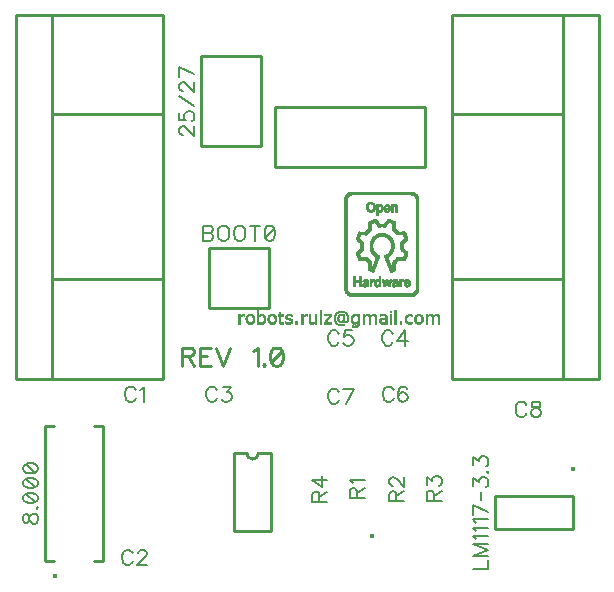
<source format=gbr>
G04 DipTrace 3.0.0.1*
G04 TopSilk.gbr*
%MOIN*%
G04 #@! TF.FileFunction,Legend,Top*
G04 #@! TF.Part,Single*
%ADD10C,0.009843*%
%ADD12C,0.001*%
%ADD15C,0.015748*%
%ADD19C,0.015491*%
%ADD21C,0.015403*%
%ADD71C,0.00772*%
%ADD72C,0.009264*%
%FSLAX26Y26*%
G04*
G70*
G90*
G75*
G01*
G04 TopSilk*
%LPD*%
X1019081Y1906664D2*
D10*
X1219081D1*
Y2206664D1*
X1019081D1*
Y1906664D1*
X1044073Y1569108D2*
X1244073D1*
Y1369108D1*
X1044073D1*
Y1569108D1*
D19*
X532511Y476262D3*
X527080Y525366D2*
D10*
X497564D1*
X690478Y974185D2*
X660962D1*
X690478Y525366D2*
Y974185D1*
Y525366D2*
X660962D1*
X527080Y974185D2*
X497564D1*
Y525366D2*
Y974185D1*
D21*
X2257521Y830487D3*
X2258560Y741237D2*
D10*
X1998730D1*
X2258560Y631002D2*
X1998730D1*
Y741237D2*
Y631002D1*
X2258560Y741237D2*
Y631002D1*
X1126513Y883822D2*
Y623963D1*
X1252485Y883822D2*
Y623963D1*
X1126513D2*
X1252485D1*
X1126513Y883822D2*
X1169810D1*
X1209187D2*
X1252485D1*
X1169810D2*
G03X1209187Y883822I19689J-9D01*
G01*
X1262892Y2037910D2*
X1762849D1*
Y1837912D1*
X1262892D1*
Y2037910D1*
X519640Y2344853D2*
Y1132255D1*
X401556Y2344853D2*
X889829D1*
X1854626Y2013814D2*
X2224815D1*
X2342899Y2344853D2*
Y1132255D1*
X1854626Y1463294D2*
X2224815D1*
X1854626Y2344853D2*
Y1132255D1*
X401556D2*
X889829D1*
X1854626Y2344853D2*
X2342899D1*
X1854626Y1132255D2*
X2342899D1*
X2224815Y2344853D2*
Y1132255D1*
X889829Y2344853D2*
Y1132255D1*
X519640Y2013814D2*
X889829D1*
X401556Y2344853D2*
Y1132255D1*
X519640Y1463294D2*
X889829D1*
D15*
X1587875Y608856D3*
X1204828Y1360353D2*
D12*
X1208828D1*
X1413828D2*
X1418828D1*
X1662828D2*
X1667828D1*
X1204828Y1359353D2*
X1208828D1*
X1413828D2*
X1418828D1*
X1479828D2*
X1489828D1*
X1662828D2*
X1667828D1*
X1204828Y1358353D2*
X1208828D1*
X1413828D2*
X1418828D1*
X1477063D2*
X1492747D1*
X1647828D2*
X1652828D1*
X1662828D2*
X1667828D1*
X1204828Y1357353D2*
X1208828D1*
X1413828D2*
X1418828D1*
X1474610D2*
X1495283D1*
X1647828D2*
X1652828D1*
X1662828D2*
X1667828D1*
X1204828Y1356353D2*
X1208828D1*
X1276828D2*
X1281828D1*
X1413828D2*
X1418828D1*
X1472554D2*
X1497407D1*
X1647828D2*
X1652828D1*
X1662828D2*
X1667828D1*
X1204828Y1355353D2*
X1208828D1*
X1276828D2*
X1281828D1*
X1413828D2*
X1418828D1*
X1470814D2*
X1480259D1*
X1489431D2*
X1499130D1*
X1647828D2*
X1652828D1*
X1662828D2*
X1667828D1*
X1204828Y1354353D2*
X1208828D1*
X1276828D2*
X1281828D1*
X1413828D2*
X1418828D1*
X1469328D2*
X1477222D1*
X1492562D2*
X1500516D1*
X1647828D2*
X1652828D1*
X1662828D2*
X1667828D1*
X1204828Y1353353D2*
X1208828D1*
X1276828D2*
X1281828D1*
X1413828D2*
X1418828D1*
X1468091D2*
X1474831D1*
X1495065D2*
X1501664D1*
X1647828D2*
X1652828D1*
X1662828D2*
X1667828D1*
X1204828Y1352353D2*
X1208828D1*
X1276828D2*
X1281828D1*
X1413828D2*
X1418828D1*
X1467087D2*
X1472929D1*
X1496984D2*
X1502610D1*
X1662828D2*
X1667828D1*
X1204828Y1351353D2*
X1208828D1*
X1276828D2*
X1281828D1*
X1413828D2*
X1418828D1*
X1466274D2*
X1471369D1*
X1498458D2*
X1503366D1*
X1662828D2*
X1667828D1*
X1204828Y1350353D2*
X1208828D1*
X1276828D2*
X1281828D1*
X1413828D2*
X1418828D1*
X1465543D2*
X1470072D1*
X1499642D2*
X1503989D1*
X1662828D2*
X1667828D1*
X1204828Y1349353D2*
X1208828D1*
X1276828D2*
X1281828D1*
X1413828D2*
X1418828D1*
X1464840D2*
X1468965D1*
X1500602D2*
X1504544D1*
X1662828D2*
X1667828D1*
X1176828Y1348353D2*
X1184828D1*
X1204828D2*
X1208832D1*
X1216828D2*
X1223828D1*
X1249828D2*
X1257828D1*
X1276828D2*
X1281828D1*
X1306828D2*
X1315828D1*
X1413828D2*
X1418828D1*
X1464204D2*
X1468036D1*
X1480828D2*
X1486828D1*
X1501363D2*
X1505065D1*
X1527828D2*
X1534828D1*
X1568828D2*
X1574828D1*
X1588828D2*
X1595828D1*
X1618828D2*
X1628828D1*
X1662828D2*
X1667828D1*
X1708828D2*
X1716828D1*
X1738828D2*
X1746828D1*
X1778828D2*
X1784828D1*
X1798828D2*
X1805828D1*
X1142828Y1347353D2*
X1147828D1*
X1155828D2*
X1162828D1*
X1174754D2*
X1186632D1*
X1204828D2*
X1208870D1*
X1214667D2*
X1225290D1*
X1247754D2*
X1259632D1*
X1273828D2*
X1292828D1*
X1304754D2*
X1318358D1*
X1351828D2*
X1356828D1*
X1364828D2*
X1371828D1*
X1376828D2*
X1381828D1*
X1398828D2*
X1402828D1*
X1413828D2*
X1418828D1*
X1426828D2*
X1450828D1*
X1463633D2*
X1467287D1*
X1478905D2*
X1494828D1*
X1501988D2*
X1505570D1*
X1526025D2*
X1538766D1*
X1540828D2*
X1544828D1*
X1556828D2*
X1560828D1*
X1566667D2*
X1576294D1*
X1586979D2*
X1597286D1*
X1613828D2*
X1631089D1*
X1647828D2*
X1652828D1*
X1662828D2*
X1667828D1*
X1706563D2*
X1719051D1*
X1736754D2*
X1748632D1*
X1766828D2*
X1770828D1*
X1776667D2*
X1786294D1*
X1796979D2*
X1807286D1*
X1142828Y1346353D2*
X1147910D1*
X1153942D2*
X1162828D1*
X1172967D2*
X1188216D1*
X1204828D2*
X1209025D1*
X1212524D2*
X1226573D1*
X1245967D2*
X1261216D1*
X1273828D2*
X1292828D1*
X1302967D2*
X1320394D1*
X1351828D2*
X1356910D1*
X1362942D2*
X1371828D1*
X1376828D2*
X1381828D1*
X1398828D2*
X1402828D1*
X1413828D2*
X1418828D1*
X1426828D2*
X1450824D1*
X1463100D2*
X1466666D1*
X1477334D2*
X1494828D1*
X1502540D2*
X1506041D1*
X1524440D2*
X1544828D1*
X1556828D2*
X1561012D1*
X1564524D2*
X1577619D1*
X1585189D2*
X1598538D1*
X1613828D2*
X1632926D1*
X1647828D2*
X1652828D1*
X1662828D2*
X1667828D1*
X1704691D2*
X1720756D1*
X1734967D2*
X1750216D1*
X1766828D2*
X1771012D1*
X1774524D2*
X1787619D1*
X1795189D2*
X1808538D1*
X1142828Y1345353D2*
X1148094D1*
X1152043D2*
X1162828D1*
X1171545D2*
X1189547D1*
X1204828D2*
X1209366D1*
X1210234D2*
X1227683D1*
X1244545D2*
X1262547D1*
X1273828D2*
X1292828D1*
X1301549D2*
X1321263D1*
X1351828D2*
X1357094D1*
X1361043D2*
X1371828D1*
X1376828D2*
X1381828D1*
X1398828D2*
X1402828D1*
X1413828D2*
X1418828D1*
X1426828D2*
X1450785D1*
X1462587D2*
X1466115D1*
X1476079D2*
X1494828D1*
X1503030D2*
X1506447D1*
X1523109D2*
X1544828D1*
X1556828D2*
X1561363D1*
X1562234D2*
X1578919D1*
X1583296D2*
X1599552D1*
X1613828D2*
X1634275D1*
X1647828D2*
X1652828D1*
X1662828D2*
X1667828D1*
X1703215D2*
X1722024D1*
X1733545D2*
X1751547D1*
X1766828D2*
X1771363D1*
X1772234D2*
X1788919D1*
X1793296D2*
X1809552D1*
X1142828Y1344353D2*
X1148873D1*
X1150002D2*
X1162828D1*
X1170484D2*
X1190675D1*
X1204828D2*
X1228616D1*
X1243484D2*
X1263675D1*
X1273828D2*
X1292828D1*
X1300523D2*
X1321567D1*
X1351828D2*
X1357873D1*
X1359002D2*
X1371828D1*
X1376828D2*
X1381828D1*
X1398828D2*
X1402828D1*
X1413828D2*
X1418828D1*
X1426828D2*
X1450623D1*
X1462085D2*
X1465626D1*
X1475081D2*
X1481063D1*
X1487238D2*
X1494828D1*
X1503443D2*
X1506799D1*
X1521982D2*
X1544828D1*
X1556828D2*
X1580328D1*
X1581144D2*
X1600338D1*
X1613828D2*
X1635223D1*
X1647828D2*
X1652828D1*
X1662828D2*
X1667828D1*
X1702023D2*
X1722443D1*
X1732484D2*
X1752675D1*
X1766828D2*
X1790328D1*
X1791144D2*
X1810338D1*
X1142828Y1343353D2*
X1162828D1*
X1169635D2*
X1177029D1*
X1184628D2*
X1191614D1*
X1204828D2*
X1214836D1*
X1221628D2*
X1229364D1*
X1242635D2*
X1250029D1*
X1257628D2*
X1264614D1*
X1273828D2*
X1292828D1*
X1299801D2*
X1307029D1*
X1315644D2*
X1321722D1*
X1351828D2*
X1371828D1*
X1376828D2*
X1381828D1*
X1398828D2*
X1402828D1*
X1413828D2*
X1418828D1*
X1426828D2*
X1450252D1*
X1461619D2*
X1465213D1*
X1474308D2*
X1479610D1*
X1489267D2*
X1494828D1*
X1503798D2*
X1507152D1*
X1521043D2*
X1528029D1*
X1536238D2*
X1544828D1*
X1556828D2*
X1566870D1*
X1573473D2*
X1588187D1*
X1594786D2*
X1600941D1*
X1613828D2*
X1618828D1*
X1628593D2*
X1635897D1*
X1647828D2*
X1652828D1*
X1662828D2*
X1667828D1*
X1701058D2*
X1708874D1*
X1716828D2*
X1722667D1*
X1731635D2*
X1739029D1*
X1746628D2*
X1753614D1*
X1766828D2*
X1776870D1*
X1783473D2*
X1798187D1*
X1804786D2*
X1810941D1*
X1142828Y1342353D2*
X1153870D1*
X1161828D2*
X1162828D1*
X1168909D2*
X1175479D1*
X1186177D2*
X1192363D1*
X1204828D2*
X1212914D1*
X1223177D2*
X1229955D1*
X1241909D2*
X1248479D1*
X1259177D2*
X1265363D1*
X1276828D2*
X1281828D1*
X1299319D2*
X1305483D1*
X1318293D2*
X1321790D1*
X1351828D2*
X1362870D1*
X1370828D2*
X1371828D1*
X1376828D2*
X1381828D1*
X1398828D2*
X1402828D1*
X1413828D2*
X1418828D1*
X1444983D2*
X1449717D1*
X1461248D2*
X1464859D1*
X1473707D2*
X1478550D1*
X1490200D2*
X1494828D1*
X1504151D2*
X1507458D1*
X1520289D2*
X1526479D1*
X1538267D2*
X1544828D1*
X1556828D2*
X1565041D1*
X1574771D2*
X1585928D1*
X1595623D2*
X1601370D1*
X1613828D2*
X1614828D1*
X1630046D2*
X1636354D1*
X1647828D2*
X1652828D1*
X1662828D2*
X1667828D1*
X1700295D2*
X1707076D1*
X1718828D2*
X1722769D1*
X1730909D2*
X1737479D1*
X1748177D2*
X1754363D1*
X1766828D2*
X1775041D1*
X1784771D2*
X1795928D1*
X1805623D2*
X1811370D1*
X1142828Y1341353D2*
X1152041D1*
X1168348D2*
X1174275D1*
X1187381D2*
X1192954D1*
X1204828D2*
X1211247D1*
X1224381D2*
X1230413D1*
X1241348D2*
X1247275D1*
X1260381D2*
X1265954D1*
X1276828D2*
X1281828D1*
X1299050D2*
X1304318D1*
X1320828D2*
X1321828D1*
X1351828D2*
X1361041D1*
X1376828D2*
X1381828D1*
X1398828D2*
X1402828D1*
X1413828D2*
X1418828D1*
X1444231D2*
X1449119D1*
X1461020D2*
X1464505D1*
X1473245D2*
X1477775D1*
X1490536D2*
X1494828D1*
X1504458D2*
X1507653D1*
X1519667D2*
X1525275D1*
X1539200D2*
X1544828D1*
X1556828D2*
X1563486D1*
X1575680D2*
X1584185D1*
X1596252D2*
X1601619D1*
X1631102D2*
X1636613D1*
X1647828D2*
X1652828D1*
X1662828D2*
X1667828D1*
X1699668D2*
X1705614D1*
X1720828D2*
X1722828D1*
X1730348D2*
X1736275D1*
X1749381D2*
X1754954D1*
X1766828D2*
X1773486D1*
X1785680D2*
X1794185D1*
X1806252D2*
X1811619D1*
X1142828Y1340353D2*
X1150486D1*
X1167916D2*
X1173391D1*
X1188265D2*
X1193413D1*
X1204828D2*
X1209871D1*
X1225265D2*
X1230787D1*
X1240916D2*
X1246391D1*
X1261265D2*
X1266413D1*
X1276828D2*
X1281828D1*
X1298920D2*
X1303442D1*
X1351828D2*
X1359486D1*
X1376828D2*
X1381828D1*
X1398828D2*
X1402828D1*
X1413828D2*
X1418828D1*
X1443489D2*
X1448446D1*
X1460871D2*
X1464198D1*
X1472870D2*
X1477158D1*
X1490708D2*
X1494828D1*
X1504653D2*
X1507753D1*
X1519116D2*
X1524391D1*
X1539536D2*
X1544828D1*
X1556828D2*
X1562315D1*
X1576362D2*
X1582816D1*
X1596717D2*
X1601741D1*
X1631842D2*
X1636739D1*
X1647828D2*
X1652828D1*
X1662828D2*
X1667828D1*
X1699116D2*
X1704555D1*
X1729916D2*
X1735391D1*
X1750265D2*
X1755413D1*
X1766828D2*
X1772315D1*
X1786362D2*
X1792816D1*
X1806717D2*
X1811741D1*
X1142828Y1339353D2*
X1149315D1*
X1167528D2*
X1172740D1*
X1188912D2*
X1193787D1*
X1204828D2*
X1209337D1*
X1225912D2*
X1231147D1*
X1240528D2*
X1245740D1*
X1261912D2*
X1266787D1*
X1276828D2*
X1281828D1*
X1298863D2*
X1303201D1*
X1351828D2*
X1358315D1*
X1376828D2*
X1381828D1*
X1398828D2*
X1402828D1*
X1413828D2*
X1418828D1*
X1442669D2*
X1447653D1*
X1460694D2*
X1464003D1*
X1472509D2*
X1476646D1*
X1490783D2*
X1494828D1*
X1504753D2*
X1507799D1*
X1518630D2*
X1523740D1*
X1539708D2*
X1544828D1*
X1556828D2*
X1561427D1*
X1576602D2*
X1582309D1*
X1597119D2*
X1601794D1*
X1632335D2*
X1636794D1*
X1647828D2*
X1652828D1*
X1662828D2*
X1667828D1*
X1698630D2*
X1703811D1*
X1729528D2*
X1734740D1*
X1750912D2*
X1755787D1*
X1766828D2*
X1771427D1*
X1786602D2*
X1792309D1*
X1807119D2*
X1811794D1*
X1142828Y1338353D2*
X1148427D1*
X1167203D2*
X1172257D1*
X1189360D2*
X1194147D1*
X1204828D2*
X1209046D1*
X1226360D2*
X1231457D1*
X1240203D2*
X1245257D1*
X1262360D2*
X1267147D1*
X1276828D2*
X1281828D1*
X1298845D2*
X1303451D1*
X1351828D2*
X1357427D1*
X1376828D2*
X1381828D1*
X1398828D2*
X1402828D1*
X1413828D2*
X1418828D1*
X1441797D2*
X1446791D1*
X1460434D2*
X1463903D1*
X1472200D2*
X1476258D1*
X1490812D2*
X1494828D1*
X1504799D2*
X1507817D1*
X1518249D2*
X1523257D1*
X1539783D2*
X1544828D1*
X1556828D2*
X1561117D1*
X1576732D2*
X1582033D1*
X1597446D2*
X1601816D1*
X1632626D2*
X1636815D1*
X1647828D2*
X1652828D1*
X1662828D2*
X1667828D1*
X1698249D2*
X1703286D1*
X1729203D2*
X1734257D1*
X1751360D2*
X1756147D1*
X1766828D2*
X1771117D1*
X1786732D2*
X1792033D1*
X1807446D2*
X1811816D1*
X1142828Y1337353D2*
X1148117D1*
X1166967D2*
X1171875D1*
X1189619D2*
X1194457D1*
X1204828D2*
X1208914D1*
X1226615D2*
X1231652D1*
X1239967D2*
X1244875D1*
X1262619D2*
X1267457D1*
X1276828D2*
X1281828D1*
X1298876D2*
X1304251D1*
X1351828D2*
X1357117D1*
X1376828D2*
X1381828D1*
X1398828D2*
X1402828D1*
X1413828D2*
X1418828D1*
X1440967D2*
X1445965D1*
X1460170D2*
X1463858D1*
X1472004D2*
X1476027D1*
X1490823D2*
X1494828D1*
X1504817D2*
X1507824D1*
X1517986D2*
X1522875D1*
X1539812D2*
X1544828D1*
X1556828D2*
X1560951D1*
X1576790D2*
X1581909D1*
X1597649D2*
X1601824D1*
X1632828D2*
X1636824D1*
X1647828D2*
X1652828D1*
X1662828D2*
X1667828D1*
X1697986D2*
X1702885D1*
X1728967D2*
X1733875D1*
X1751619D2*
X1756457D1*
X1766828D2*
X1770951D1*
X1786790D2*
X1791909D1*
X1807649D2*
X1811824D1*
X1142828Y1336353D2*
X1147951D1*
X1166737D2*
X1171511D1*
X1189779D2*
X1194652D1*
X1204828D2*
X1208860D1*
X1226743D2*
X1231753D1*
X1239737D2*
X1244511D1*
X1262779D2*
X1267652D1*
X1276828D2*
X1281828D1*
X1299039D2*
X1306098D1*
X1351828D2*
X1356951D1*
X1376828D2*
X1381828D1*
X1398828D2*
X1402828D1*
X1413828D2*
X1418828D1*
X1440224D2*
X1445223D1*
X1459993D2*
X1463839D1*
X1471903D2*
X1475912D1*
X1490826D2*
X1494828D1*
X1504824D2*
X1507827D1*
X1517744D2*
X1522511D1*
X1539823D2*
X1544828D1*
X1556828D2*
X1560876D1*
X1576814D2*
X1581858D1*
X1597752D2*
X1601827D1*
X1627002D2*
X1636827D1*
X1647828D2*
X1652828D1*
X1662828D2*
X1667828D1*
X1697744D2*
X1702514D1*
X1728737D2*
X1733511D1*
X1751779D2*
X1756652D1*
X1766828D2*
X1770876D1*
X1786814D2*
X1791858D1*
X1807752D2*
X1811827D1*
X1142828Y1335353D2*
X1147876D1*
X1166452D2*
X1171200D1*
X1189960D2*
X1194753D1*
X1204828D2*
X1208839D1*
X1226833D2*
X1231799D1*
X1239452D2*
X1244200D1*
X1262960D2*
X1267753D1*
X1276828D2*
X1281828D1*
X1299444D2*
X1308728D1*
X1351828D2*
X1356876D1*
X1376828D2*
X1381828D1*
X1398828D2*
X1402828D1*
X1413828D2*
X1418828D1*
X1439487D2*
X1444487D1*
X1459903D2*
X1463832D1*
X1471858D2*
X1475861D1*
X1490827D2*
X1494828D1*
X1504827D2*
X1507828D1*
X1517455D2*
X1522200D1*
X1539826D2*
X1544828D1*
X1556828D2*
X1560846D1*
X1576823D2*
X1581839D1*
X1597798D2*
X1601828D1*
X1622167D2*
X1636828D1*
X1647828D2*
X1652828D1*
X1662828D2*
X1667828D1*
X1697455D2*
X1702201D1*
X1728452D2*
X1733200D1*
X1751960D2*
X1756753D1*
X1766828D2*
X1770846D1*
X1786823D2*
X1791839D1*
X1807798D2*
X1811828D1*
X1142828Y1334353D2*
X1147846D1*
X1166177D2*
X1171004D1*
X1190221D2*
X1194799D1*
X1204828D2*
X1208832D1*
X1226978D2*
X1231817D1*
X1239177D2*
X1244004D1*
X1263221D2*
X1267799D1*
X1276828D2*
X1281828D1*
X1300114D2*
X1311880D1*
X1351828D2*
X1356846D1*
X1376828D2*
X1381828D1*
X1398828D2*
X1402828D1*
X1413828D2*
X1418828D1*
X1438664D2*
X1443664D1*
X1459895D2*
X1463829D1*
X1471839D2*
X1475840D1*
X1490828D2*
X1494828D1*
X1504828D2*
X1507828D1*
X1517178D2*
X1522004D1*
X1539827D2*
X1544828D1*
X1556828D2*
X1560834D1*
X1576826D2*
X1581832D1*
X1597817D2*
X1601828D1*
X1618589D2*
X1636828D1*
X1647828D2*
X1652828D1*
X1662828D2*
X1667828D1*
X1697178D2*
X1702004D1*
X1728177D2*
X1733004D1*
X1752221D2*
X1756799D1*
X1766828D2*
X1770834D1*
X1786826D2*
X1791832D1*
X1807817D2*
X1811828D1*
X1142828Y1333353D2*
X1147834D1*
X1165995D2*
X1170903D1*
X1190482D2*
X1194817D1*
X1204828D2*
X1208829D1*
X1227191D2*
X1231824D1*
X1238995D2*
X1243903D1*
X1263482D2*
X1267817D1*
X1276828D2*
X1281828D1*
X1301037D2*
X1314910D1*
X1351828D2*
X1356834D1*
X1376828D2*
X1381828D1*
X1398828D2*
X1402828D1*
X1413828D2*
X1418828D1*
X1437761D2*
X1442761D1*
X1460005D2*
X1463829D1*
X1471836D2*
X1475836D1*
X1490828D2*
X1494828D1*
X1504828D2*
X1507828D1*
X1516996D2*
X1521903D1*
X1539828D2*
X1544828D1*
X1556828D2*
X1560830D1*
X1576828D2*
X1581829D1*
X1597824D2*
X1601828D1*
X1616110D2*
X1636828D1*
X1647828D2*
X1652828D1*
X1662828D2*
X1667828D1*
X1696996D2*
X1701903D1*
X1727995D2*
X1732903D1*
X1752482D2*
X1756817D1*
X1766828D2*
X1770830D1*
X1786828D2*
X1791829D1*
X1807824D2*
X1811828D1*
X1142828Y1332353D2*
X1147830D1*
X1165904D2*
X1170858D1*
X1190624D2*
X1194824D1*
X1204828D2*
X1208828D1*
X1227322D2*
X1231827D1*
X1238904D2*
X1243858D1*
X1263624D2*
X1267824D1*
X1276828D2*
X1281828D1*
X1302373D2*
X1317351D1*
X1351828D2*
X1356830D1*
X1376828D2*
X1381828D1*
X1398828D2*
X1402828D1*
X1413828D2*
X1418828D1*
X1436839D2*
X1441839D1*
X1460238D2*
X1463828D1*
X1471868D2*
X1475869D1*
X1490828D2*
X1494828D1*
X1504824D2*
X1507824D1*
X1516904D2*
X1521858D1*
X1539828D2*
X1544828D1*
X1556828D2*
X1560829D1*
X1576828D2*
X1581828D1*
X1597827D2*
X1601828D1*
X1614411D2*
X1636828D1*
X1647828D2*
X1652828D1*
X1662828D2*
X1667828D1*
X1696904D2*
X1701858D1*
X1727904D2*
X1732858D1*
X1752624D2*
X1756824D1*
X1766828D2*
X1770829D1*
X1786828D2*
X1791828D1*
X1807827D2*
X1811828D1*
X1142828Y1331353D2*
X1147829D1*
X1165896D2*
X1170843D1*
X1190591D2*
X1194827D1*
X1204828D2*
X1208828D1*
X1227258D2*
X1231828D1*
X1238896D2*
X1243843D1*
X1263591D2*
X1267827D1*
X1276828D2*
X1281828D1*
X1304443D2*
X1319129D1*
X1351828D2*
X1356829D1*
X1376828D2*
X1381828D1*
X1398828D2*
X1402828D1*
X1413828D2*
X1418828D1*
X1435984D2*
X1440984D1*
X1460492D2*
X1463832D1*
X1471995D2*
X1475999D1*
X1490824D2*
X1494828D1*
X1504789D2*
X1507789D1*
X1516896D2*
X1521843D1*
X1539828D2*
X1544828D1*
X1556828D2*
X1560828D1*
X1576828D2*
X1581828D1*
X1597828D2*
X1601828D1*
X1613246D2*
X1625460D1*
X1632828D2*
X1636828D1*
X1647828D2*
X1652828D1*
X1662828D2*
X1667828D1*
X1696896D2*
X1701843D1*
X1727896D2*
X1732843D1*
X1752591D2*
X1756827D1*
X1766828D2*
X1770828D1*
X1786828D2*
X1791828D1*
X1807828D2*
X1811828D1*
X1142828Y1330353D2*
X1147828D1*
X1166005D2*
X1170871D1*
X1190394D2*
X1194828D1*
X1204828D2*
X1208828D1*
X1227095D2*
X1231828D1*
X1239005D2*
X1243871D1*
X1263394D2*
X1267828D1*
X1276828D2*
X1281828D1*
X1307321D2*
X1320387D1*
X1351828D2*
X1356828D1*
X1376828D2*
X1381828D1*
X1398828D2*
X1402828D1*
X1413828D2*
X1418828D1*
X1435230D2*
X1440230D1*
X1460669D2*
X1463867D1*
X1472238D2*
X1476277D1*
X1490785D2*
X1494828D1*
X1504662D2*
X1507662D1*
X1517005D2*
X1521871D1*
X1539828D2*
X1544828D1*
X1556828D2*
X1560828D1*
X1576828D2*
X1581828D1*
X1597828D2*
X1601828D1*
X1612484D2*
X1621876D1*
X1632828D2*
X1636828D1*
X1647828D2*
X1652828D1*
X1662828D2*
X1667828D1*
X1697005D2*
X1701871D1*
X1728005D2*
X1732871D1*
X1752394D2*
X1756828D1*
X1766828D2*
X1770828D1*
X1786828D2*
X1791828D1*
X1807828D2*
X1811828D1*
X1142828Y1329353D2*
X1147828D1*
X1166238D2*
X1170996D1*
X1190155D2*
X1194824D1*
X1204828D2*
X1208828D1*
X1226959D2*
X1231824D1*
X1239238D2*
X1243996D1*
X1263155D2*
X1267824D1*
X1276828D2*
X1281828D1*
X1310534D2*
X1321275D1*
X1351828D2*
X1356828D1*
X1376828D2*
X1381828D1*
X1398828D2*
X1402828D1*
X1413828D2*
X1418828D1*
X1434489D2*
X1439489D1*
X1460797D2*
X1463995D1*
X1472530D2*
X1476700D1*
X1490615D2*
X1494828D1*
X1504422D2*
X1507418D1*
X1517238D2*
X1521996D1*
X1539828D2*
X1544828D1*
X1556828D2*
X1560828D1*
X1576828D2*
X1581828D1*
X1597828D2*
X1601828D1*
X1611968D2*
X1619317D1*
X1632828D2*
X1636828D1*
X1647828D2*
X1652828D1*
X1662828D2*
X1667828D1*
X1697238D2*
X1701996D1*
X1728238D2*
X1732996D1*
X1752155D2*
X1756824D1*
X1766828D2*
X1770828D1*
X1786828D2*
X1791828D1*
X1807828D2*
X1811828D1*
X1142828Y1328353D2*
X1147828D1*
X1166496D2*
X1171238D1*
X1189984D2*
X1194789D1*
X1204828D2*
X1208828D1*
X1226849D2*
X1231789D1*
X1239496D2*
X1244238D1*
X1262984D2*
X1267789D1*
X1276832D2*
X1281828D1*
X1313385D2*
X1321918D1*
X1351828D2*
X1356828D1*
X1376828D2*
X1381828D1*
X1398828D2*
X1402828D1*
X1413828D2*
X1418828D1*
X1433668D2*
X1438668D1*
X1460967D2*
X1464238D1*
X1472835D2*
X1477304D1*
X1490291D2*
X1494828D1*
X1504162D2*
X1507127D1*
X1517492D2*
X1522238D1*
X1539828D2*
X1544828D1*
X1556828D2*
X1560828D1*
X1576828D2*
X1581828D1*
X1597828D2*
X1601828D1*
X1611546D2*
X1617405D1*
X1632828D2*
X1636828D1*
X1647828D2*
X1652828D1*
X1662828D2*
X1667828D1*
X1697496D2*
X1702238D1*
X1728496D2*
X1733238D1*
X1751984D2*
X1756789D1*
X1766828D2*
X1770828D1*
X1786828D2*
X1791828D1*
X1807828D2*
X1811828D1*
X1142828Y1327353D2*
X1147828D1*
X1166704D2*
X1171530D1*
X1189854D2*
X1194662D1*
X1204828D2*
X1208828D1*
X1226682D2*
X1231662D1*
X1239704D2*
X1244530D1*
X1262854D2*
X1267662D1*
X1276867D2*
X1281828D1*
X1315454D2*
X1322363D1*
X1351828D2*
X1356828D1*
X1376832D2*
X1381832D1*
X1398824D2*
X1402828D1*
X1413828D2*
X1418828D1*
X1432797D2*
X1437797D1*
X1461228D2*
X1464533D1*
X1473207D2*
X1478081D1*
X1489388D2*
X1494828D1*
X1503921D2*
X1506821D1*
X1517669D2*
X1522530D1*
X1539824D2*
X1544828D1*
X1556828D2*
X1560828D1*
X1576828D2*
X1581828D1*
X1597828D2*
X1601828D1*
X1611213D2*
X1616507D1*
X1632828D2*
X1636828D1*
X1647828D2*
X1652828D1*
X1662828D2*
X1667828D1*
X1697704D2*
X1702530D1*
X1728704D2*
X1733530D1*
X1751854D2*
X1756662D1*
X1766828D2*
X1770828D1*
X1786828D2*
X1791828D1*
X1807828D2*
X1811828D1*
X1142828Y1326353D2*
X1147828D1*
X1166924D2*
X1171835D1*
X1189650D2*
X1194418D1*
X1204828D2*
X1208828D1*
X1226392D2*
X1231418D1*
X1239924D2*
X1244835D1*
X1262650D2*
X1267418D1*
X1276995D2*
X1281832D1*
X1316940D2*
X1322616D1*
X1351828D2*
X1356828D1*
X1376867D2*
X1381867D1*
X1398785D2*
X1402828D1*
X1413828D2*
X1418828D1*
X1431966D2*
X1436966D1*
X1461526D2*
X1464870D1*
X1473672D2*
X1480042D1*
X1486998D2*
X1494828D1*
X1503632D2*
X1506453D1*
X1517797D2*
X1522835D1*
X1539781D2*
X1544828D1*
X1556828D2*
X1560828D1*
X1576828D2*
X1581828D1*
X1597828D2*
X1601828D1*
X1611012D2*
X1616157D1*
X1632820D2*
X1636828D1*
X1647828D2*
X1652828D1*
X1662828D2*
X1667828D1*
X1697924D2*
X1702835D1*
X1728924D2*
X1733835D1*
X1751650D2*
X1756418D1*
X1766828D2*
X1770828D1*
X1786828D2*
X1791828D1*
X1807828D2*
X1811828D1*
X1142828Y1325353D2*
X1147828D1*
X1167210D2*
X1172207D1*
X1189258D2*
X1194127D1*
X1204828D2*
X1208832D1*
X1225995D2*
X1231127D1*
X1240210D2*
X1245207D1*
X1262258D2*
X1267127D1*
X1277234D2*
X1281867D1*
X1317401D2*
X1322736D1*
X1351828D2*
X1356828D1*
X1376995D2*
X1381998D1*
X1398615D2*
X1402828D1*
X1413828D2*
X1418828D1*
X1431224D2*
X1436224D1*
X1461834D2*
X1465334D1*
X1474274D2*
X1483077D1*
X1483324D2*
X1494828D1*
X1502396D2*
X1506023D1*
X1517970D2*
X1523211D1*
X1539676D2*
X1544828D1*
X1556828D2*
X1560828D1*
X1576828D2*
X1581828D1*
X1597828D2*
X1601828D1*
X1610944D2*
X1616004D1*
X1632742D2*
X1636828D1*
X1647828D2*
X1652828D1*
X1662828D2*
X1667828D1*
X1698210D2*
X1703211D1*
X1729210D2*
X1734207D1*
X1751258D2*
X1756127D1*
X1766828D2*
X1770828D1*
X1786828D2*
X1791828D1*
X1807828D2*
X1811828D1*
X1142828Y1324353D2*
X1147828D1*
X1167523D2*
X1172676D1*
X1188681D2*
X1193821D1*
X1204828D2*
X1208879D1*
X1225500D2*
X1230821D1*
X1240523D2*
X1245676D1*
X1261681D2*
X1266821D1*
X1277490D2*
X1282002D1*
X1317690D2*
X1322755D1*
X1351828D2*
X1356828D1*
X1377238D2*
X1382277D1*
X1398291D2*
X1402828D1*
X1413828D2*
X1418828D1*
X1430487D2*
X1435487D1*
X1462202D2*
X1465911D1*
X1475074D2*
X1494828D1*
X1498950D2*
X1505554D1*
X1518267D2*
X1523742D1*
X1539170D2*
X1544828D1*
X1556828D2*
X1560828D1*
X1576828D2*
X1581828D1*
X1597828D2*
X1601828D1*
X1611025D2*
X1616055D1*
X1632555D2*
X1636828D1*
X1647828D2*
X1652828D1*
X1662828D2*
X1667828D1*
X1698523D2*
X1703715D1*
X1729523D2*
X1734676D1*
X1750681D2*
X1755821D1*
X1766828D2*
X1770828D1*
X1786828D2*
X1791828D1*
X1807828D2*
X1811828D1*
X1142828Y1323353D2*
X1147828D1*
X1167867D2*
X1173340D1*
X1187927D2*
X1193450D1*
X1204828D2*
X1208996D1*
X1224790D2*
X1230450D1*
X1240867D2*
X1246340D1*
X1260927D2*
X1266450D1*
X1277669D2*
X1282244D1*
X1297828D2*
X1298828D1*
X1317634D2*
X1322645D1*
X1332828D2*
X1338828D1*
X1351828D2*
X1356828D1*
X1377530D2*
X1382723D1*
X1397306D2*
X1402828D1*
X1413828D2*
X1418828D1*
X1429668D2*
X1434664D1*
X1462633D2*
X1466526D1*
X1476110D2*
X1488828D1*
X1490644D2*
X1505040D1*
X1518692D2*
X1524457D1*
X1537689D2*
X1544828D1*
X1556828D2*
X1560828D1*
X1576828D2*
X1581828D1*
X1597828D2*
X1601828D1*
X1611249D2*
X1616255D1*
X1631785D2*
X1636828D1*
X1647828D2*
X1652828D1*
X1662828D2*
X1667828D1*
X1679828D2*
X1685828D1*
X1698867D2*
X1704348D1*
X1729867D2*
X1735340D1*
X1749927D2*
X1755450D1*
X1766828D2*
X1770828D1*
X1786828D2*
X1791828D1*
X1807828D2*
X1811828D1*
X1142828Y1322353D2*
X1147828D1*
X1168333D2*
X1174231D1*
X1186995D2*
X1192984D1*
X1204828D2*
X1209732D1*
X1223826D2*
X1229984D1*
X1241333D2*
X1247231D1*
X1259995D2*
X1265984D1*
X1277797D2*
X1282883D1*
X1297828D2*
X1301233D1*
X1317031D2*
X1322375D1*
X1332828D2*
X1338828D1*
X1351828D2*
X1356828D1*
X1377835D2*
X1383311D1*
X1395645D2*
X1402828D1*
X1413828D2*
X1418828D1*
X1428800D2*
X1433757D1*
X1463103D2*
X1467206D1*
X1477398D2*
X1486828D1*
X1491293D2*
X1504462D1*
X1519240D2*
X1526939D1*
X1535073D2*
X1544828D1*
X1556828D2*
X1560828D1*
X1576828D2*
X1581828D1*
X1597828D2*
X1601828D1*
X1611537D2*
X1616902D1*
X1630032D2*
X1636828D1*
X1647828D2*
X1652828D1*
X1662828D2*
X1667828D1*
X1679828D2*
X1685828D1*
X1699337D2*
X1705901D1*
X1720828D2*
X1722828D1*
X1730333D2*
X1736231D1*
X1748995D2*
X1754984D1*
X1766828D2*
X1770828D1*
X1786828D2*
X1791828D1*
X1807828D2*
X1811828D1*
X1142828Y1321353D2*
X1147828D1*
X1168915D2*
X1176825D1*
X1184671D2*
X1192386D1*
X1204828D2*
X1212598D1*
X1221062D2*
X1229386D1*
X1241915D2*
X1249825D1*
X1257671D2*
X1265386D1*
X1277970D2*
X1284999D1*
X1297832D2*
X1304899D1*
X1314456D2*
X1321955D1*
X1332828D2*
X1338828D1*
X1351828D2*
X1356828D1*
X1378207D2*
X1385159D1*
X1392718D2*
X1402828D1*
X1413828D2*
X1418828D1*
X1428009D2*
X1432802D1*
X1463626D2*
X1468006D1*
X1478828D2*
X1484828D1*
X1491828D2*
X1503828D1*
X1519872D2*
X1530907D1*
X1530915D2*
X1544828D1*
X1556828D2*
X1560828D1*
X1576828D2*
X1581828D1*
X1597828D2*
X1601828D1*
X1611876D2*
X1619190D1*
X1627237D2*
X1636828D1*
X1647828D2*
X1652828D1*
X1662828D2*
X1667828D1*
X1679828D2*
X1685828D1*
X1699950D2*
X1708556D1*
X1717541D2*
X1722824D1*
X1730915D2*
X1738825D1*
X1746671D2*
X1754386D1*
X1766828D2*
X1770828D1*
X1786828D2*
X1791828D1*
X1807828D2*
X1811828D1*
X1142828Y1320353D2*
X1147828D1*
X1169565D2*
X1180860D1*
X1181150D2*
X1191621D1*
X1204828D2*
X1217179D1*
X1216898D2*
X1228621D1*
X1242565D2*
X1253860D1*
X1254150D2*
X1264621D1*
X1278267D2*
X1288479D1*
X1291828D2*
X1292828D1*
X1297875D2*
X1310329D1*
X1310185D2*
X1321371D1*
X1332828D2*
X1338828D1*
X1351828D2*
X1356828D1*
X1378672D2*
X1388124D1*
X1388226D2*
X1402828D1*
X1413828D2*
X1418828D1*
X1427433D2*
X1451828D1*
X1464251D2*
X1468908D1*
X1520552D2*
X1544828D1*
X1556828D2*
X1560828D1*
X1576828D2*
X1581828D1*
X1597828D2*
X1601828D1*
X1612374D2*
X1623016D1*
X1622980D2*
X1636828D1*
X1647828D2*
X1652828D1*
X1662828D2*
X1667828D1*
X1679828D2*
X1685828D1*
X1700697D2*
X1712731D1*
X1713085D2*
X1722781D1*
X1731565D2*
X1742860D1*
X1743150D2*
X1753621D1*
X1766828D2*
X1770828D1*
X1786828D2*
X1791828D1*
X1807828D2*
X1811828D1*
X1142828Y1319353D2*
X1147828D1*
X1170380D2*
X1190700D1*
X1204828D2*
X1227700D1*
X1243380D2*
X1263700D1*
X1278704D2*
X1292820D1*
X1297980D2*
X1320574D1*
X1332828D2*
X1338828D1*
X1351828D2*
X1356828D1*
X1379274D2*
X1402828D1*
X1413828D2*
X1418828D1*
X1427102D2*
X1451828D1*
X1465025D2*
X1469901D1*
X1521409D2*
X1544828D1*
X1556828D2*
X1560828D1*
X1576828D2*
X1581828D1*
X1597828D2*
X1601828D1*
X1613082D2*
X1636828D1*
X1647828D2*
X1652828D1*
X1662828D2*
X1667828D1*
X1679828D2*
X1685828D1*
X1701659D2*
X1722676D1*
X1732380D2*
X1752700D1*
X1766828D2*
X1770828D1*
X1786828D2*
X1791828D1*
X1807828D2*
X1811828D1*
X1142828Y1318353D2*
X1147828D1*
X1171496D2*
X1189586D1*
X1204828D2*
X1226586D1*
X1244496D2*
X1262586D1*
X1279363D2*
X1292744D1*
X1298518D2*
X1319490D1*
X1332828D2*
X1338828D1*
X1351828D2*
X1356828D1*
X1380074D2*
X1396828D1*
X1398828D2*
X1402828D1*
X1413828D2*
X1418828D1*
X1426941D2*
X1451828D1*
X1465911D2*
X1471053D1*
X1522615D2*
X1537644D1*
X1539828D2*
X1544828D1*
X1556828D2*
X1560828D1*
X1576828D2*
X1581828D1*
X1597828D2*
X1601828D1*
X1613974D2*
X1630942D1*
X1632828D2*
X1636828D1*
X1647828D2*
X1652828D1*
X1662828D2*
X1667828D1*
X1679828D2*
X1685828D1*
X1702920D2*
X1722154D1*
X1733496D2*
X1751586D1*
X1766828D2*
X1770828D1*
X1786828D2*
X1791828D1*
X1807828D2*
X1811828D1*
X1142828Y1317353D2*
X1147828D1*
X1172962D2*
X1188204D1*
X1204828D2*
X1225204D1*
X1245962D2*
X1261204D1*
X1280427D2*
X1292562D1*
X1300055D2*
X1317986D1*
X1332828D2*
X1338828D1*
X1351828D2*
X1356828D1*
X1381110D2*
X1394828D1*
X1398828D2*
X1402828D1*
X1413828D2*
X1418828D1*
X1426869D2*
X1451828D1*
X1466864D2*
X1472490D1*
X1524148D2*
X1535293D1*
X1539828D2*
X1544824D1*
X1556828D2*
X1560828D1*
X1576828D2*
X1581828D1*
X1597828D2*
X1601828D1*
X1615065D2*
X1629043D1*
X1632828D2*
X1636828D1*
X1647828D2*
X1652828D1*
X1662828D2*
X1667828D1*
X1679828D2*
X1685828D1*
X1704549D2*
X1720791D1*
X1734962D2*
X1750204D1*
X1766828D2*
X1770828D1*
X1786828D2*
X1791828D1*
X1807828D2*
X1811828D1*
X1142828Y1316353D2*
X1147828D1*
X1174787D2*
X1186573D1*
X1204828D2*
X1208828D1*
X1211828D2*
X1223573D1*
X1247787D2*
X1259573D1*
X1281984D2*
X1291783D1*
X1302248D2*
X1316027D1*
X1332828D2*
X1338828D1*
X1351828D2*
X1356828D1*
X1382398D2*
X1392828D1*
X1398828D2*
X1402828D1*
X1413828D2*
X1418828D1*
X1426828D2*
X1451828D1*
X1467883D2*
X1474317D1*
X1525828D2*
X1532828D1*
X1539824D2*
X1544789D1*
X1556828D2*
X1560828D1*
X1576828D2*
X1581828D1*
X1597828D2*
X1601828D1*
X1616381D2*
X1627002D1*
X1632828D2*
X1636828D1*
X1647828D2*
X1652828D1*
X1662828D2*
X1667828D1*
X1679828D2*
X1685828D1*
X1706581D2*
X1718945D1*
X1736787D2*
X1748573D1*
X1766828D2*
X1770828D1*
X1786828D2*
X1791828D1*
X1807828D2*
X1811828D1*
X1176828Y1315353D2*
X1184828D1*
X1214828D2*
X1221828D1*
X1249828D2*
X1257828D1*
X1283828D2*
X1290828D1*
X1304828D2*
X1313828D1*
X1383828D2*
X1390828D1*
X1469042D2*
X1476555D1*
X1539789D2*
X1544662D1*
X1617828D2*
X1624828D1*
X1708828D2*
X1716828D1*
X1738828D2*
X1746828D1*
X1470453Y1314353D2*
X1479121D1*
X1492828D2*
X1494828D1*
X1539658D2*
X1544418D1*
X1472190Y1313353D2*
X1494705D1*
X1539371D2*
X1544127D1*
X1474336Y1312353D2*
X1494430D1*
X1538972D2*
X1543821D1*
X1476946Y1311353D2*
X1493261D1*
X1538025D2*
X1543450D1*
X1479828Y1310353D2*
X1491828D1*
X1520828D2*
X1521828D1*
X1534741D2*
X1542984D1*
X1520828Y1309353D2*
X1529047D1*
X1529428D2*
X1542382D1*
X1520844Y1308353D2*
X1541578D1*
X1520891Y1307353D2*
X1540492D1*
X1521359Y1306353D2*
X1538987D1*
X1522918Y1305353D2*
X1537027D1*
X1524828Y1304353D2*
X1534828D1*
X1513115Y1755643D2*
X1724115D1*
X1511192Y1754643D2*
X1726265D1*
X1509452Y1753643D2*
X1728178D1*
X1507970Y1752643D2*
X1729799D1*
X1506650Y1751643D2*
X1731203D1*
X1505405Y1750643D2*
X1732430D1*
X1504252Y1749643D2*
X1733538D1*
X1503174Y1748643D2*
X1734583D1*
X1502143Y1747643D2*
X1735569D1*
X1501163Y1746643D2*
X1521940D1*
X1716137D2*
X1736477D1*
X1500285Y1745643D2*
X1517732D1*
X1720096D2*
X1737300D1*
X1499526Y1744643D2*
X1514672D1*
X1722898D2*
X1738058D1*
X1498821Y1743643D2*
X1512445D1*
X1724950D2*
X1738720D1*
X1498158Y1742643D2*
X1510748D1*
X1726557D2*
X1739303D1*
X1497621Y1741643D2*
X1509427D1*
X1727868D2*
X1739837D1*
X1497195Y1740643D2*
X1508391D1*
X1728978D2*
X1740321D1*
X1496775Y1739643D2*
X1507567D1*
X1729911D2*
X1740731D1*
X1496327Y1738643D2*
X1506836D1*
X1730692D2*
X1741085D1*
X1495888Y1737643D2*
X1506163D1*
X1731405D2*
X1741439D1*
X1495529Y1736643D2*
X1505623D1*
X1732068D2*
X1741745D1*
X1495309Y1735643D2*
X1505195D1*
X1732574D2*
X1741940D1*
X1495197Y1734643D2*
X1504775D1*
X1732905D2*
X1742041D1*
X1495147Y1733643D2*
X1504327D1*
X1733178D2*
X1742086D1*
X1495127Y1732643D2*
X1503888D1*
X1733481D2*
X1742105D1*
X1495120Y1731643D2*
X1503529D1*
X1733767D2*
X1742112D1*
X1495117Y1730643D2*
X1503309D1*
X1733986D2*
X1742114D1*
X1495116Y1729643D2*
X1503197D1*
X1734210D2*
X1742115D1*
X1495116Y1728643D2*
X1503147D1*
X1734493D2*
X1742115D1*
X1495116Y1727643D2*
X1503127D1*
X1734767D2*
X1742115D1*
X1495116Y1726643D2*
X1503120D1*
X1734948D2*
X1742115D1*
X1495115Y1725643D2*
X1503117D1*
X1735044D2*
X1742115D1*
X1495115Y1724643D2*
X1503116D1*
X1735087D2*
X1742115D1*
X1495115Y1723643D2*
X1503116D1*
X1735105D2*
X1742115D1*
X1495115Y1722643D2*
X1503116D1*
X1580115D2*
X1585115D1*
X1735112D2*
X1742115D1*
X1495115Y1721643D2*
X1503116D1*
X1577936D2*
X1587419D1*
X1735114D2*
X1742115D1*
X1495115Y1720643D2*
X1503115D1*
X1575960D2*
X1589415D1*
X1735115D2*
X1742115D1*
X1495115Y1719643D2*
X1503115D1*
X1574324D2*
X1591100D1*
X1735115D2*
X1742115D1*
X1495115Y1718643D2*
X1503115D1*
X1573050D2*
X1592452D1*
X1735115D2*
X1742115D1*
X1495115Y1717643D2*
X1503115D1*
X1572053D2*
X1593448D1*
X1735115D2*
X1742115D1*
X1495115Y1716643D2*
X1503115D1*
X1571220D2*
X1594191D1*
X1735115D2*
X1742115D1*
X1495115Y1715643D2*
X1503115D1*
X1570528D2*
X1579316D1*
X1585915D2*
X1594794D1*
X1735115D2*
X1742115D1*
X1495115Y1714643D2*
X1503115D1*
X1569934D2*
X1577766D1*
X1587465D2*
X1595305D1*
X1735115D2*
X1742115D1*
X1495115Y1713643D2*
X1503115D1*
X1569396D2*
X1576563D1*
X1588668D2*
X1595726D1*
X1602115D2*
X1607115D1*
X1611115D2*
X1617115D1*
X1634115D2*
X1640115D1*
X1652115D2*
X1657115D1*
X1662115D2*
X1668115D1*
X1735115D2*
X1742115D1*
X1495115Y1712643D2*
X1503115D1*
X1568915D2*
X1575679D1*
X1589552D2*
X1596084D1*
X1602115D2*
X1607115D1*
X1610115D2*
X1618303D1*
X1632467D2*
X1641764D1*
X1652115D2*
X1657115D1*
X1660584D2*
X1669077D1*
X1735115D2*
X1742115D1*
X1495115Y1711643D2*
X1503115D1*
X1568539D2*
X1575031D1*
X1590203D2*
X1596438D1*
X1602115D2*
X1619349D1*
X1631134D2*
X1643097D1*
X1652115D2*
X1657115D1*
X1659115D2*
X1669945D1*
X1735115D2*
X1742115D1*
X1495115Y1710643D2*
X1503115D1*
X1568312D2*
X1574584D1*
X1590686D2*
X1596749D1*
X1602115D2*
X1620240D1*
X1630093D2*
X1644138D1*
X1652115D2*
X1670667D1*
X1735115D2*
X1742115D1*
X1495115Y1709643D2*
X1503115D1*
X1568198D2*
X1574329D1*
X1591069D2*
X1596979D1*
X1602115D2*
X1621000D1*
X1629237D2*
X1644994D1*
X1652115D2*
X1671244D1*
X1735115D2*
X1742115D1*
X1495115Y1708643D2*
X1503115D1*
X1568148D2*
X1574204D1*
X1591433D2*
X1597207D1*
X1602115D2*
X1621581D1*
X1628538D2*
X1636316D1*
X1637915D2*
X1645693D1*
X1652115D2*
X1671663D1*
X1735115D2*
X1742115D1*
X1495115Y1707643D2*
X1503115D1*
X1568127D2*
X1574150D1*
X1591744D2*
X1597488D1*
X1602115D2*
X1610154D1*
X1616274D2*
X1622021D1*
X1627975D2*
X1634770D1*
X1639461D2*
X1646256D1*
X1652115D2*
X1659308D1*
X1666115D2*
X1671908D1*
X1735115D2*
X1742115D1*
X1495115Y1706643D2*
X1503115D1*
X1568120D2*
X1574128D1*
X1591940D2*
X1597728D1*
X1602115D2*
X1609286D1*
X1616557D2*
X1622413D1*
X1627559D2*
X1633601D1*
X1640629D2*
X1646672D1*
X1652115D2*
X1658688D1*
X1666115D2*
X1672029D1*
X1735115D2*
X1742115D1*
X1495115Y1705643D2*
X1503115D1*
X1568117D2*
X1574120D1*
X1592037D2*
X1597782D1*
X1602115D2*
X1608564D1*
X1616943D2*
X1622736D1*
X1627282D2*
X1632713D1*
X1641518D2*
X1646949D1*
X1652115D2*
X1658226D1*
X1666115D2*
X1672082D1*
X1735115D2*
X1742115D1*
X1495115Y1704643D2*
X1503115D1*
X1568116D2*
X1574117D1*
X1592047D2*
X1597638D1*
X1602115D2*
X1607987D1*
X1617358D2*
X1622937D1*
X1627035D2*
X1632376D1*
X1641855D2*
X1647196D1*
X1652115D2*
X1657824D1*
X1666115D2*
X1672103D1*
X1735115D2*
X1742115D1*
X1495115Y1703643D2*
X1503115D1*
X1568116D2*
X1574116D1*
X1591934D2*
X1597425D1*
X1602115D2*
X1607568D1*
X1617707D2*
X1623040D1*
X1626743D2*
X1632115D1*
X1642115D2*
X1647488D1*
X1652115D2*
X1657497D1*
X1666115D2*
X1672111D1*
X1735115D2*
X1742115D1*
X1495115Y1702643D2*
X1503115D1*
X1568119D2*
X1574120D1*
X1591667D2*
X1597264D1*
X1602115D2*
X1607323D1*
X1617924D2*
X1623086D1*
X1626465D2*
X1647766D1*
X1652115D2*
X1657295D1*
X1666115D2*
X1672114D1*
X1735115D2*
X1742115D1*
X1495115Y1701643D2*
X1503115D1*
X1568155D2*
X1574159D1*
X1591285D2*
X1597143D1*
X1602115D2*
X1607206D1*
X1618035D2*
X1623104D1*
X1626287D2*
X1647949D1*
X1652115D2*
X1657192D1*
X1666115D2*
X1672115D1*
X1735115D2*
X1742115D1*
X1495115Y1700643D2*
X1503115D1*
X1568286D2*
X1574321D1*
X1590868D2*
X1596976D1*
X1602115D2*
X1607188D1*
X1618080D2*
X1623112D1*
X1626226D2*
X1648050D1*
X1652115D2*
X1657145D1*
X1666115D2*
X1672115D1*
X1735115D2*
X1742115D1*
X1495115Y1699643D2*
X1503115D1*
X1568561D2*
X1574692D1*
X1590480D2*
X1596716D1*
X1602115D2*
X1607294D1*
X1618065D2*
X1623110D1*
X1626311D2*
X1648115D1*
X1652115D2*
X1657127D1*
X1666115D2*
X1672115D1*
X1735115D2*
X1742115D1*
X1495115Y1698643D2*
X1503115D1*
X1568944D2*
X1575231D1*
X1590093D2*
X1596418D1*
X1602115D2*
X1607530D1*
X1617941D2*
X1623076D1*
X1626532D2*
X1632119D1*
X1652115D2*
X1657119D1*
X1666115D2*
X1672115D1*
X1735115D2*
X1742115D1*
X1495115Y1697643D2*
X1503115D1*
X1569362D2*
X1575866D1*
X1589539D2*
X1596110D1*
X1602115D2*
X1607822D1*
X1617661D2*
X1622949D1*
X1626786D2*
X1632158D1*
X1652115D2*
X1657117D1*
X1666115D2*
X1672115D1*
X1735115D2*
X1742115D1*
X1495115Y1696643D2*
X1503115D1*
X1569750D2*
X1576691D1*
X1588674D2*
X1595737D1*
X1602115D2*
X1608162D1*
X1617201D2*
X1622709D1*
X1626993D2*
X1632325D1*
X1652115D2*
X1657116D1*
X1666115D2*
X1672115D1*
X1735115D2*
X1742115D1*
X1495115Y1695643D2*
X1503115D1*
X1570134D2*
X1577815D1*
X1587482D2*
X1595272D1*
X1602115D2*
X1608657D1*
X1616470D2*
X1622445D1*
X1627216D2*
X1632727D1*
X1642115D2*
X1647115D1*
X1652115D2*
X1657116D1*
X1666115D2*
X1672115D1*
X1735115D2*
X1742115D1*
X1495115Y1694643D2*
X1503115D1*
X1570650D2*
X1579115D1*
X1586115D2*
X1594674D1*
X1602115D2*
X1609341D1*
X1615390D2*
X1622201D1*
X1627537D2*
X1633367D1*
X1641115D2*
X1646732D1*
X1652115D2*
X1657116D1*
X1666115D2*
X1672115D1*
X1735115D2*
X1742115D1*
X1495115Y1693643D2*
X1503115D1*
X1571365D2*
X1593908D1*
X1602115D2*
X1610115D1*
X1614115D2*
X1621845D1*
X1627981D2*
X1634115D1*
X1640115D2*
X1646263D1*
X1652115D2*
X1657116D1*
X1666115D2*
X1672115D1*
X1735115D2*
X1742115D1*
X1495115Y1692643D2*
X1503115D1*
X1572261D2*
X1592991D1*
X1602115D2*
X1621249D1*
X1628603D2*
X1645632D1*
X1652115D2*
X1657115D1*
X1666115D2*
X1672115D1*
X1735115D2*
X1742115D1*
X1495115Y1691643D2*
X1503115D1*
X1573369D2*
X1591904D1*
X1602115D2*
X1620421D1*
X1629492D2*
X1644736D1*
X1652115D2*
X1657115D1*
X1666115D2*
X1672115D1*
X1735115D2*
X1742115D1*
X1495115Y1690643D2*
X1503115D1*
X1574788D2*
X1590571D1*
X1602115D2*
X1619382D1*
X1630650D2*
X1643539D1*
X1652115D2*
X1657115D1*
X1666115D2*
X1672115D1*
X1735115D2*
X1742115D1*
X1495115Y1689643D2*
X1503115D1*
X1576594D2*
X1588856D1*
X1602115D2*
X1607115D1*
X1610373D2*
X1618119D1*
X1632011D2*
X1642024D1*
X1652115D2*
X1657115D1*
X1666115D2*
X1672115D1*
X1735115D2*
X1742115D1*
X1495115Y1688643D2*
X1503115D1*
X1578761D2*
X1586644D1*
X1602115D2*
X1607115D1*
X1611157D2*
X1616669D1*
X1633520D2*
X1640172D1*
X1735115D2*
X1742115D1*
X1495115Y1687643D2*
X1503115D1*
X1581115D2*
X1584115D1*
X1602115D2*
X1607115D1*
X1612115D2*
X1615115D1*
X1635115D2*
X1638115D1*
X1735115D2*
X1742115D1*
X1495115Y1686643D2*
X1503115D1*
X1602115D2*
X1607115D1*
X1735115D2*
X1742115D1*
X1495115Y1685643D2*
X1503115D1*
X1602115D2*
X1607115D1*
X1735115D2*
X1742115D1*
X1495115Y1684643D2*
X1503115D1*
X1602115D2*
X1607115D1*
X1735115D2*
X1742115D1*
X1495115Y1683643D2*
X1503115D1*
X1602115D2*
X1607115D1*
X1735115D2*
X1742115D1*
X1495115Y1682643D2*
X1503115D1*
X1602115D2*
X1607115D1*
X1735115D2*
X1742115D1*
X1495115Y1681643D2*
X1503115D1*
X1602115D2*
X1607115D1*
X1735115D2*
X1742115D1*
X1495115Y1680643D2*
X1503115D1*
X1602115D2*
X1607115D1*
X1735115D2*
X1742115D1*
X1495115Y1679643D2*
X1503115D1*
X1602115D2*
X1607115D1*
X1735115D2*
X1742115D1*
X1495115Y1678643D2*
X1503115D1*
X1735115D2*
X1742115D1*
X1495115Y1677643D2*
X1503115D1*
X1735115D2*
X1742115D1*
X1495115Y1676643D2*
X1503115D1*
X1735115D2*
X1742115D1*
X1495115Y1675643D2*
X1503115D1*
X1735115D2*
X1742115D1*
X1495115Y1674643D2*
X1503115D1*
X1735115D2*
X1742115D1*
X1495115Y1673643D2*
X1503115D1*
X1735115D2*
X1742115D1*
X1495115Y1672643D2*
X1503115D1*
X1735115D2*
X1742115D1*
X1495115Y1671643D2*
X1503115D1*
X1735115D2*
X1742115D1*
X1495115Y1670643D2*
X1503115D1*
X1735115D2*
X1742115D1*
X1495115Y1669643D2*
X1503115D1*
X1735115D2*
X1742115D1*
X1495115Y1668643D2*
X1503115D1*
X1735115D2*
X1742115D1*
X1495115Y1667643D2*
X1503115D1*
X1735115D2*
X1742115D1*
X1495115Y1666643D2*
X1503115D1*
X1735115D2*
X1742115D1*
X1495115Y1665643D2*
X1503115D1*
X1597115D2*
X1598115D1*
X1641115D2*
X1643115D1*
X1735115D2*
X1742115D1*
X1495115Y1664643D2*
X1503115D1*
X1593614D2*
X1599352D1*
X1640115D2*
X1646193D1*
X1735115D2*
X1742115D1*
X1495115Y1663643D2*
X1503115D1*
X1590629D2*
X1600461D1*
X1639115D2*
X1649016D1*
X1735115D2*
X1742115D1*
X1495115Y1662643D2*
X1503115D1*
X1588142D2*
X1601432D1*
X1638119D2*
X1651565D1*
X1735115D2*
X1742115D1*
X1495115Y1661643D2*
X1503115D1*
X1585934D2*
X1602286D1*
X1637155D2*
X1653869D1*
X1735115D2*
X1742115D1*
X1495115Y1660643D2*
X1503115D1*
X1583794D2*
X1603090D1*
X1636282D2*
X1656014D1*
X1735115D2*
X1742115D1*
X1495115Y1659643D2*
X1503115D1*
X1581705D2*
X1603889D1*
X1635521D2*
X1658073D1*
X1735115D2*
X1742115D1*
X1495115Y1658643D2*
X1503115D1*
X1579697D2*
X1604747D1*
X1634778D2*
X1660054D1*
X1735115D2*
X1742115D1*
X1495115Y1657643D2*
X1503115D1*
X1577847D2*
X1605670D1*
X1633952D2*
X1661858D1*
X1735115D2*
X1742115D1*
X1495115Y1656643D2*
X1503115D1*
X1576316D2*
X1606603D1*
X1633045D2*
X1663289D1*
X1735115D2*
X1742115D1*
X1495115Y1655643D2*
X1503115D1*
X1575064D2*
X1607494D1*
X1632091D2*
X1664384D1*
X1735115D2*
X1742115D1*
X1495115Y1654643D2*
X1503115D1*
X1574579D2*
X1594115D1*
X1596312D2*
X1608343D1*
X1631144D2*
X1644115D1*
X1645999D2*
X1664763D1*
X1735115D2*
X1742115D1*
X1495115Y1653643D2*
X1503115D1*
X1574314D2*
X1592115D1*
X1596727D2*
X1609230D1*
X1630278D2*
X1643115D1*
X1647879D2*
X1664967D1*
X1735115D2*
X1742115D1*
X1495115Y1652643D2*
X1503115D1*
X1574194D2*
X1590123D1*
X1597392D2*
X1610166D1*
X1629520D2*
X1642115D1*
X1649852D2*
X1665058D1*
X1735115D2*
X1742115D1*
X1495115Y1651643D2*
X1503115D1*
X1574144D2*
X1588201D1*
X1598230D2*
X1611136D1*
X1628780D2*
X1641115D1*
X1651855D2*
X1665094D1*
X1735115D2*
X1742115D1*
X1495115Y1650643D2*
X1503115D1*
X1574126D2*
X1586534D1*
X1599156D2*
X1612123D1*
X1627970D2*
X1640119D1*
X1653604D2*
X1665108D1*
X1735115D2*
X1742115D1*
X1495115Y1649643D2*
X1503115D1*
X1574119D2*
X1585158D1*
X1600093D2*
X1639155D1*
X1655040D2*
X1665113D1*
X1735115D2*
X1742115D1*
X1495115Y1648643D2*
X1503115D1*
X1574121D2*
X1584624D1*
X1600955D2*
X1638282D1*
X1655592D2*
X1665115D1*
X1735115D2*
X1742115D1*
X1495115Y1647643D2*
X1503115D1*
X1574155D2*
X1584333D1*
X1601711D2*
X1637521D1*
X1655892D2*
X1665115D1*
X1735115D2*
X1742115D1*
X1495115Y1646643D2*
X1503115D1*
X1574282D2*
X1584201D1*
X1602454D2*
X1636778D1*
X1656028D2*
X1665111D1*
X1735115D2*
X1742115D1*
X1495115Y1645643D2*
X1503115D1*
X1574522D2*
X1584147D1*
X1603279D2*
X1635952D1*
X1656083D2*
X1665076D1*
X1735115D2*
X1742115D1*
X1495115Y1644643D2*
X1503115D1*
X1574778D2*
X1584127D1*
X1604186D2*
X1635045D1*
X1656104D2*
X1664949D1*
X1735115D2*
X1742115D1*
X1495115Y1643643D2*
X1503115D1*
X1574952D2*
X1584119D1*
X1605144D2*
X1634087D1*
X1656112D2*
X1664709D1*
X1735115D2*
X1742115D1*
X1495115Y1642643D2*
X1503115D1*
X1575045D2*
X1584117D1*
X1606126D2*
X1633105D1*
X1656114D2*
X1664453D1*
X1735115D2*
X1742115D1*
X1495115Y1641643D2*
X1503115D1*
X1575087D2*
X1584116D1*
X1607119D2*
X1632112D1*
X1656115D2*
X1664279D1*
X1735115D2*
X1742115D1*
X1495115Y1640643D2*
X1503115D1*
X1575105D2*
X1584116D1*
X1608117D2*
X1631114D1*
X1656115D2*
X1664186D1*
X1735115D2*
X1742115D1*
X1495115Y1639643D2*
X1503115D1*
X1575112D2*
X1584116D1*
X1609116D2*
X1614115D1*
X1625115D2*
X1630115D1*
X1656115D2*
X1664144D1*
X1735115D2*
X1742115D1*
X1495115Y1638643D2*
X1503115D1*
X1575114D2*
X1584115D1*
X1610115D2*
D3*
X1656115D2*
X1664126D1*
X1735115D2*
X1742115D1*
X1495115Y1637643D2*
X1503115D1*
X1575115D2*
X1584115D1*
X1656115D2*
X1664119D1*
X1735115D2*
X1742115D1*
X1495115Y1636643D2*
X1503115D1*
X1575115D2*
X1584115D1*
X1656115D2*
X1664121D1*
X1735115D2*
X1742115D1*
X1495115Y1635643D2*
X1503115D1*
X1575112D2*
X1584115D1*
X1656112D2*
X1664159D1*
X1735115D2*
X1742115D1*
X1495115Y1634643D2*
X1503115D1*
X1575073D2*
X1584115D1*
X1656076D2*
X1664325D1*
X1735115D2*
X1742115D1*
X1495115Y1633643D2*
X1503115D1*
X1574902D2*
X1584115D1*
X1655949D2*
X1664731D1*
X1735115D2*
X1742115D1*
X1495115Y1632643D2*
X1503115D1*
X1574578D2*
X1584115D1*
X1655709D2*
X1665393D1*
X1735115D2*
X1742115D1*
X1495115Y1631643D2*
X1503115D1*
X1573700D2*
X1584115D1*
X1655457D2*
X1666230D1*
X1735115D2*
X1742115D1*
X1495115Y1630643D2*
X1503115D1*
X1572602D2*
X1584108D1*
X1655326D2*
X1667160D1*
X1735115D2*
X1742115D1*
X1495115Y1629643D2*
X1503115D1*
X1571415D2*
X1584033D1*
X1655318D2*
X1668132D1*
X1735115D2*
X1742115D1*
X1495115Y1628643D2*
X1503115D1*
X1570302D2*
X1583858D1*
X1655858D2*
X1669121D1*
X1735115D2*
X1742115D1*
X1495115Y1627643D2*
X1503115D1*
X1569347D2*
X1583124D1*
X1656640D2*
X1670117D1*
X1735115D2*
X1742115D1*
X1495115Y1626643D2*
X1503115D1*
X1568548D2*
X1582183D1*
X1657528D2*
X1671116D1*
X1735115D2*
X1742115D1*
X1495115Y1625643D2*
X1503115D1*
X1567788D2*
X1581166D1*
X1658501D2*
X1672116D1*
X1735115D2*
X1742115D1*
X1495115Y1624643D2*
X1503115D1*
X1566957D2*
X1580142D1*
X1659631D2*
X1673116D1*
X1735115D2*
X1742115D1*
X1495115Y1623643D2*
X1503115D1*
X1544115D2*
D3*
X1566052D2*
X1579127D1*
X1660826D2*
X1674116D1*
X1687115D2*
X1696115D1*
X1735115D2*
X1742115D1*
X1495115Y1622643D2*
X1503115D1*
X1543461D2*
X1578120D1*
X1661972D2*
X1696736D1*
X1735115D2*
X1742115D1*
X1495115Y1621643D2*
X1503115D1*
X1542798D2*
X1577121D1*
X1663049D2*
X1697306D1*
X1735115D2*
X1742115D1*
X1495115Y1620643D2*
X1503115D1*
X1542150D2*
X1576151D1*
X1664051D2*
X1697838D1*
X1735115D2*
X1742115D1*
X1495115Y1619643D2*
X1503115D1*
X1541615D2*
X1575247D1*
X1664939D2*
X1698321D1*
X1735115D2*
X1742115D1*
X1495115Y1618643D2*
X1503115D1*
X1541159D2*
X1574394D1*
X1665706D2*
X1698735D1*
X1735115D2*
X1742115D1*
X1495115Y1617643D2*
X1503115D1*
X1540647D2*
X1573538D1*
X1611115D2*
X1629115D1*
X1666452D2*
X1699124D1*
X1735115D2*
X1742115D1*
X1495115Y1616643D2*
X1503115D1*
X1540087D2*
X1572696D1*
X1608091D2*
X1631915D1*
X1667278D2*
X1699605D1*
X1735115D2*
X1742115D1*
X1495115Y1615643D2*
X1503115D1*
X1539627D2*
X1571871D1*
X1605367D2*
X1634465D1*
X1668186D2*
X1700155D1*
X1735115D2*
X1742115D1*
X1495115Y1614643D2*
X1503115D1*
X1539311D2*
X1570995D1*
X1603024D2*
X1636672D1*
X1669142D2*
X1700642D1*
X1735115D2*
X1742115D1*
X1495115Y1613643D2*
X1503115D1*
X1539010D2*
X1570067D1*
X1601057D2*
X1638587D1*
X1670115D2*
X1701048D1*
X1735115D2*
X1742115D1*
X1495115Y1612643D2*
X1503115D1*
X1538582D2*
X1547961D1*
X1566115D2*
D3*
X1569115D2*
D3*
X1599428D2*
X1640331D1*
X1690957D2*
X1701461D1*
X1735115D2*
X1742115D1*
X1495115Y1611643D2*
X1503115D1*
X1538062D2*
X1547709D1*
X1598021D2*
X1641926D1*
X1691670D2*
X1701905D1*
X1735115D2*
X1742115D1*
X1495115Y1610643D2*
X1503115D1*
X1537617D2*
X1547415D1*
X1596764D2*
X1643325D1*
X1692249D2*
X1702348D1*
X1735115D2*
X1742115D1*
X1495115Y1609643D2*
X1503115D1*
X1537312D2*
X1547109D1*
X1595561D2*
X1644607D1*
X1692706D2*
X1702741D1*
X1735115D2*
X1742115D1*
X1495115Y1608643D2*
X1503115D1*
X1537044D2*
X1546741D1*
X1594370D2*
X1645836D1*
X1693114D2*
X1703089D1*
X1735115D2*
X1742115D1*
X1495115Y1607643D2*
X1503115D1*
X1536709D2*
X1546315D1*
X1593239D2*
X1611848D1*
X1628232D2*
X1646982D1*
X1693601D2*
X1703444D1*
X1735115D2*
X1742115D1*
X1495115Y1606643D2*
X1503115D1*
X1536301D2*
X1545883D1*
X1592169D2*
X1609516D1*
X1630352D2*
X1648054D1*
X1694150D2*
X1703785D1*
X1735115D2*
X1742115D1*
X1495115Y1605643D2*
X1503115D1*
X1535878D2*
X1545523D1*
X1591141D2*
X1607369D1*
X1632367D2*
X1649054D1*
X1694602D2*
X1704107D1*
X1735115D2*
X1742115D1*
X1495115Y1604643D2*
X1503115D1*
X1535525D2*
X1545266D1*
X1590163D2*
X1605550D1*
X1634247D2*
X1649940D1*
X1694877D2*
X1704447D1*
X1735115D2*
X1742115D1*
X1495115Y1603643D2*
X1503115D1*
X1535303D2*
X1545000D1*
X1589285D2*
X1603926D1*
X1635999D2*
X1650706D1*
X1695008D2*
X1704752D1*
X1735115D2*
X1742115D1*
X1495115Y1602643D2*
X1503115D1*
X1535158D2*
X1544607D1*
X1588526D2*
X1602387D1*
X1637542D2*
X1651448D1*
X1694998D2*
X1704980D1*
X1735115D2*
X1742115D1*
X1495115Y1601643D2*
X1503115D1*
X1534981D2*
X1544115D1*
X1587817D2*
X1600910D1*
X1638855D2*
X1652235D1*
X1694865D2*
X1705204D1*
X1735115D2*
X1742115D1*
X1495115Y1600643D2*
X1503115D1*
X1534725D2*
X1545081D1*
X1587119D2*
X1599541D1*
X1640008D2*
X1652980D1*
X1694281D2*
X1705453D1*
X1735115D2*
X1742115D1*
X1495115Y1599643D2*
X1503115D1*
X1534500D2*
X1545984D1*
X1586455D2*
X1598350D1*
X1641074D2*
X1653571D1*
X1693586D2*
X1705676D1*
X1735115D2*
X1742115D1*
X1495115Y1598643D2*
X1503115D1*
X1534385D2*
X1546841D1*
X1585793D2*
X1597364D1*
X1642100D2*
X1654054D1*
X1692823D2*
X1705485D1*
X1735115D2*
X1742115D1*
X1495115Y1597643D2*
X1503115D1*
X1534776D2*
X1547732D1*
X1585147D2*
X1596558D1*
X1643106D2*
X1654577D1*
X1691940D2*
X1705046D1*
X1735115D2*
X1742115D1*
X1495115Y1596643D2*
X1503115D1*
X1535415D2*
X1548702D1*
X1584614D2*
X1595829D1*
X1644075D2*
X1655145D1*
X1690890D2*
X1704357D1*
X1735115D2*
X1742115D1*
X1495115Y1595643D2*
X1503115D1*
X1536243D2*
X1549766D1*
X1584158D2*
X1595123D1*
X1644948D2*
X1655642D1*
X1689686D2*
X1703475D1*
X1735115D2*
X1742115D1*
X1495115Y1594643D2*
X1503115D1*
X1537198D2*
X1550899D1*
X1583647D2*
X1594456D1*
X1645705D2*
X1656082D1*
X1688448D2*
X1702445D1*
X1735115D2*
X1742115D1*
X1495115Y1593643D2*
X1503115D1*
X1538260D2*
X1552005D1*
X1583087D2*
X1593793D1*
X1646410D2*
X1656588D1*
X1687311D2*
X1701325D1*
X1735115D2*
X1742115D1*
X1495115Y1592643D2*
X1503115D1*
X1539361D2*
X1553066D1*
X1582631D2*
X1593148D1*
X1647073D2*
X1657145D1*
X1686316D2*
X1700223D1*
X1735115D2*
X1742115D1*
X1495115Y1591643D2*
X1503115D1*
X1540374D2*
X1554099D1*
X1582350D2*
X1592614D1*
X1647610D2*
X1657604D1*
X1685418D2*
X1699164D1*
X1735115D2*
X1742115D1*
X1495115Y1590643D2*
X1503115D1*
X1541291D2*
X1555143D1*
X1582177D2*
X1592158D1*
X1648036D2*
X1657916D1*
X1684510D2*
X1698135D1*
X1735115D2*
X1742115D1*
X1495115Y1589643D2*
X1503115D1*
X1542208D2*
X1556236D1*
X1581984D2*
X1591647D1*
X1648456D2*
X1658182D1*
X1683537D2*
X1697123D1*
X1735115D2*
X1742115D1*
X1495115Y1588643D2*
X1503115D1*
X1543162D2*
X1557311D1*
X1581685D2*
X1591087D1*
X1648904D2*
X1658486D1*
X1682513D2*
X1696114D1*
X1735115D2*
X1742115D1*
X1495115Y1587643D2*
X1503115D1*
X1544172D2*
X1558162D1*
X1581292D2*
X1590631D1*
X1649343D2*
X1658803D1*
X1681581D2*
X1695081D1*
X1735115D2*
X1742115D1*
X1495115Y1586643D2*
X1503115D1*
X1545285D2*
X1558774D1*
X1580874D2*
X1590350D1*
X1649702D2*
X1659114D1*
X1680852D2*
X1693988D1*
X1735115D2*
X1742115D1*
X1495115Y1585643D2*
X1503115D1*
X1546481D2*
X1558955D1*
X1580524D2*
X1590177D1*
X1649926D2*
X1659449D1*
X1680810D2*
X1692877D1*
X1735115D2*
X1742115D1*
X1495115Y1584643D2*
X1503115D1*
X1547569D2*
X1559049D1*
X1580307D2*
X1589988D1*
X1650073D2*
X1659749D1*
X1680903D2*
X1691866D1*
X1735115D2*
X1742115D1*
X1495115Y1583643D2*
X1503115D1*
X1548462D2*
X1559086D1*
X1580197D2*
X1589720D1*
X1650250D2*
X1659942D1*
X1681002D2*
X1690974D1*
X1735115D2*
X1742115D1*
X1495115Y1582643D2*
X1503115D1*
X1548798D2*
X1559067D1*
X1580147D2*
X1589419D1*
X1650510D2*
X1660041D1*
X1681063D2*
X1690115D1*
X1735115D2*
X1742115D1*
X1495115Y1581643D2*
X1503115D1*
X1548981D2*
X1558946D1*
X1580127D2*
X1589114D1*
X1650778D2*
X1660086D1*
X1681098D2*
X1690577D1*
X1735115D2*
X1742115D1*
X1495115Y1580643D2*
X1503115D1*
X1549063D2*
X1558708D1*
X1580120D2*
X1588781D1*
X1650990D2*
X1660105D1*
X1681146D2*
X1690864D1*
X1735115D2*
X1742115D1*
X1495115Y1579643D2*
X1503115D1*
X1549096D2*
X1558453D1*
X1580117D2*
X1588481D1*
X1651211D2*
X1660112D1*
X1681279D2*
X1691010D1*
X1735115D2*
X1742115D1*
X1495115Y1578643D2*
X1503115D1*
X1549109D2*
X1558279D1*
X1580116D2*
X1588289D1*
X1651493D2*
X1660114D1*
X1681520D2*
X1691074D1*
X1735115D2*
X1742115D1*
X1495115Y1577643D2*
X1503115D1*
X1549113D2*
X1558186D1*
X1580116D2*
X1588190D1*
X1651763D2*
X1660115D1*
X1681774D2*
X1691100D1*
X1735115D2*
X1742115D1*
X1495115Y1576643D2*
X1503115D1*
X1549115D2*
X1558144D1*
X1580116D2*
X1588145D1*
X1651909D2*
X1660115D1*
X1681910D2*
X1691110D1*
X1735115D2*
X1742115D1*
X1495115Y1575643D2*
X1503115D1*
X1549115D2*
X1558126D1*
X1580116D2*
X1588130D1*
X1651877D2*
X1660115D1*
X1681932D2*
X1691114D1*
X1735115D2*
X1742115D1*
X1495115Y1574643D2*
X1503115D1*
X1549115D2*
X1558119D1*
X1580115D2*
X1588158D1*
X1651681D2*
X1660115D1*
X1681572D2*
X1691115D1*
X1735115D2*
X1742115D1*
X1495115Y1573643D2*
X1503115D1*
X1549115D2*
X1558121D1*
X1580115D2*
X1588283D1*
X1651442D2*
X1660115D1*
X1681115D2*
X1691115D1*
X1735115D2*
X1742115D1*
X1495115Y1572643D2*
X1503115D1*
X1549115D2*
X1558155D1*
X1580115D2*
X1588522D1*
X1651271D2*
X1660115D1*
X1682115D2*
X1691115D1*
X1735115D2*
X1742115D1*
X1495115Y1571643D2*
X1503115D1*
X1549115D2*
X1558282D1*
X1580115D2*
X1588782D1*
X1651146D2*
X1660115D1*
X1681654D2*
X1691115D1*
X1735115D2*
X1742115D1*
X1495115Y1570643D2*
X1503115D1*
X1549108D2*
X1558522D1*
X1580115D2*
X1588991D1*
X1650977D2*
X1660115D1*
X1681367D2*
X1691123D1*
X1735115D2*
X1742115D1*
X1495115Y1569643D2*
X1503115D1*
X1549037D2*
X1558778D1*
X1580115D2*
X1589212D1*
X1650720D2*
X1660112D1*
X1681217D2*
X1691194D1*
X1735115D2*
X1742115D1*
X1495115Y1568643D2*
X1503115D1*
X1548873D2*
X1558952D1*
X1580119D2*
X1589493D1*
X1650457D2*
X1660076D1*
X1681118D2*
X1691358D1*
X1735115D2*
X1742115D1*
X1495115Y1567643D2*
X1503115D1*
X1548250D2*
X1559041D1*
X1580155D2*
X1589767D1*
X1650276D2*
X1659945D1*
X1680972D2*
X1691985D1*
X1735115D2*
X1742115D1*
X1495115Y1566643D2*
X1503115D1*
X1547460D2*
X1559048D1*
X1580286D2*
X1589952D1*
X1650147D2*
X1659670D1*
X1680797D2*
X1692810D1*
X1735115D2*
X1742115D1*
X1495115Y1565643D2*
X1503115D1*
X1546588D2*
X1558935D1*
X1580561D2*
X1590087D1*
X1649973D2*
X1659287D1*
X1680686D2*
X1693809D1*
X1735115D2*
X1742115D1*
X1495115Y1564643D2*
X1503115D1*
X1545719D2*
X1558659D1*
X1580944D2*
X1590293D1*
X1649681D2*
X1658873D1*
X1681230D2*
X1694914D1*
X1735115D2*
X1742115D1*
X1495115Y1563643D2*
X1503115D1*
X1544844D2*
X1558207D1*
X1581358D2*
X1590677D1*
X1649286D2*
X1658524D1*
X1681990D2*
X1696011D1*
X1735115D2*
X1742115D1*
X1495115Y1562643D2*
X1503115D1*
X1543833D2*
X1557531D1*
X1581711D2*
X1591184D1*
X1648835D2*
X1658303D1*
X1682853D2*
X1697068D1*
X1735115D2*
X1742115D1*
X1495115Y1561643D2*
X1503115D1*
X1542658D2*
X1556629D1*
X1581963D2*
X1591656D1*
X1648354D2*
X1658153D1*
X1683843D2*
X1698100D1*
X1735115D2*
X1742115D1*
X1495115Y1560643D2*
X1503115D1*
X1541432D2*
X1555606D1*
X1582205D2*
X1592087D1*
X1647862D2*
X1657942D1*
X1684933D2*
X1699143D1*
X1735115D2*
X1742115D1*
X1495115Y1559643D2*
X1503115D1*
X1540275D2*
X1554501D1*
X1582529D2*
X1592593D1*
X1647364D2*
X1657555D1*
X1686019D2*
X1700240D1*
X1735115D2*
X1742115D1*
X1495115Y1558643D2*
X1503115D1*
X1539218D2*
X1553348D1*
X1582933D2*
X1593188D1*
X1646862D2*
X1657047D1*
X1687072D2*
X1701354D1*
X1735115D2*
X1742115D1*
X1495115Y1557643D2*
X1503115D1*
X1538274D2*
X1552232D1*
X1583358D2*
X1593806D1*
X1646326D2*
X1656575D1*
X1688101D2*
X1702372D1*
X1735115D2*
X1742115D1*
X1495115Y1556643D2*
X1503115D1*
X1537404D2*
X1551167D1*
X1583749D2*
X1594457D1*
X1645695D2*
X1656144D1*
X1689144D2*
X1703286D1*
X1735115D2*
X1742115D1*
X1495115Y1555643D2*
X1503115D1*
X1536546D2*
X1550136D1*
X1584129D2*
X1595162D1*
X1644920D2*
X1655638D1*
X1690244D2*
X1704161D1*
X1735115D2*
X1742115D1*
X1495115Y1554643D2*
X1503115D1*
X1535744D2*
X1549123D1*
X1584611D2*
X1595916D1*
X1644033D2*
X1655047D1*
X1691389D2*
X1704909D1*
X1735115D2*
X1742115D1*
X1495115Y1553643D2*
X1503115D1*
X1535120D2*
X1548118D1*
X1585195D2*
X1596761D1*
X1643083D2*
X1654460D1*
X1692495D2*
X1705485D1*
X1735115D2*
X1742115D1*
X1495115Y1552643D2*
X1503115D1*
X1534658D2*
X1547116D1*
X1585808D2*
X1597713D1*
X1642104D2*
X1653905D1*
X1693486D2*
X1705472D1*
X1735115D2*
X1742115D1*
X1495115Y1551643D2*
X1503115D1*
X1534717D2*
X1546116D1*
X1586454D2*
X1598774D1*
X1641107D2*
X1653344D1*
X1694255D2*
X1705349D1*
X1735115D2*
X1742115D1*
X1495115Y1550643D2*
X1503115D1*
X1534864D2*
X1545116D1*
X1587127D2*
X1599939D1*
X1640071D2*
X1652706D1*
X1694717D2*
X1705233D1*
X1735115D2*
X1742115D1*
X1495115Y1549643D2*
X1503115D1*
X1534991D2*
X1544115D1*
X1587785D2*
X1601180D1*
X1638906D2*
X1651962D1*
X1694944D2*
X1705132D1*
X1735115D2*
X1742115D1*
X1495115Y1548643D2*
X1503115D1*
X1535097D2*
X1544581D1*
X1588483D2*
X1602555D1*
X1637500D2*
X1651200D1*
X1695011D2*
X1704968D1*
X1735115D2*
X1742115D1*
X1495115Y1547643D2*
X1503115D1*
X1535262D2*
X1544907D1*
X1589290D2*
X1604134D1*
X1635838D2*
X1650490D1*
X1694921D2*
X1704679D1*
X1735115D2*
X1742115D1*
X1495115Y1546643D2*
X1503115D1*
X1535552D2*
X1545215D1*
X1590190D2*
X1605958D1*
X1634009D2*
X1649762D1*
X1694662D2*
X1704290D1*
X1735115D2*
X1742115D1*
X1495115Y1545643D2*
X1503115D1*
X1535941D2*
X1545647D1*
X1591149D2*
X1607897D1*
X1632157D2*
X1648909D1*
X1694284D2*
X1703874D1*
X1735115D2*
X1742115D1*
X1495115Y1544643D2*
X1503115D1*
X1536357D2*
X1546169D1*
X1592162D2*
X1609619D1*
X1630518D2*
X1647881D1*
X1693868D2*
X1703520D1*
X1735115D2*
X1742115D1*
X1495115Y1543643D2*
X1503115D1*
X1536711D2*
X1546613D1*
X1593251D2*
X1611043D1*
X1629156D2*
X1646716D1*
X1693484D2*
X1703268D1*
X1735115D2*
X1742115D1*
X1495115Y1542643D2*
X1503115D1*
X1536967D2*
X1546923D1*
X1594399D2*
X1611670D1*
X1628549D2*
X1645566D1*
X1693136D2*
X1703026D1*
X1735115D2*
X1742115D1*
X1495115Y1541643D2*
X1503115D1*
X1537240D2*
X1547226D1*
X1595578D2*
X1611836D1*
X1628390D2*
X1644475D1*
X1692748D2*
X1702702D1*
X1735115D2*
X1742115D1*
X1495115Y1540643D2*
X1503115D1*
X1537656D2*
X1547689D1*
X1596863D2*
X1611611D1*
X1628618D2*
X1643274D1*
X1692286D2*
X1702298D1*
X1735115D2*
X1742115D1*
X1495115Y1539643D2*
X1503115D1*
X1538176D2*
X1548353D1*
X1598288D2*
X1611261D1*
X1628969D2*
X1641900D1*
X1691734D2*
X1701873D1*
X1735115D2*
X1742115D1*
X1495115Y1538643D2*
X1503115D1*
X1538650D2*
X1549115D1*
X1560115D2*
X1570115D1*
X1599721D2*
X1610859D1*
X1629372D2*
X1640493D1*
X1670115D2*
X1687115D1*
X1689115D2*
D3*
X1691115D2*
X1701482D1*
X1735115D2*
X1742115D1*
X1495115Y1537643D2*
X1503115D1*
X1539051D2*
X1570807D1*
X1601115D2*
X1610481D1*
X1629750D2*
X1639115D1*
X1669390D2*
X1701102D1*
X1735115D2*
X1742115D1*
X1495115Y1536643D2*
X1503115D1*
X1539462D2*
X1571473D1*
X1600616D2*
X1610135D1*
X1630096D2*
X1639615D1*
X1668631D2*
X1700624D1*
X1735115D2*
X1742115D1*
X1495115Y1535643D2*
X1503115D1*
X1539906D2*
X1572114D1*
X1600197D2*
X1609751D1*
X1630480D2*
X1640034D1*
X1667877D2*
X1700075D1*
X1735115D2*
X1742115D1*
X1495115Y1534643D2*
X1503115D1*
X1540348D2*
X1572860D1*
X1599776D2*
X1609318D1*
X1630913D2*
X1640455D1*
X1667115D2*
X1699585D1*
X1735115D2*
X1742115D1*
X1495115Y1533643D2*
X1503115D1*
X1540745D2*
X1573723D1*
X1599328D2*
X1608884D1*
X1631347D2*
X1640903D1*
X1666333D2*
X1699148D1*
X1735115D2*
X1742115D1*
X1495115Y1532643D2*
X1503115D1*
X1541128D2*
X1574658D1*
X1598884D2*
X1608524D1*
X1631707D2*
X1641347D1*
X1665480D2*
X1698643D1*
X1735115D2*
X1742115D1*
X1495115Y1531643D2*
X1503115D1*
X1541610D2*
X1575629D1*
X1598490D2*
X1608265D1*
X1631966D2*
X1641741D1*
X1664560D2*
X1698086D1*
X1735115D2*
X1742115D1*
X1495115Y1530643D2*
X1503115D1*
X1542194D2*
X1576585D1*
X1598138D2*
X1607991D1*
X1632240D2*
X1642093D1*
X1663624D2*
X1697627D1*
X1735115D2*
X1742115D1*
X1495115Y1529643D2*
X1503115D1*
X1542803D2*
X1577487D1*
X1597752D2*
X1607575D1*
X1632656D2*
X1642479D1*
X1662698D2*
X1697330D1*
X1735115D2*
X1742115D1*
X1495115Y1528643D2*
X1503115D1*
X1543440D2*
X1578345D1*
X1597319D2*
X1607059D1*
X1633172D2*
X1642912D1*
X1661721D2*
X1673919D1*
X1679115D2*
D3*
X1681115D2*
X1697115D1*
X1735115D2*
X1742115D1*
X1495115Y1527643D2*
X1503115D1*
X1544115D2*
X1552115D1*
X1566081D2*
X1579268D1*
X1596881D2*
X1606617D1*
X1633614D2*
X1643350D1*
X1660595D2*
X1673504D1*
X1735115D2*
X1742115D1*
X1495115Y1526643D2*
X1503115D1*
X1566984D2*
X1580328D1*
X1596489D2*
X1606312D1*
X1633919D2*
X1643742D1*
X1659406D2*
X1672839D1*
X1735115D2*
X1742115D1*
X1495115Y1525643D2*
X1503115D1*
X1567841D2*
X1581499D1*
X1596138D2*
X1606044D1*
X1634187D2*
X1644093D1*
X1658301D2*
X1672001D1*
X1735115D2*
X1742115D1*
X1495115Y1524643D2*
X1503115D1*
X1568728D2*
X1582576D1*
X1595752D2*
X1605709D1*
X1634522D2*
X1644479D1*
X1657388D2*
X1671071D1*
X1735115D2*
X1742115D1*
X1495115Y1523643D2*
X1503115D1*
X1569666D2*
X1583463D1*
X1595319D2*
X1605301D1*
X1634930D2*
X1644912D1*
X1656653D2*
X1670099D1*
X1735115D2*
X1742115D1*
X1495115Y1522643D2*
X1503115D1*
X1570639D2*
X1583799D1*
X1594885D2*
X1604874D1*
X1635357D2*
X1645346D1*
X1656377D2*
X1669110D1*
X1735115D2*
X1742115D1*
X1495115Y1521643D2*
X1503115D1*
X1571659D2*
X1583981D1*
X1594524D2*
X1604486D1*
X1635745D2*
X1645707D1*
X1656227D2*
X1668117D1*
X1735115D2*
X1742115D1*
X1495115Y1520643D2*
X1503115D1*
X1572745D2*
X1584063D1*
X1594269D2*
X1604137D1*
X1636094D2*
X1645966D1*
X1656159D2*
X1667158D1*
X1735115D2*
X1742115D1*
X1495115Y1519643D2*
X1503115D1*
X1573849D2*
X1584096D1*
X1594027D2*
X1603752D1*
X1636479D2*
X1646240D1*
X1656132D2*
X1666325D1*
X1735115D2*
X1742115D1*
X1495115Y1518643D2*
X1503115D1*
X1574793D2*
X1584109D1*
X1593702D2*
X1603318D1*
X1636913D2*
X1646656D1*
X1656121D2*
X1665731D1*
X1735115D2*
X1742115D1*
X1495115Y1517643D2*
X1503115D1*
X1575557D2*
X1584113D1*
X1593298D2*
X1602881D1*
X1637350D2*
X1647172D1*
X1656117D2*
X1665393D1*
X1735115D2*
X1742115D1*
X1495115Y1516643D2*
X1503115D1*
X1575806D2*
X1584115D1*
X1592873D2*
X1602489D1*
X1637742D2*
X1647614D1*
X1656116D2*
X1665230D1*
X1735115D2*
X1742115D1*
X1495115Y1515643D2*
X1503115D1*
X1575834D2*
X1584115D1*
X1592486D2*
X1602138D1*
X1638093D2*
X1647919D1*
X1656116D2*
X1665160D1*
X1735115D2*
X1742115D1*
X1495115Y1514643D2*
X1503115D1*
X1575664D2*
X1584115D1*
X1592137D2*
X1601752D1*
X1638479D2*
X1648187D1*
X1656116D2*
X1665132D1*
X1735115D2*
X1742115D1*
X1495115Y1513643D2*
X1503115D1*
X1575436D2*
X1584115D1*
X1591752D2*
X1601319D1*
X1638912D2*
X1648522D1*
X1656116D2*
X1665121D1*
X1735115D2*
X1742115D1*
X1495115Y1512643D2*
X1503115D1*
X1575273D2*
X1584115D1*
X1591318D2*
X1600885D1*
X1639346D2*
X1648930D1*
X1656115D2*
X1665117D1*
X1735115D2*
X1742115D1*
X1495115Y1511643D2*
X1503115D1*
X1575184D2*
X1584115D1*
X1590881D2*
X1600524D1*
X1639707D2*
X1649357D1*
X1656115D2*
X1665116D1*
X1735115D2*
X1742115D1*
X1495115Y1510643D2*
X1503115D1*
X1575143D2*
X1584115D1*
X1590489D2*
X1600265D1*
X1639966D2*
X1649745D1*
X1656115D2*
X1665116D1*
X1735115D2*
X1742115D1*
X1495115Y1509643D2*
X1503115D1*
X1575126D2*
X1584115D1*
X1590138D2*
X1599991D1*
X1640240D2*
X1650094D1*
X1656115D2*
X1665116D1*
X1735115D2*
X1742115D1*
X1495115Y1508643D2*
X1503115D1*
X1575119D2*
X1584115D1*
X1589752D2*
X1599575D1*
X1640656D2*
X1650479D1*
X1656115D2*
X1665116D1*
X1735115D2*
X1742115D1*
X1495115Y1507643D2*
X1503115D1*
X1575117D2*
X1584115D1*
X1589319D2*
X1599059D1*
X1641172D2*
X1650913D1*
X1656115D2*
X1665115D1*
X1735115D2*
X1742115D1*
X1495115Y1506643D2*
X1503115D1*
X1575116D2*
X1584115D1*
X1588885D2*
X1598617D1*
X1641614D2*
X1651350D1*
X1656115D2*
X1665115D1*
X1735115D2*
X1742115D1*
X1495115Y1505643D2*
X1503115D1*
X1575116D2*
X1584119D1*
X1588524D2*
X1598312D1*
X1641919D2*
X1651742D1*
X1656112D2*
X1665119D1*
X1735115D2*
X1742115D1*
X1495115Y1504643D2*
X1503115D1*
X1575116D2*
X1584157D1*
X1588266D2*
X1598044D1*
X1642187D2*
X1652090D1*
X1656073D2*
X1665155D1*
X1735115D2*
X1742115D1*
X1495115Y1503643D2*
X1503115D1*
X1575115D2*
X1584312D1*
X1588000D2*
X1597709D1*
X1642522D2*
X1652449D1*
X1655919D2*
X1665282D1*
X1735115D2*
X1742115D1*
X1495115Y1502643D2*
X1503115D1*
X1575115D2*
X1584654D1*
X1587607D2*
X1597301D1*
X1642930D2*
X1652798D1*
X1655577D2*
X1665521D1*
X1735115D2*
X1742115D1*
X1495115Y1501643D2*
X1503115D1*
X1575115D2*
X1585115D1*
X1587115D2*
X1596874D1*
X1643357D2*
X1653115D1*
X1655115D2*
X1665778D1*
X1735115D2*
X1742115D1*
X1495115Y1500643D2*
X1503115D1*
X1575115D2*
X1596486D1*
X1643745D2*
X1665952D1*
X1735115D2*
X1742115D1*
X1495115Y1499643D2*
X1503115D1*
X1575115D2*
X1596137D1*
X1644094D2*
X1666041D1*
X1735115D2*
X1742115D1*
X1495115Y1498643D2*
X1503115D1*
X1575119D2*
X1595752D1*
X1644479D2*
X1666044D1*
X1735115D2*
X1742115D1*
X1495115Y1497643D2*
X1503115D1*
X1575162D2*
X1595318D1*
X1644913D2*
X1665973D1*
X1735115D2*
X1742115D1*
X1495115Y1496643D2*
X1503115D1*
X1575268D2*
X1594881D1*
X1645350D2*
X1665561D1*
X1735115D2*
X1742115D1*
X1495115Y1495643D2*
X1503115D1*
X1575774D2*
X1594489D1*
X1645742D2*
X1664535D1*
X1735115D2*
X1742115D1*
X1495115Y1494643D2*
X1503115D1*
X1576933D2*
X1594138D1*
X1646093D2*
X1663154D1*
X1735115D2*
X1742115D1*
X1495115Y1493643D2*
X1503115D1*
X1578370D2*
X1593752D1*
X1646479D2*
X1661539D1*
X1735115D2*
X1742115D1*
X1495115Y1492643D2*
X1503115D1*
X1580036D2*
X1593319D1*
X1646912D2*
X1659807D1*
X1735115D2*
X1742115D1*
X1495115Y1491643D2*
X1503115D1*
X1581954D2*
X1592885D1*
X1647346D2*
X1657934D1*
X1735115D2*
X1742115D1*
X1495115Y1490643D2*
X1503115D1*
X1584088D2*
X1592528D1*
X1647703D2*
X1655888D1*
X1735115D2*
X1742115D1*
X1495115Y1489643D2*
X1503115D1*
X1586249D2*
X1592307D1*
X1647924D2*
X1653677D1*
X1735115D2*
X1742115D1*
X1495115Y1488643D2*
X1503115D1*
X1588254D2*
X1592190D1*
X1648041D2*
X1651394D1*
X1735115D2*
X1742115D1*
X1495115Y1487643D2*
X1503115D1*
X1590115D2*
X1592115D1*
X1648115D2*
X1649115D1*
X1735115D2*
X1742115D1*
X1495115Y1486643D2*
X1503115D1*
X1735115D2*
X1742115D1*
X1495115Y1485643D2*
X1503115D1*
X1735115D2*
X1742115D1*
X1495115Y1484643D2*
X1503115D1*
X1735115D2*
X1742115D1*
X1495115Y1483643D2*
X1503115D1*
X1735115D2*
X1742115D1*
X1495115Y1482643D2*
X1503115D1*
X1735115D2*
X1742115D1*
X1495115Y1481643D2*
X1503115D1*
X1735115D2*
X1742115D1*
X1495115Y1480643D2*
X1503115D1*
X1735115D2*
X1742115D1*
X1495115Y1479643D2*
X1503115D1*
X1735115D2*
X1742115D1*
X1495115Y1478643D2*
X1503115D1*
X1735115D2*
X1742115D1*
X1495115Y1477643D2*
X1503115D1*
X1735115D2*
X1742115D1*
X1495115Y1476643D2*
X1503115D1*
X1735115D2*
X1742115D1*
X1495115Y1475643D2*
X1503115D1*
X1735115D2*
X1742115D1*
X1495115Y1474643D2*
X1503115D1*
X1735115D2*
X1742115D1*
X1495115Y1473643D2*
X1503115D1*
X1525115D2*
X1531115D1*
X1544115D2*
X1550115D1*
X1611115D2*
X1616115D1*
X1735115D2*
X1742115D1*
X1495115Y1472643D2*
X1503115D1*
X1525115D2*
X1531115D1*
X1544115D2*
X1550115D1*
X1611115D2*
X1616115D1*
X1735115D2*
X1742115D1*
X1495115Y1471643D2*
X1503115D1*
X1525115D2*
X1531115D1*
X1544115D2*
X1550115D1*
X1611115D2*
X1616115D1*
X1735115D2*
X1742115D1*
X1495115Y1470643D2*
X1503115D1*
X1525115D2*
X1531115D1*
X1544115D2*
X1550115D1*
X1611115D2*
X1616115D1*
X1735115D2*
X1742115D1*
X1495115Y1469643D2*
X1503115D1*
X1525115D2*
X1531115D1*
X1544115D2*
X1550115D1*
X1611115D2*
X1616115D1*
X1735115D2*
X1742115D1*
X1495115Y1468643D2*
X1503115D1*
X1525115D2*
X1531115D1*
X1544115D2*
X1550115D1*
X1611115D2*
X1616115D1*
X1735115D2*
X1742115D1*
X1495115Y1467643D2*
X1503115D1*
X1525115D2*
X1531115D1*
X1544115D2*
X1550115D1*
X1611115D2*
X1616115D1*
X1735115D2*
X1742115D1*
X1495115Y1466643D2*
X1503115D1*
X1525115D2*
X1531115D1*
X1544115D2*
X1550115D1*
X1611115D2*
X1616115D1*
X1735115D2*
X1742115D1*
X1495115Y1465643D2*
X1503115D1*
X1525115D2*
X1531115D1*
X1544115D2*
X1550115D1*
X1611115D2*
X1616115D1*
X1735115D2*
X1742115D1*
X1495115Y1464643D2*
X1503115D1*
X1525115D2*
X1531115D1*
X1544115D2*
X1550115D1*
X1562115D2*
X1569115D1*
X1580115D2*
X1586115D1*
X1590115D2*
X1593115D1*
X1602115D2*
X1606115D1*
X1611115D2*
X1616115D1*
X1620115D2*
X1626115D1*
X1634115D2*
X1639115D1*
X1647115D2*
X1650115D1*
X1652115D2*
D3*
X1660115D2*
X1668115D1*
X1679115D2*
X1685115D1*
X1689115D2*
X1692115D1*
X1701115D2*
X1707115D1*
X1735115D2*
X1742115D1*
X1495115Y1463643D2*
X1503115D1*
X1525115D2*
X1531115D1*
X1544115D2*
X1550115D1*
X1560196D2*
X1570997D1*
X1580115D2*
X1586115D1*
X1589053D2*
X1593115D1*
X1600347D2*
X1609115D1*
X1611115D2*
X1616115D1*
X1620274D2*
X1626119D1*
X1633650D2*
X1639457D1*
X1646654D2*
X1652115D1*
X1658470D2*
X1669880D1*
X1679115D2*
X1685115D1*
X1688053D2*
X1692115D1*
X1699196D2*
X1708881D1*
X1735115D2*
X1742115D1*
X1495115Y1462643D2*
X1503115D1*
X1525115D2*
X1531115D1*
X1544115D2*
X1550115D1*
X1558657D2*
X1572404D1*
X1580115D2*
X1586115D1*
X1588115D2*
X1593115D1*
X1599024D2*
X1616115D1*
X1620557D2*
X1626155D1*
X1633328D2*
X1639755D1*
X1646367D2*
X1651957D1*
X1657169D2*
X1671168D1*
X1679115D2*
X1685115D1*
X1687115D2*
X1692115D1*
X1697661D2*
X1710334D1*
X1735115D2*
X1742115D1*
X1495115Y1461643D2*
X1503115D1*
X1525115D2*
X1531115D1*
X1544115D2*
X1550115D1*
X1557498D2*
X1573447D1*
X1580115D2*
X1593115D1*
X1598032D2*
X1616115D1*
X1620943D2*
X1626282D1*
X1633055D2*
X1639945D1*
X1646217D2*
X1651674D1*
X1656224D2*
X1672033D1*
X1679115D2*
X1692115D1*
X1696533D2*
X1711390D1*
X1735115D2*
X1742115D1*
X1495115Y1460643D2*
X1503115D1*
X1525115D2*
X1550115D1*
X1556647D2*
X1573795D1*
X1580115D2*
X1593115D1*
X1597240D2*
X1616115D1*
X1621358D2*
X1626525D1*
X1632751D2*
X1640046D1*
X1646118D2*
X1651288D1*
X1655515D2*
X1672581D1*
X1679115D2*
X1692115D1*
X1695775D2*
X1712133D1*
X1735115D2*
X1742115D1*
X1495115Y1459643D2*
X1503115D1*
X1525115D2*
X1550115D1*
X1556018D2*
X1563508D1*
X1567915D2*
X1573980D1*
X1580115D2*
X1593115D1*
X1596652D2*
X1604467D1*
X1605680D2*
X1616115D1*
X1621707D2*
X1626817D1*
X1632468D2*
X1640126D1*
X1645964D2*
X1650873D1*
X1654961D2*
X1662508D1*
X1665719D2*
X1672878D1*
X1679115D2*
X1692115D1*
X1695257D2*
X1701157D1*
X1705761D2*
X1712658D1*
X1735115D2*
X1742115D1*
X1495115Y1458643D2*
X1503115D1*
X1525115D2*
X1550115D1*
X1555576D2*
X1562155D1*
X1568498D2*
X1574063D1*
X1580115D2*
X1590311D1*
X1596210D2*
X1603134D1*
X1607683D2*
X1616115D1*
X1621928D2*
X1627119D1*
X1632284D2*
X1640271D1*
X1645711D2*
X1650524D1*
X1654553D2*
X1661155D1*
X1667059D2*
X1673018D1*
X1679115D2*
X1689311D1*
X1694831D2*
X1700324D1*
X1707059D2*
X1713058D1*
X1735115D2*
X1742115D1*
X1495115Y1457643D2*
X1503115D1*
X1525115D2*
X1550115D1*
X1555306D2*
X1561572D1*
X1568916D2*
X1574096D1*
X1580115D2*
X1588038D1*
X1595817D2*
X1602097D1*
X1609176D2*
X1616115D1*
X1622074D2*
X1627451D1*
X1632184D2*
X1640518D1*
X1645416D2*
X1650303D1*
X1654298D2*
X1660572D1*
X1667530D2*
X1673078D1*
X1679115D2*
X1687038D1*
X1694462D2*
X1699727D1*
X1707979D2*
X1713433D1*
X1735115D2*
X1742115D1*
X1495115Y1456643D2*
X1503115D1*
X1525115D2*
X1550115D1*
X1555115D2*
X1561115D1*
X1567952D2*
X1574109D1*
X1580115D2*
X1586930D1*
X1595495D2*
X1601276D1*
X1609704D2*
X1616115D1*
X1622250D2*
X1627750D1*
X1632105D2*
X1640780D1*
X1645113D2*
X1650157D1*
X1654115D2*
X1660115D1*
X1667834D2*
X1673102D1*
X1679115D2*
X1685930D1*
X1694130D2*
X1699367D1*
X1708617D2*
X1713781D1*
X1735115D2*
X1742115D1*
X1495115Y1455643D2*
X1503115D1*
X1525115D2*
X1550115D1*
X1565638D2*
X1574113D1*
X1580115D2*
X1586503D1*
X1595294D2*
X1600705D1*
X1610093D2*
X1616115D1*
X1622514D2*
X1627942D1*
X1631960D2*
X1640991D1*
X1644780D2*
X1649977D1*
X1664720D2*
X1673111D1*
X1679115D2*
X1685503D1*
X1693786D2*
X1699115D1*
X1709115D2*
X1714106D1*
X1735115D2*
X1742115D1*
X1495115Y1454643D2*
X1503115D1*
X1525115D2*
X1531115D1*
X1544115D2*
X1550115D1*
X1562969D2*
X1574115D1*
X1580115D2*
X1586277D1*
X1595191D2*
X1600381D1*
X1610448D2*
X1616115D1*
X1622813D2*
X1628045D1*
X1631713D2*
X1635077D1*
X1636919D2*
X1641211D1*
X1644481D2*
X1649682D1*
X1661643D2*
X1673114D1*
X1679115D2*
X1685277D1*
X1693483D2*
X1714443D1*
X1735115D2*
X1742115D1*
X1495115Y1453643D2*
X1503115D1*
X1525115D2*
X1531115D1*
X1544115D2*
X1550115D1*
X1560455D2*
X1574115D1*
X1580115D2*
X1586178D1*
X1595145D2*
X1600225D1*
X1610747D2*
X1616115D1*
X1623117D2*
X1628128D1*
X1631454D2*
X1634949D1*
X1637504D2*
X1641493D1*
X1644289D2*
X1649291D1*
X1659083D2*
X1673115D1*
X1679115D2*
X1685178D1*
X1693290D2*
X1714706D1*
X1735115D2*
X1742115D1*
X1495115Y1452643D2*
X1503115D1*
X1525115D2*
X1531115D1*
X1544115D2*
X1550115D1*
X1558461D2*
X1574115D1*
X1580115D2*
X1586138D1*
X1595127D2*
X1600158D1*
X1610904D2*
X1616115D1*
X1623451D2*
X1628301D1*
X1631278D2*
X1634710D1*
X1637839D2*
X1641767D1*
X1644190D2*
X1648874D1*
X1657213D2*
X1673115D1*
X1679115D2*
X1685138D1*
X1693190D2*
X1714844D1*
X1735115D2*
X1742115D1*
X1495115Y1451643D2*
X1503115D1*
X1525115D2*
X1531115D1*
X1544115D2*
X1550115D1*
X1557096D2*
X1568551D1*
X1570312D2*
X1574115D1*
X1580115D2*
X1586123D1*
X1595119D2*
X1600135D1*
X1610875D2*
X1616115D1*
X1623750D2*
X1628650D1*
X1631180D2*
X1634453D1*
X1638001D2*
X1641949D1*
X1644145D2*
X1648524D1*
X1655967D2*
X1666589D1*
X1668115D2*
X1673115D1*
X1679115D2*
X1685123D1*
X1693149D2*
X1714534D1*
X1735115D2*
X1742115D1*
X1495115Y1450643D2*
X1503115D1*
X1525115D2*
X1531115D1*
X1544115D2*
X1550115D1*
X1556207D2*
X1565548D1*
X1569723D2*
X1574115D1*
X1580115D2*
X1586118D1*
X1595121D2*
X1600164D1*
X1610680D2*
X1616115D1*
X1623946D2*
X1629115D1*
X1631115D2*
X1634279D1*
X1638075D2*
X1642044D1*
X1644126D2*
X1648303D1*
X1655149D2*
X1663718D1*
X1668112D2*
X1673115D1*
X1679115D2*
X1685118D1*
X1693166D2*
X1714115D1*
X1735115D2*
X1742115D1*
X1495115Y1449643D2*
X1503115D1*
X1525115D2*
X1531115D1*
X1544115D2*
X1550115D1*
X1555556D2*
X1563279D1*
X1569349D2*
X1574115D1*
X1580115D2*
X1586116D1*
X1595155D2*
X1600327D1*
X1610434D2*
X1616115D1*
X1624080D2*
X1634182D1*
X1638138D2*
X1642089D1*
X1644119D2*
X1648157D1*
X1654629D2*
X1661737D1*
X1668073D2*
X1673115D1*
X1679115D2*
X1685116D1*
X1693290D2*
X1699123D1*
X1735115D2*
X1742115D1*
X1495115Y1448643D2*
X1503115D1*
X1525115D2*
X1531115D1*
X1544115D2*
X1550115D1*
X1555330D2*
X1561578D1*
X1569021D2*
X1574115D1*
X1580115D2*
X1586116D1*
X1595282D2*
X1600732D1*
X1610191D2*
X1616115D1*
X1624257D2*
X1634104D1*
X1638276D2*
X1642115D1*
X1644115D2*
X1647981D1*
X1654345D2*
X1660319D1*
X1667906D2*
X1673115D1*
X1679115D2*
X1685116D1*
X1693562D2*
X1699194D1*
X1735115D2*
X1742115D1*
X1495115Y1447643D2*
X1503115D1*
X1525115D2*
X1531115D1*
X1544115D2*
X1550115D1*
X1555207D2*
X1560115D1*
X1568548D2*
X1574115D1*
X1580115D2*
X1586116D1*
X1595525D2*
X1601392D1*
X1609900D2*
X1616115D1*
X1624550D2*
X1633959D1*
X1638523D2*
X1647717D1*
X1654210D2*
X1659767D1*
X1667504D2*
X1673115D1*
X1679115D2*
X1685116D1*
X1693945D2*
X1699358D1*
X1709115D2*
X1714115D1*
X1735115D2*
X1742115D1*
X1495115Y1446643D2*
X1503115D1*
X1525115D2*
X1531115D1*
X1544115D2*
X1550115D1*
X1555151D2*
X1561115D1*
X1567880D2*
X1574119D1*
X1580115D2*
X1586116D1*
X1595821D2*
X1602221D1*
X1609091D2*
X1616115D1*
X1624940D2*
X1633713D1*
X1638816D2*
X1647418D1*
X1654152D2*
X1659863D1*
X1666864D2*
X1673119D1*
X1679115D2*
X1685116D1*
X1694362D2*
X1699923D1*
X1708230D2*
X1713957D1*
X1735115D2*
X1742115D1*
X1495115Y1445643D2*
X1503115D1*
X1525115D2*
X1531115D1*
X1544115D2*
X1550115D1*
X1555137D2*
X1562115D1*
X1567115D2*
X1574158D1*
X1580115D2*
X1586115D1*
X1596158D2*
X1603115D1*
X1608115D2*
X1616115D1*
X1625357D2*
X1633450D1*
X1639119D2*
X1647114D1*
X1654137D2*
X1660115D1*
X1666115D2*
X1673155D1*
X1679115D2*
X1685115D1*
X1694750D2*
X1700535D1*
X1707199D2*
X1713670D1*
X1735115D2*
X1742115D1*
X1495115Y1444643D2*
X1503115D1*
X1525115D2*
X1531115D1*
X1544115D2*
X1550115D1*
X1555202D2*
X1574321D1*
X1580115D2*
X1586115D1*
X1596625D2*
X1616115D1*
X1625707D2*
X1633240D1*
X1639451D2*
X1646780D1*
X1654198D2*
X1673282D1*
X1679115D2*
X1685115D1*
X1695134D2*
X1701115D1*
X1706115D2*
X1713241D1*
X1735115D2*
X1742115D1*
X1495115Y1443643D2*
X1503115D1*
X1525115D2*
X1531115D1*
X1544115D2*
X1550115D1*
X1555374D2*
X1574689D1*
X1580115D2*
X1586115D1*
X1597242D2*
X1616115D1*
X1625924D2*
X1633019D1*
X1639750D2*
X1646481D1*
X1654358D2*
X1673522D1*
X1679115D2*
X1685115D1*
X1695658D2*
X1712617D1*
X1735115D2*
X1742115D1*
X1495115Y1442643D2*
X1503115D1*
X1525115D2*
X1531115D1*
X1544115D2*
X1550115D1*
X1556149D2*
X1575196D1*
X1580115D2*
X1586115D1*
X1598023D2*
X1616115D1*
X1626035D2*
X1632728D1*
X1639943D2*
X1646288D1*
X1654987D2*
X1673781D1*
X1679115D2*
X1685115D1*
X1696446D2*
X1711657D1*
X1735115D2*
X1742115D1*
X1495115Y1441643D2*
X1503115D1*
X1525115D2*
X1531115D1*
X1544115D2*
X1550115D1*
X1557246D2*
X1568115D1*
X1570115D2*
X1575683D1*
X1580115D2*
X1586115D1*
X1599102D2*
X1616115D1*
X1626086D2*
X1632413D1*
X1640047D2*
X1646184D1*
X1655833D2*
X1665748D1*
X1668115D2*
X1673970D1*
X1679115D2*
X1685115D1*
X1697611D2*
X1710221D1*
X1735115D2*
X1742115D1*
X1495115Y1440643D2*
X1503115D1*
X1525115D2*
X1531115D1*
X1544115D2*
X1550115D1*
X1558613D2*
X1566115D1*
X1570115D2*
X1576115D1*
X1580115D2*
X1586115D1*
X1600526D2*
X1609115D1*
X1611115D2*
X1616115D1*
X1626115D2*
X1632115D1*
X1640115D2*
X1646115D1*
X1656900D2*
X1664046D1*
X1668115D2*
X1674115D1*
X1679115D2*
X1685115D1*
X1699230D2*
X1708294D1*
X1735115D2*
X1742115D1*
X1495115Y1439643D2*
X1503115D1*
X1560115D2*
X1564115D1*
X1602115D2*
X1606115D1*
X1658115D2*
X1662115D1*
X1701115D2*
X1706115D1*
X1735112D2*
X1742115D1*
X1495115Y1438643D2*
X1503115D1*
X1735076D2*
X1742115D1*
X1495115Y1437643D2*
X1503115D1*
X1734949D2*
X1742115D1*
X1495115Y1436643D2*
X1503115D1*
X1734709D2*
X1742115D1*
X1495115Y1435643D2*
X1503119D1*
X1734449D2*
X1742115D1*
X1495115Y1434643D2*
X1503155D1*
X1734240D2*
X1742115D1*
X1495115Y1433643D2*
X1503282D1*
X1734019D2*
X1742115D1*
X1495115Y1432643D2*
X1503525D1*
X1733738D2*
X1742115D1*
X1495115Y1431643D2*
X1503817D1*
X1733460D2*
X1742115D1*
X1495119Y1430643D2*
X1504123D1*
X1733239D2*
X1742112D1*
X1495155Y1429643D2*
X1504494D1*
X1732982D2*
X1742076D1*
X1495286Y1428643D2*
X1504955D1*
X1732568D2*
X1741949D1*
X1495561Y1427643D2*
X1505518D1*
X1732015D2*
X1741706D1*
X1495944Y1426643D2*
X1506153D1*
X1731415D2*
X1741414D1*
X1496362Y1425643D2*
X1506795D1*
X1730770D2*
X1741108D1*
X1496750Y1424643D2*
X1507486D1*
X1730064D2*
X1740741D1*
X1497130Y1423643D2*
X1508295D1*
X1729275D2*
X1740311D1*
X1497611Y1422643D2*
X1509233D1*
X1728303D2*
X1739840D1*
X1498195Y1421643D2*
X1510370D1*
X1727093D2*
X1739322D1*
X1498812Y1420643D2*
X1511914D1*
X1725583D2*
X1738728D1*
X1499493Y1419643D2*
X1514234D1*
X1723448D2*
X1738050D1*
X1500290Y1418643D2*
X1517678D1*
X1720236D2*
X1737311D1*
X1501156Y1417643D2*
X1522162D1*
X1715930D2*
X1736506D1*
X1502014Y1416643D2*
X1735684D1*
X1502852Y1415643D2*
X1734862D1*
X1503739Y1414643D2*
X1733954D1*
X1504746Y1413643D2*
X1732888D1*
X1505976Y1412643D2*
X1731606D1*
X1507514Y1411643D2*
X1730068D1*
X1509283Y1410643D2*
X1728248D1*
X1511177Y1409643D2*
X1726215D1*
X1513115Y1408643D2*
X1724115D1*
X1204828Y1360353D2*
Y1359353D1*
Y1358353D1*
Y1357353D1*
Y1356353D1*
Y1355353D1*
Y1354353D1*
Y1353353D1*
Y1352353D1*
Y1351353D1*
Y1350353D1*
Y1349353D1*
Y1348353D1*
Y1347353D1*
Y1346353D1*
Y1345353D1*
Y1344353D1*
Y1343353D1*
Y1342353D1*
Y1341353D1*
Y1340353D1*
Y1339353D1*
Y1338353D1*
Y1337353D1*
Y1336353D1*
Y1335353D1*
Y1334353D1*
Y1333353D1*
Y1332353D1*
Y1331353D1*
Y1330353D1*
Y1329353D1*
Y1328353D1*
Y1327353D1*
Y1326353D1*
Y1325353D1*
Y1324353D1*
Y1323353D1*
Y1322353D1*
Y1321353D1*
Y1320353D1*
Y1319353D1*
Y1318353D1*
Y1317353D1*
Y1316353D1*
X1208828Y1360353D2*
Y1359353D1*
Y1358353D1*
Y1357353D1*
Y1356353D1*
Y1355353D1*
Y1354353D1*
Y1353353D1*
Y1352353D1*
Y1351353D1*
Y1350353D1*
Y1349353D1*
X1208832Y1348353D1*
X1208870Y1347353D1*
X1209025Y1346353D1*
X1209366Y1345353D1*
X1209828Y1344353D1*
X1413828Y1360353D2*
Y1359353D1*
Y1358353D1*
Y1357353D1*
Y1356353D1*
Y1355353D1*
Y1354353D1*
Y1353353D1*
Y1352353D1*
Y1351353D1*
Y1350353D1*
Y1349353D1*
Y1348353D1*
Y1347353D1*
Y1346353D1*
Y1345353D1*
Y1344353D1*
Y1343353D1*
Y1342353D1*
Y1341353D1*
Y1340353D1*
Y1339353D1*
Y1338353D1*
Y1337353D1*
Y1336353D1*
Y1335353D1*
Y1334353D1*
Y1333353D1*
Y1332353D1*
Y1331353D1*
Y1330353D1*
Y1329353D1*
Y1328353D1*
Y1327353D1*
Y1326353D1*
Y1325353D1*
Y1324353D1*
Y1323353D1*
Y1322353D1*
Y1321353D1*
Y1320353D1*
Y1319353D1*
Y1318353D1*
Y1317353D1*
Y1316353D1*
X1418828Y1360353D2*
Y1359353D1*
Y1358353D1*
Y1357353D1*
Y1356353D1*
Y1355353D1*
Y1354353D1*
Y1353353D1*
Y1352353D1*
Y1351353D1*
Y1350353D1*
Y1349353D1*
Y1348353D1*
Y1347353D1*
Y1346353D1*
Y1345353D1*
Y1344353D1*
Y1343353D1*
Y1342353D1*
Y1341353D1*
Y1340353D1*
Y1339353D1*
Y1338353D1*
Y1337353D1*
Y1336353D1*
Y1335353D1*
Y1334353D1*
Y1333353D1*
Y1332353D1*
Y1331353D1*
Y1330353D1*
Y1329353D1*
Y1328353D1*
Y1327353D1*
Y1326353D1*
Y1325353D1*
Y1324353D1*
Y1323353D1*
Y1322353D1*
Y1321353D1*
Y1320353D1*
Y1319353D1*
Y1318353D1*
Y1317353D1*
Y1316353D1*
X1662828Y1360353D2*
Y1359353D1*
Y1358353D1*
Y1357353D1*
Y1356353D1*
Y1355353D1*
Y1354353D1*
Y1353353D1*
Y1352353D1*
Y1351353D1*
Y1350353D1*
Y1349353D1*
Y1348353D1*
Y1347353D1*
Y1346353D1*
Y1345353D1*
Y1344353D1*
Y1343353D1*
Y1342353D1*
Y1341353D1*
Y1340353D1*
Y1339353D1*
Y1338353D1*
Y1337353D1*
Y1336353D1*
Y1335353D1*
Y1334353D1*
Y1333353D1*
Y1332353D1*
Y1331353D1*
Y1330353D1*
Y1329353D1*
Y1328353D1*
Y1327353D1*
Y1326353D1*
Y1325353D1*
Y1324353D1*
Y1323353D1*
Y1322353D1*
Y1321353D1*
Y1320353D1*
Y1319353D1*
Y1318353D1*
Y1317353D1*
Y1316353D1*
X1667828Y1360353D2*
Y1359353D1*
Y1358353D1*
Y1357353D1*
Y1356353D1*
Y1355353D1*
Y1354353D1*
Y1353353D1*
Y1352353D1*
Y1351353D1*
Y1350353D1*
Y1349353D1*
Y1348353D1*
Y1347353D1*
Y1346353D1*
Y1345353D1*
Y1344353D1*
Y1343353D1*
Y1342353D1*
Y1341353D1*
Y1340353D1*
Y1339353D1*
Y1338353D1*
Y1337353D1*
Y1336353D1*
Y1335353D1*
Y1334353D1*
Y1333353D1*
Y1332353D1*
Y1331353D1*
Y1330353D1*
Y1329353D1*
Y1328353D1*
Y1327353D1*
Y1326353D1*
Y1325353D1*
Y1324353D1*
Y1323353D1*
Y1322353D1*
Y1321353D1*
Y1320353D1*
Y1319353D1*
Y1318353D1*
Y1317353D1*
Y1316353D1*
X1479828Y1359353D2*
X1477063Y1358353D1*
X1474610Y1357353D1*
X1472554Y1356353D1*
X1470814Y1355353D1*
X1469328Y1354353D1*
X1468091Y1353353D1*
X1467087Y1352353D1*
X1466274Y1351353D1*
X1465543Y1350353D1*
X1464840Y1349353D1*
X1464204Y1348353D1*
X1463633Y1347353D1*
X1463100Y1346353D1*
X1462587Y1345353D1*
X1462085Y1344353D1*
X1461619Y1343353D1*
X1461248Y1342353D1*
X1461020Y1341353D1*
X1460871Y1340353D1*
X1460694Y1339353D1*
X1460434Y1338353D1*
X1460170Y1337353D1*
X1459993Y1336353D1*
X1459903Y1335353D1*
X1459895Y1334353D1*
X1460005Y1333353D1*
X1460238Y1332353D1*
X1460492Y1331353D1*
X1460669Y1330353D1*
X1460797Y1329353D1*
X1460967Y1328353D1*
X1461228Y1327353D1*
X1461526Y1326353D1*
X1461834Y1325353D1*
X1462202Y1324353D1*
X1462633Y1323353D1*
X1463103Y1322353D1*
X1463626Y1321353D1*
X1464251Y1320353D1*
X1465025Y1319353D1*
X1465911Y1318353D1*
X1466864Y1317353D1*
X1467883Y1316353D1*
X1469042Y1315353D1*
X1470453Y1314353D1*
X1472190Y1313353D1*
X1474336Y1312353D1*
X1476946Y1311353D1*
X1479828Y1310353D1*
X1489828Y1359353D2*
X1492747Y1358353D1*
X1495283Y1357353D1*
X1497407Y1356353D1*
X1499130Y1355353D1*
X1500516Y1354353D1*
X1501664Y1353353D1*
X1502610Y1352353D1*
X1503366Y1351353D1*
X1503989Y1350353D1*
X1504544Y1349353D1*
X1505065Y1348353D1*
X1505570Y1347353D1*
X1506041Y1346353D1*
X1506447Y1345353D1*
X1506799Y1344353D1*
X1507152Y1343353D1*
X1507458Y1342353D1*
X1507653Y1341353D1*
X1507753Y1340353D1*
X1507799Y1339353D1*
X1507817Y1338353D1*
X1507824Y1337353D1*
X1507827Y1336353D1*
X1507828Y1335353D1*
Y1334353D1*
Y1333353D1*
X1507824Y1332353D1*
X1507789Y1331353D1*
X1507662Y1330353D1*
X1507418Y1329353D1*
X1507127Y1328353D1*
X1506821Y1327353D1*
X1506453Y1326353D1*
X1506023Y1325353D1*
X1505554Y1324353D1*
X1505040Y1323353D1*
X1504462Y1322353D1*
X1503828Y1321353D1*
X1647828Y1358353D2*
Y1357353D1*
Y1356353D1*
Y1355353D1*
Y1354353D1*
Y1353353D1*
X1652828Y1358353D2*
Y1357353D1*
Y1356353D1*
Y1355353D1*
Y1354353D1*
Y1353353D1*
X1276828Y1356353D2*
Y1355353D1*
Y1354353D1*
Y1353353D1*
Y1352353D1*
Y1351353D1*
Y1350353D1*
Y1349353D1*
Y1348353D1*
Y1347353D1*
X1273828D1*
Y1346353D1*
Y1345353D1*
Y1344353D1*
Y1343353D1*
Y1342353D1*
X1276828D1*
Y1341353D1*
Y1340353D1*
Y1339353D1*
Y1338353D1*
Y1337353D1*
Y1336353D1*
Y1335353D1*
Y1334353D1*
Y1333353D1*
Y1332353D1*
Y1331353D1*
Y1330353D1*
Y1329353D1*
X1276832Y1328353D1*
X1276867Y1327353D1*
X1276995Y1326353D1*
X1277234Y1325353D1*
X1277490Y1324353D1*
X1277669Y1323353D1*
X1277797Y1322353D1*
X1277970Y1321353D1*
X1278267Y1320353D1*
X1278704Y1319353D1*
X1279363Y1318353D1*
X1280427Y1317353D1*
X1281984Y1316353D1*
X1283828Y1315353D1*
X1281828Y1356353D2*
Y1355353D1*
Y1354353D1*
Y1353353D1*
Y1352353D1*
Y1351353D1*
Y1350353D1*
Y1349353D1*
Y1348353D1*
Y1347353D1*
X1292828D1*
Y1346353D1*
Y1345353D1*
Y1344353D1*
Y1343353D1*
Y1342353D1*
X1281828D1*
Y1341353D1*
Y1340353D1*
Y1339353D1*
Y1338353D1*
Y1337353D1*
Y1336353D1*
Y1335353D1*
Y1334353D1*
Y1333353D1*
Y1332353D1*
Y1331353D1*
Y1330353D1*
Y1329353D1*
Y1328353D1*
Y1327353D1*
X1281832Y1326353D1*
X1281867Y1325353D1*
X1282002Y1324353D1*
X1282244Y1323353D1*
X1282883Y1322353D1*
X1284999Y1321353D1*
X1288479Y1320353D1*
X1292828Y1319353D1*
X1483828Y1356353D2*
X1480259Y1355353D1*
X1477222Y1354353D1*
X1474831Y1353353D1*
X1472929Y1352353D1*
X1471369Y1351353D1*
X1470072Y1350353D1*
X1468965Y1349353D1*
X1468036Y1348353D1*
X1467287Y1347353D1*
X1466666Y1346353D1*
X1466115Y1345353D1*
X1465626Y1344353D1*
X1465213Y1343353D1*
X1464859Y1342353D1*
X1464505Y1341353D1*
X1464198Y1340353D1*
X1464003Y1339353D1*
X1463903Y1338353D1*
X1463858Y1337353D1*
X1463839Y1336353D1*
X1463832Y1335353D1*
X1463829Y1334353D1*
Y1333353D1*
X1463828Y1332353D1*
X1463832Y1331353D1*
X1463867Y1330353D1*
X1463995Y1329353D1*
X1464238Y1328353D1*
X1464533Y1327353D1*
X1464870Y1326353D1*
X1465334Y1325353D1*
X1465911Y1324353D1*
X1466526Y1323353D1*
X1467206Y1322353D1*
X1468006Y1321353D1*
X1468908Y1320353D1*
X1469901Y1319353D1*
X1471053Y1318353D1*
X1472490Y1317353D1*
X1474317Y1316353D1*
X1476555Y1315353D1*
X1479121Y1314353D1*
X1481828Y1313353D1*
X1485828Y1356353D2*
X1489431Y1355353D1*
X1492562Y1354353D1*
X1495065Y1353353D1*
X1496984Y1352353D1*
X1498458Y1351353D1*
X1499642Y1350353D1*
X1500602Y1349353D1*
X1501363Y1348353D1*
X1501988Y1347353D1*
X1502540Y1346353D1*
X1503030Y1345353D1*
X1503443Y1344353D1*
X1503798Y1343353D1*
X1504151Y1342353D1*
X1504458Y1341353D1*
X1504653Y1340353D1*
X1504753Y1339353D1*
X1504799Y1338353D1*
X1504817Y1337353D1*
X1504824Y1336353D1*
X1504827Y1335353D1*
X1504828Y1334353D1*
Y1333353D1*
X1504824Y1332353D1*
X1504789Y1331353D1*
X1504662Y1330353D1*
X1504422Y1329353D1*
X1504162Y1328353D1*
X1503921Y1327353D1*
X1503632Y1326353D1*
X1502396Y1325353D1*
X1498950Y1324353D1*
X1494828Y1323353D1*
X1176828Y1348353D2*
X1174754Y1347353D1*
X1172967Y1346353D1*
X1171545Y1345353D1*
X1170484Y1344353D1*
X1169635Y1343353D1*
X1168909Y1342353D1*
X1168348Y1341353D1*
X1167916Y1340353D1*
X1167528Y1339353D1*
X1167203Y1338353D1*
X1166967Y1337353D1*
X1166737Y1336353D1*
X1166452Y1335353D1*
X1166177Y1334353D1*
X1165995Y1333353D1*
X1165904Y1332353D1*
X1165896Y1331353D1*
X1166005Y1330353D1*
X1166238Y1329353D1*
X1166496Y1328353D1*
X1166704Y1327353D1*
X1166924Y1326353D1*
X1167210Y1325353D1*
X1167523Y1324353D1*
X1167867Y1323353D1*
X1168333Y1322353D1*
X1168915Y1321353D1*
X1169565Y1320353D1*
X1170380Y1319353D1*
X1171496Y1318353D1*
X1172962Y1317353D1*
X1174787Y1316353D1*
X1176828Y1315353D1*
X1184828Y1348353D2*
X1186632Y1347353D1*
X1188216Y1346353D1*
X1189547Y1345353D1*
X1190675Y1344353D1*
X1191614Y1343353D1*
X1192363Y1342353D1*
X1192954Y1341353D1*
X1193413Y1340353D1*
X1193787Y1339353D1*
X1194147Y1338353D1*
X1194457Y1337353D1*
X1194652Y1336353D1*
X1194753Y1335353D1*
X1194799Y1334353D1*
X1194817Y1333353D1*
X1194824Y1332353D1*
X1194827Y1331353D1*
X1194828Y1330353D1*
X1194824Y1329353D1*
X1194789Y1328353D1*
X1194662Y1327353D1*
X1194418Y1326353D1*
X1194127Y1325353D1*
X1193821Y1324353D1*
X1193450Y1323353D1*
X1192984Y1322353D1*
X1192386Y1321353D1*
X1191621Y1320353D1*
X1190700Y1319353D1*
X1189586Y1318353D1*
X1188204Y1317353D1*
X1186573Y1316353D1*
X1184828Y1315353D1*
X1216828Y1348353D2*
X1214667Y1347353D1*
X1212524Y1346353D1*
X1210234Y1345353D1*
X1207828Y1344353D1*
X1223828Y1348353D2*
X1225290Y1347353D1*
X1226573Y1346353D1*
X1227683Y1345353D1*
X1228616Y1344353D1*
X1229364Y1343353D1*
X1229955Y1342353D1*
X1230413Y1341353D1*
X1230787Y1340353D1*
X1231147Y1339353D1*
X1231457Y1338353D1*
X1231652Y1337353D1*
X1231753Y1336353D1*
X1231799Y1335353D1*
X1231817Y1334353D1*
X1231824Y1333353D1*
X1231827Y1332353D1*
X1231828Y1331353D1*
Y1330353D1*
X1231824Y1329353D1*
X1231789Y1328353D1*
X1231662Y1327353D1*
X1231418Y1326353D1*
X1231127Y1325353D1*
X1230821Y1324353D1*
X1230450Y1323353D1*
X1229984Y1322353D1*
X1229386Y1321353D1*
X1228621Y1320353D1*
X1227700Y1319353D1*
X1226586Y1318353D1*
X1225204Y1317353D1*
X1223573Y1316353D1*
X1221828Y1315353D1*
X1249828Y1348353D2*
X1247754Y1347353D1*
X1245967Y1346353D1*
X1244545Y1345353D1*
X1243484Y1344353D1*
X1242635Y1343353D1*
X1241909Y1342353D1*
X1241348Y1341353D1*
X1240916Y1340353D1*
X1240528Y1339353D1*
X1240203Y1338353D1*
X1239967Y1337353D1*
X1239737Y1336353D1*
X1239452Y1335353D1*
X1239177Y1334353D1*
X1238995Y1333353D1*
X1238904Y1332353D1*
X1238896Y1331353D1*
X1239005Y1330353D1*
X1239238Y1329353D1*
X1239496Y1328353D1*
X1239704Y1327353D1*
X1239924Y1326353D1*
X1240210Y1325353D1*
X1240523Y1324353D1*
X1240867Y1323353D1*
X1241333Y1322353D1*
X1241915Y1321353D1*
X1242565Y1320353D1*
X1243380Y1319353D1*
X1244496Y1318353D1*
X1245962Y1317353D1*
X1247787Y1316353D1*
X1249828Y1315353D1*
X1257828Y1348353D2*
X1259632Y1347353D1*
X1261216Y1346353D1*
X1262547Y1345353D1*
X1263675Y1344353D1*
X1264614Y1343353D1*
X1265363Y1342353D1*
X1265954Y1341353D1*
X1266413Y1340353D1*
X1266787Y1339353D1*
X1267147Y1338353D1*
X1267457Y1337353D1*
X1267652Y1336353D1*
X1267753Y1335353D1*
X1267799Y1334353D1*
X1267817Y1333353D1*
X1267824Y1332353D1*
X1267827Y1331353D1*
X1267828Y1330353D1*
X1267824Y1329353D1*
X1267789Y1328353D1*
X1267662Y1327353D1*
X1267418Y1326353D1*
X1267127Y1325353D1*
X1266821Y1324353D1*
X1266450Y1323353D1*
X1265984Y1322353D1*
X1265386Y1321353D1*
X1264621Y1320353D1*
X1263700Y1319353D1*
X1262586Y1318353D1*
X1261204Y1317353D1*
X1259573Y1316353D1*
X1257828Y1315353D1*
X1306828Y1348353D2*
X1304754Y1347353D1*
X1302967Y1346353D1*
X1301549Y1345353D1*
X1300523Y1344353D1*
X1299801Y1343353D1*
X1299319Y1342353D1*
X1299050Y1341353D1*
X1298920Y1340353D1*
X1298863Y1339353D1*
X1298845Y1338353D1*
X1298876Y1337353D1*
X1299039Y1336353D1*
X1299444Y1335353D1*
X1300114Y1334353D1*
X1301037Y1333353D1*
X1302373Y1332353D1*
X1304443Y1331353D1*
X1307321Y1330353D1*
X1310534Y1329353D1*
X1313385Y1328353D1*
X1315454Y1327353D1*
X1316940Y1326353D1*
X1317401Y1325353D1*
X1317690Y1324353D1*
X1317634Y1323353D1*
X1317031Y1322353D1*
X1314456Y1321353D1*
X1310185Y1320353D1*
X1304828Y1319353D1*
X1315828Y1348353D2*
X1318358Y1347353D1*
X1320394Y1346353D1*
X1321263Y1345353D1*
X1321567Y1344353D1*
X1321722Y1343353D1*
X1321790Y1342353D1*
X1321828Y1341353D1*
X1480828Y1348353D2*
X1478905Y1347353D1*
X1477334Y1346353D1*
X1476079Y1345353D1*
X1475081Y1344353D1*
X1474308Y1343353D1*
X1473707Y1342353D1*
X1473245Y1341353D1*
X1472870Y1340353D1*
X1472509Y1339353D1*
X1472200Y1338353D1*
X1472004Y1337353D1*
X1471903Y1336353D1*
X1471858Y1335353D1*
X1471839Y1334353D1*
X1471836Y1333353D1*
X1471868Y1332353D1*
X1471995Y1331353D1*
X1472238Y1330353D1*
X1472530Y1329353D1*
X1472835Y1328353D1*
X1473207Y1327353D1*
X1473672Y1326353D1*
X1474274Y1325353D1*
X1475074Y1324353D1*
X1476110Y1323353D1*
X1477398Y1322353D1*
X1478828Y1321353D1*
X1486828Y1348353D2*
X1494828Y1347353D1*
Y1346353D1*
Y1345353D1*
Y1344353D1*
Y1343353D1*
Y1342353D1*
Y1341353D1*
Y1340353D1*
Y1339353D1*
Y1338353D1*
Y1337353D1*
Y1336353D1*
Y1335353D1*
Y1334353D1*
Y1333353D1*
Y1332353D1*
Y1331353D1*
Y1330353D1*
Y1329353D1*
Y1328353D1*
Y1327353D1*
Y1326353D1*
Y1325353D1*
Y1324353D1*
X1501828Y1323353D1*
X1527828Y1348353D2*
X1526025Y1347353D1*
X1524440Y1346353D1*
X1523109Y1345353D1*
X1521982Y1344353D1*
X1521043Y1343353D1*
X1520289Y1342353D1*
X1519667Y1341353D1*
X1519116Y1340353D1*
X1518630Y1339353D1*
X1518249Y1338353D1*
X1517986Y1337353D1*
X1517744Y1336353D1*
X1517455Y1335353D1*
X1517178Y1334353D1*
X1516996Y1333353D1*
X1516904Y1332353D1*
X1516896Y1331353D1*
X1517005Y1330353D1*
X1517238Y1329353D1*
X1517492Y1328353D1*
X1517669Y1327353D1*
X1517797Y1326353D1*
X1517970Y1325353D1*
X1518267Y1324353D1*
X1518692Y1323353D1*
X1519240Y1322353D1*
X1519872Y1321353D1*
X1520552Y1320353D1*
X1521409Y1319353D1*
X1522615Y1318353D1*
X1524148Y1317353D1*
X1525828Y1316353D1*
X1534828Y1348353D2*
X1538766Y1347353D1*
X1542828Y1346353D1*
X1568828Y1348353D2*
X1566667Y1347353D1*
X1564524Y1346353D1*
X1562234Y1345353D1*
X1559828Y1344353D1*
X1574828Y1348353D2*
X1576294Y1347353D1*
X1577619Y1346353D1*
X1578919Y1345353D1*
X1580328Y1344353D1*
X1581828Y1343353D1*
X1588828Y1348353D2*
X1586979Y1347353D1*
X1585189Y1346353D1*
X1583296Y1345353D1*
X1581144Y1344353D1*
X1578828Y1343353D1*
X1595828Y1348353D2*
X1597286Y1347353D1*
X1598538Y1346353D1*
X1599552Y1345353D1*
X1600338Y1344353D1*
X1600941Y1343353D1*
X1601370Y1342353D1*
X1601619Y1341353D1*
X1601741Y1340353D1*
X1601794Y1339353D1*
X1601816Y1338353D1*
X1601824Y1337353D1*
X1601827Y1336353D1*
X1601828Y1335353D1*
Y1334353D1*
Y1333353D1*
Y1332353D1*
Y1331353D1*
Y1330353D1*
Y1329353D1*
Y1328353D1*
Y1327353D1*
Y1326353D1*
Y1325353D1*
Y1324353D1*
Y1323353D1*
Y1322353D1*
Y1321353D1*
Y1320353D1*
Y1319353D1*
Y1318353D1*
Y1317353D1*
Y1316353D1*
X1618828Y1348353D2*
X1613828Y1347353D1*
Y1346353D1*
Y1345353D1*
Y1344353D1*
Y1343353D1*
Y1342353D1*
X1628828Y1348353D2*
X1631089Y1347353D1*
X1632926Y1346353D1*
X1634275Y1345353D1*
X1635223Y1344353D1*
X1635897Y1343353D1*
X1636354Y1342353D1*
X1636613Y1341353D1*
X1636739Y1340353D1*
X1636794Y1339353D1*
X1636815Y1338353D1*
X1636824Y1337353D1*
X1636827Y1336353D1*
X1636828Y1335353D1*
Y1334353D1*
Y1333353D1*
Y1332353D1*
Y1331353D1*
Y1330353D1*
Y1329353D1*
Y1328353D1*
Y1327353D1*
Y1326353D1*
Y1325353D1*
Y1324353D1*
Y1323353D1*
Y1322353D1*
Y1321353D1*
Y1320353D1*
Y1319353D1*
Y1318353D1*
Y1317353D1*
Y1316353D1*
X1708828Y1348353D2*
X1706563Y1347353D1*
X1704691Y1346353D1*
X1703215Y1345353D1*
X1702023Y1344353D1*
X1701058Y1343353D1*
X1700295Y1342353D1*
X1699668Y1341353D1*
X1699116Y1340353D1*
X1698630Y1339353D1*
X1698249Y1338353D1*
X1697986Y1337353D1*
X1697744Y1336353D1*
X1697455Y1335353D1*
X1697178Y1334353D1*
X1696996Y1333353D1*
X1696904Y1332353D1*
X1696896Y1331353D1*
X1697005Y1330353D1*
X1697238Y1329353D1*
X1697496Y1328353D1*
X1697704Y1327353D1*
X1697924Y1326353D1*
X1698210Y1325353D1*
X1698523Y1324353D1*
X1698867Y1323353D1*
X1699337Y1322353D1*
X1699950Y1321353D1*
X1700697Y1320353D1*
X1701659Y1319353D1*
X1702920Y1318353D1*
X1704549Y1317353D1*
X1706581Y1316353D1*
X1708828Y1315353D1*
X1716828Y1348353D2*
X1719051Y1347353D1*
X1720756Y1346353D1*
X1722024Y1345353D1*
X1722443Y1344353D1*
X1722667Y1343353D1*
X1722769Y1342353D1*
X1722828Y1341353D1*
X1738828Y1348353D2*
X1736754Y1347353D1*
X1734967Y1346353D1*
X1733545Y1345353D1*
X1732484Y1344353D1*
X1731635Y1343353D1*
X1730909Y1342353D1*
X1730348Y1341353D1*
X1729916Y1340353D1*
X1729528Y1339353D1*
X1729203Y1338353D1*
X1728967Y1337353D1*
X1728737Y1336353D1*
X1728452Y1335353D1*
X1728177Y1334353D1*
X1727995Y1333353D1*
X1727904Y1332353D1*
X1727896Y1331353D1*
X1728005Y1330353D1*
X1728238Y1329353D1*
X1728496Y1328353D1*
X1728704Y1327353D1*
X1728924Y1326353D1*
X1729210Y1325353D1*
X1729523Y1324353D1*
X1729867Y1323353D1*
X1730333Y1322353D1*
X1730915Y1321353D1*
X1731565Y1320353D1*
X1732380Y1319353D1*
X1733496Y1318353D1*
X1734962Y1317353D1*
X1736787Y1316353D1*
X1738828Y1315353D1*
X1746828Y1348353D2*
X1748632Y1347353D1*
X1750216Y1346353D1*
X1751547Y1345353D1*
X1752675Y1344353D1*
X1753614Y1343353D1*
X1754363Y1342353D1*
X1754954Y1341353D1*
X1755413Y1340353D1*
X1755787Y1339353D1*
X1756147Y1338353D1*
X1756457Y1337353D1*
X1756652Y1336353D1*
X1756753Y1335353D1*
X1756799Y1334353D1*
X1756817Y1333353D1*
X1756824Y1332353D1*
X1756827Y1331353D1*
X1756828Y1330353D1*
X1756824Y1329353D1*
X1756789Y1328353D1*
X1756662Y1327353D1*
X1756418Y1326353D1*
X1756127Y1325353D1*
X1755821Y1324353D1*
X1755450Y1323353D1*
X1754984Y1322353D1*
X1754386Y1321353D1*
X1753621Y1320353D1*
X1752700Y1319353D1*
X1751586Y1318353D1*
X1750204Y1317353D1*
X1748573Y1316353D1*
X1746828Y1315353D1*
X1778828Y1348353D2*
X1776667Y1347353D1*
X1774524Y1346353D1*
X1772234Y1345353D1*
X1769828Y1344353D1*
X1784828Y1348353D2*
X1786294Y1347353D1*
X1787619Y1346353D1*
X1788919Y1345353D1*
X1790328Y1344353D1*
X1791828Y1343353D1*
X1798828Y1348353D2*
X1796979Y1347353D1*
X1795189Y1346353D1*
X1793296Y1345353D1*
X1791144Y1344353D1*
X1788828Y1343353D1*
X1805828Y1348353D2*
X1807286Y1347353D1*
X1808538Y1346353D1*
X1809552Y1345353D1*
X1810338Y1344353D1*
X1810941Y1343353D1*
X1811370Y1342353D1*
X1811619Y1341353D1*
X1811741Y1340353D1*
X1811794Y1339353D1*
X1811816Y1338353D1*
X1811824Y1337353D1*
X1811827Y1336353D1*
X1811828Y1335353D1*
Y1334353D1*
Y1333353D1*
Y1332353D1*
Y1331353D1*
Y1330353D1*
Y1329353D1*
Y1328353D1*
Y1327353D1*
Y1326353D1*
Y1325353D1*
Y1324353D1*
Y1323353D1*
Y1322353D1*
Y1321353D1*
Y1320353D1*
Y1319353D1*
Y1318353D1*
Y1317353D1*
Y1316353D1*
X1142828Y1347353D2*
Y1346353D1*
Y1345353D1*
Y1344353D1*
Y1343353D1*
Y1342353D1*
Y1341353D1*
Y1340353D1*
Y1339353D1*
Y1338353D1*
Y1337353D1*
Y1336353D1*
Y1335353D1*
Y1334353D1*
Y1333353D1*
Y1332353D1*
Y1331353D1*
Y1330353D1*
Y1329353D1*
Y1328353D1*
Y1327353D1*
Y1326353D1*
Y1325353D1*
Y1324353D1*
Y1323353D1*
Y1322353D1*
Y1321353D1*
Y1320353D1*
Y1319353D1*
Y1318353D1*
Y1317353D1*
Y1316353D1*
X1147828Y1347353D2*
X1147910Y1346353D1*
X1148094Y1345353D1*
X1148873Y1344353D1*
X1149828Y1343353D1*
X1155828Y1347353D2*
X1153942Y1346353D1*
X1152043Y1345353D1*
X1150002Y1344353D1*
X1147828Y1343353D1*
X1162828Y1347353D2*
Y1346353D1*
Y1345353D1*
Y1344353D1*
Y1343353D1*
Y1342353D1*
X1351828Y1347353D2*
Y1346353D1*
Y1345353D1*
Y1344353D1*
Y1343353D1*
Y1342353D1*
Y1341353D1*
Y1340353D1*
Y1339353D1*
Y1338353D1*
Y1337353D1*
Y1336353D1*
Y1335353D1*
Y1334353D1*
Y1333353D1*
Y1332353D1*
Y1331353D1*
Y1330353D1*
Y1329353D1*
Y1328353D1*
Y1327353D1*
Y1326353D1*
Y1325353D1*
Y1324353D1*
Y1323353D1*
Y1322353D1*
Y1321353D1*
Y1320353D1*
Y1319353D1*
Y1318353D1*
Y1317353D1*
Y1316353D1*
X1356828Y1347353D2*
X1356910Y1346353D1*
X1357094Y1345353D1*
X1357873Y1344353D1*
X1358828Y1343353D1*
X1364828Y1347353D2*
X1362942Y1346353D1*
X1361043Y1345353D1*
X1359002Y1344353D1*
X1356828Y1343353D1*
X1371828Y1347353D2*
Y1346353D1*
Y1345353D1*
Y1344353D1*
Y1343353D1*
Y1342353D1*
X1376828Y1347353D2*
Y1346353D1*
Y1345353D1*
Y1344353D1*
Y1343353D1*
Y1342353D1*
Y1341353D1*
Y1340353D1*
Y1339353D1*
Y1338353D1*
Y1337353D1*
Y1336353D1*
Y1335353D1*
Y1334353D1*
Y1333353D1*
Y1332353D1*
Y1331353D1*
Y1330353D1*
Y1329353D1*
Y1328353D1*
X1376832Y1327353D1*
X1376867Y1326353D1*
X1376995Y1325353D1*
X1377238Y1324353D1*
X1377530Y1323353D1*
X1377835Y1322353D1*
X1378207Y1321353D1*
X1378672Y1320353D1*
X1379274Y1319353D1*
X1380074Y1318353D1*
X1381110Y1317353D1*
X1382398Y1316353D1*
X1383828Y1315353D1*
X1381828Y1347353D2*
Y1346353D1*
Y1345353D1*
Y1344353D1*
Y1343353D1*
Y1342353D1*
Y1341353D1*
Y1340353D1*
Y1339353D1*
Y1338353D1*
Y1337353D1*
Y1336353D1*
Y1335353D1*
Y1334353D1*
Y1333353D1*
Y1332353D1*
Y1331353D1*
Y1330353D1*
Y1329353D1*
Y1328353D1*
X1381832Y1327353D1*
X1381867Y1326353D1*
X1381998Y1325353D1*
X1382277Y1324353D1*
X1382723Y1323353D1*
X1383311Y1322353D1*
X1385159Y1321353D1*
X1388124Y1320353D1*
X1391828Y1319353D1*
X1398828Y1347353D2*
Y1346353D1*
Y1345353D1*
Y1344353D1*
Y1343353D1*
Y1342353D1*
Y1341353D1*
Y1340353D1*
Y1339353D1*
Y1338353D1*
Y1337353D1*
Y1336353D1*
Y1335353D1*
Y1334353D1*
Y1333353D1*
Y1332353D1*
Y1331353D1*
Y1330353D1*
Y1329353D1*
Y1328353D1*
X1398824Y1327353D1*
X1398785Y1326353D1*
X1398615Y1325353D1*
X1398291Y1324353D1*
X1397306Y1323353D1*
X1395645Y1322353D1*
X1392718Y1321353D1*
X1388226Y1320353D1*
X1382828Y1319353D1*
X1402828Y1347353D2*
Y1346353D1*
Y1345353D1*
Y1344353D1*
Y1343353D1*
Y1342353D1*
Y1341353D1*
Y1340353D1*
Y1339353D1*
Y1338353D1*
Y1337353D1*
Y1336353D1*
Y1335353D1*
Y1334353D1*
Y1333353D1*
Y1332353D1*
Y1331353D1*
Y1330353D1*
Y1329353D1*
Y1328353D1*
Y1327353D1*
Y1326353D1*
Y1325353D1*
Y1324353D1*
Y1323353D1*
Y1322353D1*
Y1321353D1*
Y1320353D1*
Y1319353D1*
Y1318353D1*
Y1317353D1*
Y1316353D1*
X1426828Y1347353D2*
Y1346353D1*
Y1345353D1*
Y1344353D1*
Y1343353D1*
X1450828Y1347353D2*
X1450824Y1346353D1*
X1450785Y1345353D1*
X1450623Y1344353D1*
X1450252Y1343353D1*
X1449717Y1342353D1*
X1449119Y1341353D1*
X1448446Y1340353D1*
X1447653Y1339353D1*
X1446791Y1338353D1*
X1445965Y1337353D1*
X1445223Y1336353D1*
X1444487Y1335353D1*
X1443664Y1334353D1*
X1442761Y1333353D1*
X1441839Y1332353D1*
X1440984Y1331353D1*
X1440230Y1330353D1*
X1439489Y1329353D1*
X1438668Y1328353D1*
X1437797Y1327353D1*
X1436966Y1326353D1*
X1436224Y1325353D1*
X1435487Y1324353D1*
X1434664Y1323353D1*
X1433757Y1322353D1*
X1432802Y1321353D1*
X1431828Y1320353D1*
X1540828Y1347353D2*
X1539828Y1346353D1*
X1544828Y1347353D2*
Y1346353D1*
Y1345353D1*
Y1344353D1*
Y1343353D1*
Y1342353D1*
Y1341353D1*
Y1340353D1*
Y1339353D1*
Y1338353D1*
Y1337353D1*
Y1336353D1*
Y1335353D1*
Y1334353D1*
Y1333353D1*
Y1332353D1*
Y1331353D1*
Y1330353D1*
Y1329353D1*
Y1328353D1*
Y1327353D1*
Y1326353D1*
Y1325353D1*
Y1324353D1*
Y1323353D1*
Y1322353D1*
Y1321353D1*
Y1320353D1*
Y1319353D1*
Y1318353D1*
X1544824Y1317353D1*
X1544789Y1316353D1*
X1544662Y1315353D1*
X1544418Y1314353D1*
X1544127Y1313353D1*
X1543821Y1312353D1*
X1543450Y1311353D1*
X1542984Y1310353D1*
X1542382Y1309353D1*
X1541578Y1308353D1*
X1540492Y1307353D1*
X1538987Y1306353D1*
X1537027Y1305353D1*
X1534828Y1304353D1*
X1556828Y1347353D2*
Y1346353D1*
Y1345353D1*
Y1344353D1*
Y1343353D1*
Y1342353D1*
Y1341353D1*
Y1340353D1*
Y1339353D1*
Y1338353D1*
Y1337353D1*
Y1336353D1*
Y1335353D1*
Y1334353D1*
Y1333353D1*
Y1332353D1*
Y1331353D1*
Y1330353D1*
Y1329353D1*
Y1328353D1*
Y1327353D1*
Y1326353D1*
Y1325353D1*
Y1324353D1*
Y1323353D1*
Y1322353D1*
Y1321353D1*
Y1320353D1*
Y1319353D1*
Y1318353D1*
Y1317353D1*
Y1316353D1*
X1560828Y1347353D2*
X1561012Y1346353D1*
X1561363Y1345353D1*
X1561828Y1344353D1*
X1647828Y1347353D2*
Y1346353D1*
Y1345353D1*
Y1344353D1*
Y1343353D1*
Y1342353D1*
Y1341353D1*
Y1340353D1*
Y1339353D1*
Y1338353D1*
Y1337353D1*
Y1336353D1*
Y1335353D1*
Y1334353D1*
Y1333353D1*
Y1332353D1*
Y1331353D1*
Y1330353D1*
Y1329353D1*
Y1328353D1*
Y1327353D1*
Y1326353D1*
Y1325353D1*
Y1324353D1*
Y1323353D1*
Y1322353D1*
Y1321353D1*
Y1320353D1*
Y1319353D1*
Y1318353D1*
Y1317353D1*
Y1316353D1*
X1652828Y1347353D2*
Y1346353D1*
Y1345353D1*
Y1344353D1*
Y1343353D1*
Y1342353D1*
Y1341353D1*
Y1340353D1*
Y1339353D1*
Y1338353D1*
Y1337353D1*
Y1336353D1*
Y1335353D1*
Y1334353D1*
Y1333353D1*
Y1332353D1*
Y1331353D1*
Y1330353D1*
Y1329353D1*
Y1328353D1*
Y1327353D1*
Y1326353D1*
Y1325353D1*
Y1324353D1*
Y1323353D1*
Y1322353D1*
Y1321353D1*
Y1320353D1*
Y1319353D1*
Y1318353D1*
Y1317353D1*
Y1316353D1*
X1766828Y1347353D2*
Y1346353D1*
Y1345353D1*
Y1344353D1*
Y1343353D1*
Y1342353D1*
Y1341353D1*
Y1340353D1*
Y1339353D1*
Y1338353D1*
Y1337353D1*
Y1336353D1*
Y1335353D1*
Y1334353D1*
Y1333353D1*
Y1332353D1*
Y1331353D1*
Y1330353D1*
Y1329353D1*
Y1328353D1*
Y1327353D1*
Y1326353D1*
Y1325353D1*
Y1324353D1*
Y1323353D1*
Y1322353D1*
Y1321353D1*
Y1320353D1*
Y1319353D1*
Y1318353D1*
Y1317353D1*
Y1316353D1*
X1770828Y1347353D2*
X1771012Y1346353D1*
X1771363Y1345353D1*
X1771828Y1344353D1*
X1482828Y1345353D2*
X1481063Y1344353D1*
X1479610Y1343353D1*
X1478550Y1342353D1*
X1477775Y1341353D1*
X1477158Y1340353D1*
X1476646Y1339353D1*
X1476258Y1338353D1*
X1476027Y1337353D1*
X1475912Y1336353D1*
X1475861Y1335353D1*
X1475840Y1334353D1*
X1475836Y1333353D1*
X1475869Y1332353D1*
X1475999Y1331353D1*
X1476277Y1330353D1*
X1476700Y1329353D1*
X1477304Y1328353D1*
X1478081Y1327353D1*
X1480042Y1326353D1*
X1483077Y1325353D1*
X1486828Y1324353D1*
X1484828Y1345353D2*
X1487238Y1344353D1*
X1489267Y1343353D1*
X1490200Y1342353D1*
X1490536Y1341353D1*
X1490708Y1340353D1*
X1490783Y1339353D1*
X1490812Y1338353D1*
X1490823Y1337353D1*
X1490826Y1336353D1*
X1490827Y1335353D1*
X1490828Y1334353D1*
Y1333353D1*
Y1332353D1*
X1490824Y1331353D1*
X1490785Y1330353D1*
X1490615Y1329353D1*
X1490291Y1328353D1*
X1489388Y1327353D1*
X1486998Y1326353D1*
X1483324Y1325353D1*
X1478828Y1324353D1*
X1178828Y1344353D2*
X1177029Y1343353D1*
X1175479Y1342353D1*
X1174275Y1341353D1*
X1173391Y1340353D1*
X1172740Y1339353D1*
X1172257Y1338353D1*
X1171875Y1337353D1*
X1171511Y1336353D1*
X1171200Y1335353D1*
X1171004Y1334353D1*
X1170903Y1333353D1*
X1170858Y1332353D1*
X1170843Y1331353D1*
X1170871Y1330353D1*
X1170996Y1329353D1*
X1171238Y1328353D1*
X1171530Y1327353D1*
X1171835Y1326353D1*
X1172207Y1325353D1*
X1172676Y1324353D1*
X1173340Y1323353D1*
X1174231Y1322353D1*
X1176825Y1321353D1*
X1180860Y1320353D1*
X1185828Y1319353D1*
X1182828Y1344353D2*
X1184628Y1343353D1*
X1186177Y1342353D1*
X1187381Y1341353D1*
X1188265Y1340353D1*
X1188912Y1339353D1*
X1189360Y1338353D1*
X1189619Y1337353D1*
X1189779Y1336353D1*
X1189960Y1335353D1*
X1190221Y1334353D1*
X1190482Y1333353D1*
X1190624Y1332353D1*
X1190591Y1331353D1*
X1190394Y1330353D1*
X1190155Y1329353D1*
X1189984Y1328353D1*
X1189854Y1327353D1*
X1189650Y1326353D1*
X1189258Y1325353D1*
X1188681Y1324353D1*
X1187927Y1323353D1*
X1186995Y1322353D1*
X1184671Y1321353D1*
X1181150Y1320353D1*
X1176828Y1319353D1*
X1216828Y1344353D2*
X1214836Y1343353D1*
X1212914Y1342353D1*
X1211247Y1341353D1*
X1209871Y1340353D1*
X1209337Y1339353D1*
X1209046Y1338353D1*
X1208914Y1337353D1*
X1208860Y1336353D1*
X1208839Y1335353D1*
X1208832Y1334353D1*
X1208829Y1333353D1*
X1208828Y1332353D1*
Y1331353D1*
Y1330353D1*
Y1329353D1*
Y1328353D1*
Y1327353D1*
Y1326353D1*
X1208832Y1325353D1*
X1208879Y1324353D1*
X1208996Y1323353D1*
X1209732Y1322353D1*
X1212598Y1321353D1*
X1217179Y1320353D1*
X1222828Y1319353D1*
X1219828Y1344353D2*
X1221628Y1343353D1*
X1223177Y1342353D1*
X1224381Y1341353D1*
X1225265Y1340353D1*
X1225912Y1339353D1*
X1226360Y1338353D1*
X1226615Y1337353D1*
X1226743Y1336353D1*
X1226833Y1335353D1*
X1226978Y1334353D1*
X1227191Y1333353D1*
X1227322Y1332353D1*
X1227258Y1331353D1*
X1227095Y1330353D1*
X1226959Y1329353D1*
X1226849Y1328353D1*
X1226682Y1327353D1*
X1226392Y1326353D1*
X1225995Y1325353D1*
X1225500Y1324353D1*
X1224790Y1323353D1*
X1223826Y1322353D1*
X1221062Y1321353D1*
X1216898Y1320353D1*
X1211828Y1319353D1*
X1251828Y1344353D2*
X1250029Y1343353D1*
X1248479Y1342353D1*
X1247275Y1341353D1*
X1246391Y1340353D1*
X1245740Y1339353D1*
X1245257Y1338353D1*
X1244875Y1337353D1*
X1244511Y1336353D1*
X1244200Y1335353D1*
X1244004Y1334353D1*
X1243903Y1333353D1*
X1243858Y1332353D1*
X1243843Y1331353D1*
X1243871Y1330353D1*
X1243996Y1329353D1*
X1244238Y1328353D1*
X1244530Y1327353D1*
X1244835Y1326353D1*
X1245207Y1325353D1*
X1245676Y1324353D1*
X1246340Y1323353D1*
X1247231Y1322353D1*
X1249825Y1321353D1*
X1253860Y1320353D1*
X1258828Y1319353D1*
X1255828Y1344353D2*
X1257628Y1343353D1*
X1259177Y1342353D1*
X1260381Y1341353D1*
X1261265Y1340353D1*
X1261912Y1339353D1*
X1262360Y1338353D1*
X1262619Y1337353D1*
X1262779Y1336353D1*
X1262960Y1335353D1*
X1263221Y1334353D1*
X1263482Y1333353D1*
X1263624Y1332353D1*
X1263591Y1331353D1*
X1263394Y1330353D1*
X1263155Y1329353D1*
X1262984Y1328353D1*
X1262854Y1327353D1*
X1262650Y1326353D1*
X1262258Y1325353D1*
X1261681Y1324353D1*
X1260927Y1323353D1*
X1259995Y1322353D1*
X1257671Y1321353D1*
X1254150Y1320353D1*
X1249828Y1319353D1*
X1308828Y1344353D2*
X1307029Y1343353D1*
X1305483Y1342353D1*
X1304318Y1341353D1*
X1303442Y1340353D1*
X1303201Y1339353D1*
X1303451Y1338353D1*
X1304251Y1337353D1*
X1306098Y1336353D1*
X1308728Y1335353D1*
X1311880Y1334353D1*
X1314910Y1333353D1*
X1317351Y1332353D1*
X1319129Y1331353D1*
X1320387Y1330353D1*
X1321275Y1329353D1*
X1321918Y1328353D1*
X1322363Y1327353D1*
X1322616Y1326353D1*
X1322736Y1325353D1*
X1322755Y1324353D1*
X1322645Y1323353D1*
X1322375Y1322353D1*
X1321955Y1321353D1*
X1321371Y1320353D1*
X1320574Y1319353D1*
X1319490Y1318353D1*
X1317986Y1317353D1*
X1316027Y1316353D1*
X1313828Y1315353D1*
X1312828Y1344353D2*
X1315644Y1343353D1*
X1318293Y1342353D1*
X1320828Y1341353D1*
X1529828Y1344353D2*
X1528029Y1343353D1*
X1526479Y1342353D1*
X1525275Y1341353D1*
X1524391Y1340353D1*
X1523740Y1339353D1*
X1523257Y1338353D1*
X1522875Y1337353D1*
X1522511Y1336353D1*
X1522200Y1335353D1*
X1522004Y1334353D1*
X1521903Y1333353D1*
X1521858Y1332353D1*
X1521843Y1331353D1*
X1521871Y1330353D1*
X1521996Y1329353D1*
X1522238Y1328353D1*
X1522530Y1327353D1*
X1522835Y1326353D1*
X1523211Y1325353D1*
X1523742Y1324353D1*
X1524457Y1323353D1*
X1526939Y1322353D1*
X1530907Y1321353D1*
X1535828Y1320353D1*
X1533828Y1344353D2*
X1536238Y1343353D1*
X1538267Y1342353D1*
X1539200Y1341353D1*
X1539536Y1340353D1*
X1539708Y1339353D1*
X1539783Y1338353D1*
X1539812Y1337353D1*
X1539823Y1336353D1*
X1539826Y1335353D1*
X1539827Y1334353D1*
X1539828Y1333353D1*
Y1332353D1*
Y1331353D1*
Y1330353D1*
Y1329353D1*
Y1328353D1*
X1539824Y1327353D1*
X1539781Y1326353D1*
X1539676Y1325353D1*
X1539170Y1324353D1*
X1537689Y1323353D1*
X1535073Y1322353D1*
X1530915Y1321353D1*
X1525828Y1320353D1*
X1568828Y1344353D2*
X1566870Y1343353D1*
X1565041Y1342353D1*
X1563486Y1341353D1*
X1562315Y1340353D1*
X1561427Y1339353D1*
X1561117Y1338353D1*
X1560951Y1337353D1*
X1560876Y1336353D1*
X1560846Y1335353D1*
X1560834Y1334353D1*
X1560830Y1333353D1*
X1560829Y1332353D1*
X1560828Y1331353D1*
Y1330353D1*
Y1329353D1*
Y1328353D1*
Y1327353D1*
Y1326353D1*
Y1325353D1*
Y1324353D1*
Y1323353D1*
Y1322353D1*
Y1321353D1*
Y1320353D1*
Y1319353D1*
Y1318353D1*
Y1317353D1*
Y1316353D1*
X1571828Y1344353D2*
X1573473Y1343353D1*
X1574771Y1342353D1*
X1575680Y1341353D1*
X1576362Y1340353D1*
X1576602Y1339353D1*
X1576732Y1338353D1*
X1576790Y1337353D1*
X1576814Y1336353D1*
X1576823Y1335353D1*
X1576826Y1334353D1*
X1576828Y1333353D1*
Y1332353D1*
Y1331353D1*
Y1330353D1*
Y1329353D1*
Y1328353D1*
Y1327353D1*
Y1326353D1*
Y1325353D1*
Y1324353D1*
Y1323353D1*
Y1322353D1*
Y1321353D1*
Y1320353D1*
Y1319353D1*
Y1318353D1*
Y1317353D1*
Y1316353D1*
X1590828Y1344353D2*
X1588187Y1343353D1*
X1585928Y1342353D1*
X1584185Y1341353D1*
X1582816Y1340353D1*
X1582309Y1339353D1*
X1582033Y1338353D1*
X1581909Y1337353D1*
X1581858Y1336353D1*
X1581839Y1335353D1*
X1581832Y1334353D1*
X1581829Y1333353D1*
X1581828Y1332353D1*
Y1331353D1*
Y1330353D1*
Y1329353D1*
Y1328353D1*
Y1327353D1*
Y1326353D1*
Y1325353D1*
Y1324353D1*
Y1323353D1*
Y1322353D1*
Y1321353D1*
Y1320353D1*
Y1319353D1*
Y1318353D1*
Y1317353D1*
Y1316353D1*
X1593828Y1344353D2*
X1594786Y1343353D1*
X1595623Y1342353D1*
X1596252Y1341353D1*
X1596717Y1340353D1*
X1597119Y1339353D1*
X1597446Y1338353D1*
X1597649Y1337353D1*
X1597752Y1336353D1*
X1597798Y1335353D1*
X1597817Y1334353D1*
X1597824Y1333353D1*
X1597827Y1332353D1*
X1597828Y1331353D1*
Y1330353D1*
Y1329353D1*
Y1328353D1*
Y1327353D1*
Y1326353D1*
Y1325353D1*
Y1324353D1*
Y1323353D1*
Y1322353D1*
Y1321353D1*
Y1320353D1*
Y1319353D1*
Y1318353D1*
Y1317353D1*
Y1316353D1*
X1622828Y1344353D2*
X1618828Y1343353D1*
X1614828Y1342353D1*
X1626828Y1344353D2*
X1628593Y1343353D1*
X1630046Y1342353D1*
X1631102Y1341353D1*
X1631842Y1340353D1*
X1632335Y1339353D1*
X1632626Y1338353D1*
X1632828Y1337353D1*
X1627002Y1336353D1*
X1622167Y1335353D1*
X1618589Y1334353D1*
X1616110Y1333353D1*
X1614411Y1332353D1*
X1613246Y1331353D1*
X1612484Y1330353D1*
X1611968Y1329353D1*
X1611546Y1328353D1*
X1611213Y1327353D1*
X1611012Y1326353D1*
X1610944Y1325353D1*
X1611025Y1324353D1*
X1611249Y1323353D1*
X1611537Y1322353D1*
X1611876Y1321353D1*
X1612374Y1320353D1*
X1613082Y1319353D1*
X1613974Y1318353D1*
X1615065Y1317353D1*
X1616381Y1316353D1*
X1617828Y1315353D1*
X1710828Y1344353D2*
X1708874Y1343353D1*
X1707076Y1342353D1*
X1705614Y1341353D1*
X1704555Y1340353D1*
X1703811Y1339353D1*
X1703286Y1338353D1*
X1702885Y1337353D1*
X1702514Y1336353D1*
X1702201Y1335353D1*
X1702004Y1334353D1*
X1701903Y1333353D1*
X1701858Y1332353D1*
X1701843Y1331353D1*
X1701871Y1330353D1*
X1701996Y1329353D1*
X1702238Y1328353D1*
X1702530Y1327353D1*
X1702835Y1326353D1*
X1703211Y1325353D1*
X1703715Y1324353D1*
X1704348Y1323353D1*
X1705901Y1322353D1*
X1708556Y1321353D1*
X1712731Y1320353D1*
X1717828Y1319353D1*
X1714828Y1344353D2*
X1716828Y1343353D1*
X1718828Y1342353D1*
X1720828Y1341353D1*
X1740828Y1344353D2*
X1739029Y1343353D1*
X1737479Y1342353D1*
X1736275Y1341353D1*
X1735391Y1340353D1*
X1734740Y1339353D1*
X1734257Y1338353D1*
X1733875Y1337353D1*
X1733511Y1336353D1*
X1733200Y1335353D1*
X1733004Y1334353D1*
X1732903Y1333353D1*
X1732858Y1332353D1*
X1732843Y1331353D1*
X1732871Y1330353D1*
X1732996Y1329353D1*
X1733238Y1328353D1*
X1733530Y1327353D1*
X1733835Y1326353D1*
X1734207Y1325353D1*
X1734676Y1324353D1*
X1735340Y1323353D1*
X1736231Y1322353D1*
X1738825Y1321353D1*
X1742860Y1320353D1*
X1747828Y1319353D1*
X1744828Y1344353D2*
X1746628Y1343353D1*
X1748177Y1342353D1*
X1749381Y1341353D1*
X1750265Y1340353D1*
X1750912Y1339353D1*
X1751360Y1338353D1*
X1751619Y1337353D1*
X1751779Y1336353D1*
X1751960Y1335353D1*
X1752221Y1334353D1*
X1752482Y1333353D1*
X1752624Y1332353D1*
X1752591Y1331353D1*
X1752394Y1330353D1*
X1752155Y1329353D1*
X1751984Y1328353D1*
X1751854Y1327353D1*
X1751650Y1326353D1*
X1751258Y1325353D1*
X1750681Y1324353D1*
X1749927Y1323353D1*
X1748995Y1322353D1*
X1746671Y1321353D1*
X1743150Y1320353D1*
X1738828Y1319353D1*
X1778828Y1344353D2*
X1776870Y1343353D1*
X1775041Y1342353D1*
X1773486Y1341353D1*
X1772315Y1340353D1*
X1771427Y1339353D1*
X1771117Y1338353D1*
X1770951Y1337353D1*
X1770876Y1336353D1*
X1770846Y1335353D1*
X1770834Y1334353D1*
X1770830Y1333353D1*
X1770829Y1332353D1*
X1770828Y1331353D1*
Y1330353D1*
Y1329353D1*
Y1328353D1*
Y1327353D1*
Y1326353D1*
Y1325353D1*
Y1324353D1*
Y1323353D1*
Y1322353D1*
Y1321353D1*
Y1320353D1*
Y1319353D1*
Y1318353D1*
Y1317353D1*
Y1316353D1*
X1781828Y1344353D2*
X1783473Y1343353D1*
X1784771Y1342353D1*
X1785680Y1341353D1*
X1786362Y1340353D1*
X1786602Y1339353D1*
X1786732Y1338353D1*
X1786790Y1337353D1*
X1786814Y1336353D1*
X1786823Y1335353D1*
X1786826Y1334353D1*
X1786828Y1333353D1*
Y1332353D1*
Y1331353D1*
Y1330353D1*
Y1329353D1*
Y1328353D1*
Y1327353D1*
Y1326353D1*
Y1325353D1*
Y1324353D1*
Y1323353D1*
Y1322353D1*
Y1321353D1*
Y1320353D1*
Y1319353D1*
Y1318353D1*
Y1317353D1*
Y1316353D1*
X1800828Y1344353D2*
X1798187Y1343353D1*
X1795928Y1342353D1*
X1794185Y1341353D1*
X1792816Y1340353D1*
X1792309Y1339353D1*
X1792033Y1338353D1*
X1791909Y1337353D1*
X1791858Y1336353D1*
X1791839Y1335353D1*
X1791832Y1334353D1*
X1791829Y1333353D1*
X1791828Y1332353D1*
Y1331353D1*
Y1330353D1*
Y1329353D1*
Y1328353D1*
Y1327353D1*
Y1326353D1*
Y1325353D1*
Y1324353D1*
Y1323353D1*
Y1322353D1*
Y1321353D1*
Y1320353D1*
Y1319353D1*
Y1318353D1*
Y1317353D1*
Y1316353D1*
X1803828Y1344353D2*
X1804786Y1343353D1*
X1805623Y1342353D1*
X1806252Y1341353D1*
X1806717Y1340353D1*
X1807119Y1339353D1*
X1807446Y1338353D1*
X1807649Y1337353D1*
X1807752Y1336353D1*
X1807798Y1335353D1*
X1807817Y1334353D1*
X1807824Y1333353D1*
X1807827Y1332353D1*
X1807828Y1331353D1*
Y1330353D1*
Y1329353D1*
Y1328353D1*
Y1327353D1*
Y1326353D1*
Y1325353D1*
Y1324353D1*
Y1323353D1*
Y1322353D1*
Y1321353D1*
Y1320353D1*
Y1319353D1*
Y1318353D1*
Y1317353D1*
Y1316353D1*
X1155828Y1343353D2*
X1153870Y1342353D1*
X1152041Y1341353D1*
X1150486Y1340353D1*
X1149315Y1339353D1*
X1148427Y1338353D1*
X1148117Y1337353D1*
X1147951Y1336353D1*
X1147876Y1335353D1*
X1147846Y1334353D1*
X1147834Y1333353D1*
X1147830Y1332353D1*
X1147829Y1331353D1*
X1147828Y1330353D1*
Y1329353D1*
Y1328353D1*
Y1327353D1*
Y1326353D1*
Y1325353D1*
Y1324353D1*
Y1323353D1*
Y1322353D1*
Y1321353D1*
Y1320353D1*
Y1319353D1*
Y1318353D1*
Y1317353D1*
Y1316353D1*
X1160828Y1343353D2*
X1161828Y1342353D1*
X1364828Y1343353D2*
X1362870Y1342353D1*
X1361041Y1341353D1*
X1359486Y1340353D1*
X1358315Y1339353D1*
X1357427Y1338353D1*
X1357117Y1337353D1*
X1356951Y1336353D1*
X1356876Y1335353D1*
X1356846Y1334353D1*
X1356834Y1333353D1*
X1356830Y1332353D1*
X1356829Y1331353D1*
X1356828Y1330353D1*
Y1329353D1*
Y1328353D1*
Y1327353D1*
Y1326353D1*
Y1325353D1*
Y1324353D1*
Y1323353D1*
Y1322353D1*
Y1321353D1*
Y1320353D1*
Y1319353D1*
Y1318353D1*
Y1317353D1*
Y1316353D1*
X1369828Y1343353D2*
X1370828Y1342353D1*
X1445828Y1343353D2*
X1444983Y1342353D1*
X1444231Y1341353D1*
X1443489Y1340353D1*
X1442669Y1339353D1*
X1441797Y1338353D1*
X1440967Y1337353D1*
X1440224Y1336353D1*
X1439487Y1335353D1*
X1438664Y1334353D1*
X1437761Y1333353D1*
X1436839Y1332353D1*
X1435984Y1331353D1*
X1435230Y1330353D1*
X1434489Y1329353D1*
X1433668Y1328353D1*
X1432797Y1327353D1*
X1431966Y1326353D1*
X1431224Y1325353D1*
X1430487Y1324353D1*
X1429668Y1323353D1*
X1428800Y1322353D1*
X1428009Y1321353D1*
X1427433Y1320353D1*
X1427102Y1319353D1*
X1426941Y1318353D1*
X1426869Y1317353D1*
X1426828Y1316353D1*
X1629828Y1332353D2*
X1625460Y1331353D1*
X1621876Y1330353D1*
X1619317Y1329353D1*
X1617405Y1328353D1*
X1616507Y1327353D1*
X1616157Y1326353D1*
X1616004Y1325353D1*
X1616055Y1324353D1*
X1616255Y1323353D1*
X1616902Y1322353D1*
X1619190Y1321353D1*
X1623016Y1320353D1*
X1627828Y1319353D1*
X1632828Y1332353D2*
Y1331353D1*
Y1330353D1*
Y1329353D1*
Y1328353D1*
Y1327353D1*
X1632820Y1326353D1*
X1632742Y1325353D1*
X1632555Y1324353D1*
X1631785Y1323353D1*
X1630032Y1322353D1*
X1627237Y1321353D1*
X1622980Y1320353D1*
X1617828Y1319353D1*
X1297828Y1323353D2*
Y1322353D1*
X1297832Y1321353D1*
X1297875Y1320353D1*
X1297980Y1319353D1*
X1298518Y1318353D1*
X1300055Y1317353D1*
X1302248Y1316353D1*
X1304828Y1315353D1*
X1298828Y1323353D2*
X1301233Y1322353D1*
X1304899Y1321353D1*
X1310329Y1320353D1*
X1316828Y1319353D1*
X1332828Y1323353D2*
Y1322353D1*
Y1321353D1*
Y1320353D1*
Y1319353D1*
Y1318353D1*
Y1317353D1*
Y1316353D1*
X1338828Y1323353D2*
Y1322353D1*
Y1321353D1*
Y1320353D1*
Y1319353D1*
Y1318353D1*
Y1317353D1*
Y1316353D1*
X1490828Y1324353D2*
X1488828Y1323353D1*
X1486828Y1322353D1*
X1484828Y1321353D1*
X1489828Y1324353D2*
X1490644Y1323353D1*
X1491293Y1322353D1*
X1491828Y1321353D1*
X1679828Y1323353D2*
Y1322353D1*
Y1321353D1*
Y1320353D1*
Y1319353D1*
Y1318353D1*
Y1317353D1*
Y1316353D1*
X1685828Y1323353D2*
Y1322353D1*
Y1321353D1*
Y1320353D1*
Y1319353D1*
Y1318353D1*
Y1317353D1*
Y1316353D1*
X1720828Y1322353D2*
X1717541Y1321353D1*
X1713085Y1320353D1*
X1707828Y1319353D1*
X1722828Y1322353D2*
X1722824Y1321353D1*
X1722781Y1320353D1*
X1722676Y1319353D1*
X1722154Y1318353D1*
X1720791Y1317353D1*
X1718945Y1316353D1*
X1716828Y1315353D1*
X1291828Y1320353D2*
X1290828Y1319353D1*
X1292828Y1320353D2*
X1292820Y1319353D1*
X1292744Y1318353D1*
X1292562Y1317353D1*
X1291783Y1316353D1*
X1290828Y1315353D1*
X1451828Y1320353D2*
Y1319353D1*
Y1318353D1*
Y1317353D1*
Y1316353D1*
X1398828Y1319353D2*
X1396828Y1318353D1*
X1394828Y1317353D1*
X1392828Y1316353D1*
X1390828Y1315353D1*
X1398828Y1319353D2*
Y1318353D1*
Y1317353D1*
Y1316353D1*
X1539828Y1319353D2*
X1537644Y1318353D1*
X1535293Y1317353D1*
X1532828Y1316353D1*
X1539828Y1319353D2*
Y1318353D1*
Y1317353D1*
X1539824Y1316353D1*
X1539789Y1315353D1*
X1539658Y1314353D1*
X1539371Y1313353D1*
X1538972Y1312353D1*
X1538025Y1311353D1*
X1534741Y1310353D1*
X1529428Y1309353D1*
X1522828Y1308353D1*
X1632828Y1319353D2*
X1630942Y1318353D1*
X1629043Y1317353D1*
X1627002Y1316353D1*
X1624828Y1315353D1*
X1632828Y1319353D2*
Y1318353D1*
Y1317353D1*
Y1316353D1*
X1209828Y1317353D2*
X1208828Y1316353D1*
Y1317353D2*
X1211828Y1316353D1*
X1214828Y1315353D1*
X1492828Y1314353D2*
Y1313353D1*
X1494828Y1314353D2*
X1494705Y1313353D1*
X1494430Y1312353D1*
X1493261Y1311353D1*
X1491828Y1310353D1*
X1520828D2*
Y1309353D1*
X1520844Y1308353D1*
X1520891Y1307353D1*
X1521359Y1306353D1*
X1522918Y1305353D1*
X1524828Y1304353D1*
X1521828Y1310353D2*
X1529047Y1309353D1*
X1536828Y1308353D1*
X1513115Y1755643D2*
X1511192Y1754643D1*
X1509452Y1753643D1*
X1507970Y1752643D1*
X1506650Y1751643D1*
X1505405Y1750643D1*
X1504252Y1749643D1*
X1503174Y1748643D1*
X1502143Y1747643D1*
X1501163Y1746643D1*
X1500285Y1745643D1*
X1499526Y1744643D1*
X1498821Y1743643D1*
X1498158Y1742643D1*
X1497621Y1741643D1*
X1497195Y1740643D1*
X1496775Y1739643D1*
X1496327Y1738643D1*
X1495888Y1737643D1*
X1495529Y1736643D1*
X1495309Y1735643D1*
X1495197Y1734643D1*
X1495147Y1733643D1*
X1495127Y1732643D1*
X1495120Y1731643D1*
X1495117Y1730643D1*
X1495116Y1729643D1*
Y1728643D1*
Y1727643D1*
Y1726643D1*
X1495115Y1725643D1*
Y1724643D1*
Y1723643D1*
Y1722643D1*
Y1721643D1*
Y1720643D1*
Y1719643D1*
Y1718643D1*
Y1717643D1*
Y1716643D1*
Y1715643D1*
Y1714643D1*
Y1713643D1*
Y1712643D1*
Y1711643D1*
Y1710643D1*
Y1709643D1*
Y1708643D1*
Y1707643D1*
Y1706643D1*
Y1705643D1*
Y1704643D1*
Y1703643D1*
Y1702643D1*
Y1701643D1*
Y1700643D1*
Y1699643D1*
Y1698643D1*
Y1697643D1*
Y1696643D1*
Y1695643D1*
Y1694643D1*
Y1693643D1*
Y1692643D1*
Y1691643D1*
Y1690643D1*
Y1689643D1*
Y1688643D1*
Y1687643D1*
Y1686643D1*
Y1685643D1*
Y1684643D1*
Y1683643D1*
Y1682643D1*
Y1681643D1*
Y1680643D1*
Y1679643D1*
Y1678643D1*
Y1677643D1*
Y1676643D1*
Y1675643D1*
Y1674643D1*
Y1673643D1*
Y1672643D1*
Y1671643D1*
Y1670643D1*
Y1669643D1*
Y1668643D1*
Y1667643D1*
Y1666643D1*
Y1665643D1*
Y1664643D1*
Y1663643D1*
Y1662643D1*
Y1661643D1*
Y1660643D1*
Y1659643D1*
Y1658643D1*
Y1657643D1*
Y1656643D1*
Y1655643D1*
Y1654643D1*
Y1653643D1*
Y1652643D1*
Y1651643D1*
Y1650643D1*
Y1649643D1*
Y1648643D1*
Y1647643D1*
Y1646643D1*
Y1645643D1*
Y1644643D1*
Y1643643D1*
Y1642643D1*
Y1641643D1*
Y1640643D1*
Y1639643D1*
Y1638643D1*
Y1637643D1*
Y1636643D1*
Y1635643D1*
Y1634643D1*
Y1633643D1*
Y1632643D1*
Y1631643D1*
Y1630643D1*
Y1629643D1*
Y1628643D1*
Y1627643D1*
Y1626643D1*
Y1625643D1*
Y1624643D1*
Y1623643D1*
Y1622643D1*
Y1621643D1*
Y1620643D1*
Y1619643D1*
Y1618643D1*
Y1617643D1*
Y1616643D1*
Y1615643D1*
Y1614643D1*
Y1613643D1*
Y1612643D1*
Y1611643D1*
Y1610643D1*
Y1609643D1*
Y1608643D1*
Y1607643D1*
Y1606643D1*
Y1605643D1*
Y1604643D1*
Y1603643D1*
Y1602643D1*
Y1601643D1*
Y1600643D1*
Y1599643D1*
Y1598643D1*
Y1597643D1*
Y1596643D1*
Y1595643D1*
Y1594643D1*
Y1593643D1*
Y1592643D1*
Y1591643D1*
Y1590643D1*
Y1589643D1*
Y1588643D1*
Y1587643D1*
Y1586643D1*
Y1585643D1*
Y1584643D1*
Y1583643D1*
Y1582643D1*
Y1581643D1*
Y1580643D1*
Y1579643D1*
Y1578643D1*
Y1577643D1*
Y1576643D1*
Y1575643D1*
Y1574643D1*
Y1573643D1*
Y1572643D1*
Y1571643D1*
Y1570643D1*
Y1569643D1*
Y1568643D1*
Y1567643D1*
Y1566643D1*
Y1565643D1*
Y1564643D1*
Y1563643D1*
Y1562643D1*
Y1561643D1*
Y1560643D1*
Y1559643D1*
Y1558643D1*
Y1557643D1*
Y1556643D1*
Y1555643D1*
Y1554643D1*
Y1553643D1*
Y1552643D1*
Y1551643D1*
Y1550643D1*
Y1549643D1*
Y1548643D1*
Y1547643D1*
Y1546643D1*
Y1545643D1*
Y1544643D1*
Y1543643D1*
Y1542643D1*
Y1541643D1*
Y1540643D1*
Y1539643D1*
Y1538643D1*
Y1537643D1*
Y1536643D1*
Y1535643D1*
Y1534643D1*
Y1533643D1*
Y1532643D1*
Y1531643D1*
Y1530643D1*
Y1529643D1*
Y1528643D1*
Y1527643D1*
Y1526643D1*
Y1525643D1*
Y1524643D1*
Y1523643D1*
Y1522643D1*
Y1521643D1*
Y1520643D1*
Y1519643D1*
Y1518643D1*
Y1517643D1*
Y1516643D1*
Y1515643D1*
Y1514643D1*
Y1513643D1*
Y1512643D1*
Y1511643D1*
Y1510643D1*
Y1509643D1*
Y1508643D1*
Y1507643D1*
Y1506643D1*
Y1505643D1*
Y1504643D1*
Y1503643D1*
Y1502643D1*
Y1501643D1*
Y1500643D1*
Y1499643D1*
Y1498643D1*
Y1497643D1*
Y1496643D1*
Y1495643D1*
Y1494643D1*
Y1493643D1*
Y1492643D1*
Y1491643D1*
Y1490643D1*
Y1489643D1*
Y1488643D1*
Y1487643D1*
Y1486643D1*
Y1485643D1*
Y1484643D1*
Y1483643D1*
Y1482643D1*
Y1481643D1*
Y1480643D1*
Y1479643D1*
Y1478643D1*
Y1477643D1*
Y1476643D1*
Y1475643D1*
Y1474643D1*
Y1473643D1*
Y1472643D1*
Y1471643D1*
Y1470643D1*
Y1469643D1*
Y1468643D1*
Y1467643D1*
Y1466643D1*
Y1465643D1*
Y1464643D1*
Y1463643D1*
Y1462643D1*
Y1461643D1*
Y1460643D1*
Y1459643D1*
Y1458643D1*
Y1457643D1*
Y1456643D1*
Y1455643D1*
Y1454643D1*
Y1453643D1*
Y1452643D1*
Y1451643D1*
Y1450643D1*
Y1449643D1*
Y1448643D1*
Y1447643D1*
Y1446643D1*
Y1445643D1*
Y1444643D1*
Y1443643D1*
Y1442643D1*
Y1441643D1*
Y1440643D1*
Y1439643D1*
Y1438643D1*
Y1437643D1*
Y1436643D1*
Y1435643D1*
Y1434643D1*
Y1433643D1*
Y1432643D1*
Y1431643D1*
X1495119Y1430643D1*
X1495155Y1429643D1*
X1495286Y1428643D1*
X1495561Y1427643D1*
X1495944Y1426643D1*
X1496362Y1425643D1*
X1496750Y1424643D1*
X1497130Y1423643D1*
X1497611Y1422643D1*
X1498195Y1421643D1*
X1498812Y1420643D1*
X1499493Y1419643D1*
X1500290Y1418643D1*
X1501156Y1417643D1*
X1502014Y1416643D1*
X1502852Y1415643D1*
X1503739Y1414643D1*
X1504746Y1413643D1*
X1505976Y1412643D1*
X1507514Y1411643D1*
X1509283Y1410643D1*
X1511177Y1409643D1*
X1513115Y1408643D1*
X1724115Y1755643D2*
X1726265Y1754643D1*
X1728178Y1753643D1*
X1729799Y1752643D1*
X1731203Y1751643D1*
X1732430Y1750643D1*
X1733538Y1749643D1*
X1734583Y1748643D1*
X1735569Y1747643D1*
X1736477Y1746643D1*
X1737300Y1745643D1*
X1738058Y1744643D1*
X1738720Y1743643D1*
X1739303Y1742643D1*
X1739837Y1741643D1*
X1740321Y1740643D1*
X1740731Y1739643D1*
X1741085Y1738643D1*
X1741439Y1737643D1*
X1741745Y1736643D1*
X1741940Y1735643D1*
X1742041Y1734643D1*
X1742086Y1733643D1*
X1742105Y1732643D1*
X1742112Y1731643D1*
X1742114Y1730643D1*
X1742115Y1729643D1*
Y1728643D1*
Y1727643D1*
Y1726643D1*
Y1725643D1*
Y1724643D1*
Y1723643D1*
Y1722643D1*
Y1721643D1*
Y1720643D1*
Y1719643D1*
Y1718643D1*
Y1717643D1*
Y1716643D1*
Y1715643D1*
Y1714643D1*
Y1713643D1*
Y1712643D1*
Y1711643D1*
Y1710643D1*
Y1709643D1*
Y1708643D1*
Y1707643D1*
Y1706643D1*
Y1705643D1*
Y1704643D1*
Y1703643D1*
Y1702643D1*
Y1701643D1*
Y1700643D1*
Y1699643D1*
Y1698643D1*
Y1697643D1*
Y1696643D1*
Y1695643D1*
Y1694643D1*
Y1693643D1*
Y1692643D1*
Y1691643D1*
Y1690643D1*
Y1689643D1*
Y1688643D1*
Y1687643D1*
Y1686643D1*
Y1685643D1*
Y1684643D1*
Y1683643D1*
Y1682643D1*
Y1681643D1*
Y1680643D1*
Y1679643D1*
Y1678643D1*
Y1677643D1*
Y1676643D1*
Y1675643D1*
Y1674643D1*
Y1673643D1*
Y1672643D1*
Y1671643D1*
Y1670643D1*
Y1669643D1*
Y1668643D1*
Y1667643D1*
Y1666643D1*
Y1665643D1*
Y1664643D1*
Y1663643D1*
Y1662643D1*
Y1661643D1*
Y1660643D1*
Y1659643D1*
Y1658643D1*
Y1657643D1*
Y1656643D1*
Y1655643D1*
Y1654643D1*
Y1653643D1*
Y1652643D1*
Y1651643D1*
Y1650643D1*
Y1649643D1*
Y1648643D1*
Y1647643D1*
Y1646643D1*
Y1645643D1*
Y1644643D1*
Y1643643D1*
Y1642643D1*
Y1641643D1*
Y1640643D1*
Y1639643D1*
Y1638643D1*
Y1637643D1*
Y1636643D1*
Y1635643D1*
Y1634643D1*
Y1633643D1*
Y1632643D1*
Y1631643D1*
Y1630643D1*
Y1629643D1*
Y1628643D1*
Y1627643D1*
Y1626643D1*
Y1625643D1*
Y1624643D1*
Y1623643D1*
Y1622643D1*
Y1621643D1*
Y1620643D1*
Y1619643D1*
Y1618643D1*
Y1617643D1*
Y1616643D1*
Y1615643D1*
Y1614643D1*
Y1613643D1*
Y1612643D1*
Y1611643D1*
Y1610643D1*
Y1609643D1*
Y1608643D1*
Y1607643D1*
Y1606643D1*
Y1605643D1*
Y1604643D1*
Y1603643D1*
Y1602643D1*
Y1601643D1*
Y1600643D1*
Y1599643D1*
Y1598643D1*
Y1597643D1*
Y1596643D1*
Y1595643D1*
Y1594643D1*
Y1593643D1*
Y1592643D1*
Y1591643D1*
Y1590643D1*
Y1589643D1*
Y1588643D1*
Y1587643D1*
Y1586643D1*
Y1585643D1*
Y1584643D1*
Y1583643D1*
Y1582643D1*
Y1581643D1*
Y1580643D1*
Y1579643D1*
Y1578643D1*
Y1577643D1*
Y1576643D1*
Y1575643D1*
Y1574643D1*
Y1573643D1*
Y1572643D1*
Y1571643D1*
Y1570643D1*
Y1569643D1*
Y1568643D1*
Y1567643D1*
Y1566643D1*
Y1565643D1*
Y1564643D1*
Y1563643D1*
Y1562643D1*
Y1561643D1*
Y1560643D1*
Y1559643D1*
Y1558643D1*
Y1557643D1*
Y1556643D1*
Y1555643D1*
Y1554643D1*
Y1553643D1*
Y1552643D1*
Y1551643D1*
Y1550643D1*
Y1549643D1*
Y1548643D1*
Y1547643D1*
Y1546643D1*
Y1545643D1*
Y1544643D1*
Y1543643D1*
Y1542643D1*
Y1541643D1*
Y1540643D1*
Y1539643D1*
Y1538643D1*
Y1537643D1*
Y1536643D1*
Y1535643D1*
Y1534643D1*
Y1533643D1*
Y1532643D1*
Y1531643D1*
Y1530643D1*
Y1529643D1*
Y1528643D1*
Y1527643D1*
Y1526643D1*
Y1525643D1*
Y1524643D1*
Y1523643D1*
Y1522643D1*
Y1521643D1*
Y1520643D1*
Y1519643D1*
Y1518643D1*
Y1517643D1*
Y1516643D1*
Y1515643D1*
Y1514643D1*
Y1513643D1*
Y1512643D1*
Y1511643D1*
Y1510643D1*
Y1509643D1*
Y1508643D1*
Y1507643D1*
Y1506643D1*
Y1505643D1*
Y1504643D1*
Y1503643D1*
Y1502643D1*
Y1501643D1*
Y1500643D1*
Y1499643D1*
Y1498643D1*
Y1497643D1*
Y1496643D1*
Y1495643D1*
Y1494643D1*
Y1493643D1*
Y1492643D1*
Y1491643D1*
Y1490643D1*
Y1489643D1*
Y1488643D1*
Y1487643D1*
Y1486643D1*
Y1485643D1*
Y1484643D1*
Y1483643D1*
Y1482643D1*
Y1481643D1*
Y1480643D1*
Y1479643D1*
Y1478643D1*
Y1477643D1*
Y1476643D1*
Y1475643D1*
Y1474643D1*
Y1473643D1*
Y1472643D1*
Y1471643D1*
Y1470643D1*
Y1469643D1*
Y1468643D1*
Y1467643D1*
Y1466643D1*
Y1465643D1*
Y1464643D1*
Y1463643D1*
Y1462643D1*
Y1461643D1*
Y1460643D1*
Y1459643D1*
Y1458643D1*
Y1457643D1*
Y1456643D1*
Y1455643D1*
Y1454643D1*
Y1453643D1*
Y1452643D1*
Y1451643D1*
Y1450643D1*
Y1449643D1*
Y1448643D1*
Y1447643D1*
Y1446643D1*
Y1445643D1*
Y1444643D1*
Y1443643D1*
Y1442643D1*
Y1441643D1*
Y1440643D1*
Y1439643D1*
Y1438643D1*
Y1437643D1*
Y1436643D1*
Y1435643D1*
Y1434643D1*
Y1433643D1*
Y1432643D1*
Y1431643D1*
X1742112Y1430643D1*
X1742076Y1429643D1*
X1741949Y1428643D1*
X1741706Y1427643D1*
X1741414Y1426643D1*
X1741108Y1425643D1*
X1740741Y1424643D1*
X1740311Y1423643D1*
X1739840Y1422643D1*
X1739322Y1421643D1*
X1738728Y1420643D1*
X1738050Y1419643D1*
X1737311Y1418643D1*
X1736506Y1417643D1*
X1735684Y1416643D1*
X1734862Y1415643D1*
X1733954Y1414643D1*
X1732888Y1413643D1*
X1731606Y1412643D1*
X1730068Y1411643D1*
X1728248Y1410643D1*
X1726215Y1409643D1*
X1724115Y1408643D1*
X1527115Y1747643D2*
X1521940Y1746643D1*
X1517732Y1745643D1*
X1514672Y1744643D1*
X1512445Y1743643D1*
X1510748Y1742643D1*
X1509427Y1741643D1*
X1508391Y1740643D1*
X1507567Y1739643D1*
X1506836Y1738643D1*
X1506163Y1737643D1*
X1505623Y1736643D1*
X1505195Y1735643D1*
X1504775Y1734643D1*
X1504327Y1733643D1*
X1503888Y1732643D1*
X1503529Y1731643D1*
X1503309Y1730643D1*
X1503197Y1729643D1*
X1503147Y1728643D1*
X1503127Y1727643D1*
X1503120Y1726643D1*
X1503117Y1725643D1*
X1503116Y1724643D1*
Y1723643D1*
Y1722643D1*
Y1721643D1*
X1503115Y1720643D1*
Y1719643D1*
Y1718643D1*
Y1717643D1*
Y1716643D1*
Y1715643D1*
Y1714643D1*
Y1713643D1*
Y1712643D1*
Y1711643D1*
Y1710643D1*
Y1709643D1*
Y1708643D1*
Y1707643D1*
Y1706643D1*
Y1705643D1*
Y1704643D1*
Y1703643D1*
Y1702643D1*
Y1701643D1*
Y1700643D1*
Y1699643D1*
Y1698643D1*
Y1697643D1*
Y1696643D1*
Y1695643D1*
Y1694643D1*
Y1693643D1*
Y1692643D1*
Y1691643D1*
Y1690643D1*
Y1689643D1*
Y1688643D1*
Y1687643D1*
Y1686643D1*
Y1685643D1*
Y1684643D1*
Y1683643D1*
Y1682643D1*
Y1681643D1*
Y1680643D1*
Y1679643D1*
Y1678643D1*
Y1677643D1*
Y1676643D1*
Y1675643D1*
Y1674643D1*
Y1673643D1*
Y1672643D1*
Y1671643D1*
Y1670643D1*
Y1669643D1*
Y1668643D1*
Y1667643D1*
Y1666643D1*
Y1665643D1*
Y1664643D1*
Y1663643D1*
Y1662643D1*
Y1661643D1*
Y1660643D1*
Y1659643D1*
Y1658643D1*
Y1657643D1*
Y1656643D1*
Y1655643D1*
Y1654643D1*
Y1653643D1*
Y1652643D1*
Y1651643D1*
Y1650643D1*
Y1649643D1*
Y1648643D1*
Y1647643D1*
Y1646643D1*
Y1645643D1*
Y1644643D1*
Y1643643D1*
Y1642643D1*
Y1641643D1*
Y1640643D1*
Y1639643D1*
Y1638643D1*
Y1637643D1*
Y1636643D1*
Y1635643D1*
Y1634643D1*
Y1633643D1*
Y1632643D1*
Y1631643D1*
Y1630643D1*
Y1629643D1*
Y1628643D1*
Y1627643D1*
Y1626643D1*
Y1625643D1*
Y1624643D1*
Y1623643D1*
Y1622643D1*
Y1621643D1*
Y1620643D1*
Y1619643D1*
Y1618643D1*
Y1617643D1*
Y1616643D1*
Y1615643D1*
Y1614643D1*
Y1613643D1*
Y1612643D1*
Y1611643D1*
Y1610643D1*
Y1609643D1*
Y1608643D1*
Y1607643D1*
Y1606643D1*
Y1605643D1*
Y1604643D1*
Y1603643D1*
Y1602643D1*
Y1601643D1*
Y1600643D1*
Y1599643D1*
Y1598643D1*
Y1597643D1*
Y1596643D1*
Y1595643D1*
Y1594643D1*
Y1593643D1*
Y1592643D1*
Y1591643D1*
Y1590643D1*
Y1589643D1*
Y1588643D1*
Y1587643D1*
Y1586643D1*
Y1585643D1*
Y1584643D1*
Y1583643D1*
Y1582643D1*
Y1581643D1*
Y1580643D1*
Y1579643D1*
Y1578643D1*
Y1577643D1*
Y1576643D1*
Y1575643D1*
Y1574643D1*
Y1573643D1*
Y1572643D1*
Y1571643D1*
Y1570643D1*
Y1569643D1*
Y1568643D1*
Y1567643D1*
Y1566643D1*
Y1565643D1*
Y1564643D1*
Y1563643D1*
Y1562643D1*
Y1561643D1*
Y1560643D1*
Y1559643D1*
Y1558643D1*
Y1557643D1*
Y1556643D1*
Y1555643D1*
Y1554643D1*
Y1553643D1*
Y1552643D1*
Y1551643D1*
Y1550643D1*
Y1549643D1*
Y1548643D1*
Y1547643D1*
Y1546643D1*
Y1545643D1*
Y1544643D1*
Y1543643D1*
Y1542643D1*
Y1541643D1*
Y1540643D1*
Y1539643D1*
Y1538643D1*
Y1537643D1*
Y1536643D1*
Y1535643D1*
Y1534643D1*
Y1533643D1*
Y1532643D1*
Y1531643D1*
Y1530643D1*
Y1529643D1*
Y1528643D1*
Y1527643D1*
Y1526643D1*
Y1525643D1*
Y1524643D1*
Y1523643D1*
Y1522643D1*
Y1521643D1*
Y1520643D1*
Y1519643D1*
Y1518643D1*
Y1517643D1*
Y1516643D1*
Y1515643D1*
Y1514643D1*
Y1513643D1*
Y1512643D1*
Y1511643D1*
Y1510643D1*
Y1509643D1*
Y1508643D1*
Y1507643D1*
Y1506643D1*
Y1505643D1*
Y1504643D1*
Y1503643D1*
Y1502643D1*
Y1501643D1*
Y1500643D1*
Y1499643D1*
Y1498643D1*
Y1497643D1*
Y1496643D1*
Y1495643D1*
Y1494643D1*
Y1493643D1*
Y1492643D1*
Y1491643D1*
Y1490643D1*
Y1489643D1*
Y1488643D1*
Y1487643D1*
Y1486643D1*
Y1485643D1*
Y1484643D1*
Y1483643D1*
Y1482643D1*
Y1481643D1*
Y1480643D1*
Y1479643D1*
Y1478643D1*
Y1477643D1*
Y1476643D1*
Y1475643D1*
Y1474643D1*
Y1473643D1*
Y1472643D1*
Y1471643D1*
Y1470643D1*
Y1469643D1*
Y1468643D1*
Y1467643D1*
Y1466643D1*
Y1465643D1*
Y1464643D1*
Y1463643D1*
Y1462643D1*
Y1461643D1*
Y1460643D1*
Y1459643D1*
Y1458643D1*
Y1457643D1*
Y1456643D1*
Y1455643D1*
Y1454643D1*
Y1453643D1*
Y1452643D1*
Y1451643D1*
Y1450643D1*
Y1449643D1*
Y1448643D1*
Y1447643D1*
Y1446643D1*
Y1445643D1*
Y1444643D1*
Y1443643D1*
Y1442643D1*
Y1441643D1*
Y1440643D1*
Y1439643D1*
Y1438643D1*
Y1437643D1*
Y1436643D1*
X1503119Y1435643D1*
X1503155Y1434643D1*
X1503282Y1433643D1*
X1503525Y1432643D1*
X1503817Y1431643D1*
X1504123Y1430643D1*
X1504494Y1429643D1*
X1504955Y1428643D1*
X1505518Y1427643D1*
X1506153Y1426643D1*
X1506795Y1425643D1*
X1507486Y1424643D1*
X1508295Y1423643D1*
X1509233Y1422643D1*
X1510370Y1421643D1*
X1511914Y1420643D1*
X1514234Y1419643D1*
X1517678Y1418643D1*
X1522162Y1417643D1*
X1527115Y1416643D1*
X1711115Y1747643D2*
X1716137Y1746643D1*
X1720096Y1745643D1*
X1722898Y1744643D1*
X1724950Y1743643D1*
X1726557Y1742643D1*
X1727868Y1741643D1*
X1728978Y1740643D1*
X1729911Y1739643D1*
X1730692Y1738643D1*
X1731405Y1737643D1*
X1732068Y1736643D1*
X1732574Y1735643D1*
X1732905Y1734643D1*
X1733178Y1733643D1*
X1733481Y1732643D1*
X1733767Y1731643D1*
X1733986Y1730643D1*
X1734210Y1729643D1*
X1734493Y1728643D1*
X1734767Y1727643D1*
X1734948Y1726643D1*
X1735044Y1725643D1*
X1735087Y1724643D1*
X1735105Y1723643D1*
X1735112Y1722643D1*
X1735114Y1721643D1*
X1735115Y1720643D1*
Y1719643D1*
Y1718643D1*
Y1717643D1*
Y1716643D1*
Y1715643D1*
Y1714643D1*
Y1713643D1*
Y1712643D1*
Y1711643D1*
Y1710643D1*
Y1709643D1*
Y1708643D1*
Y1707643D1*
Y1706643D1*
Y1705643D1*
Y1704643D1*
Y1703643D1*
Y1702643D1*
Y1701643D1*
Y1700643D1*
Y1699643D1*
Y1698643D1*
Y1697643D1*
Y1696643D1*
Y1695643D1*
Y1694643D1*
Y1693643D1*
Y1692643D1*
Y1691643D1*
Y1690643D1*
Y1689643D1*
Y1688643D1*
Y1687643D1*
Y1686643D1*
Y1685643D1*
Y1684643D1*
Y1683643D1*
Y1682643D1*
Y1681643D1*
Y1680643D1*
Y1679643D1*
Y1678643D1*
Y1677643D1*
Y1676643D1*
Y1675643D1*
Y1674643D1*
Y1673643D1*
Y1672643D1*
Y1671643D1*
Y1670643D1*
Y1669643D1*
Y1668643D1*
Y1667643D1*
Y1666643D1*
Y1665643D1*
Y1664643D1*
Y1663643D1*
Y1662643D1*
Y1661643D1*
Y1660643D1*
Y1659643D1*
Y1658643D1*
Y1657643D1*
Y1656643D1*
Y1655643D1*
Y1654643D1*
Y1653643D1*
Y1652643D1*
Y1651643D1*
Y1650643D1*
Y1649643D1*
Y1648643D1*
Y1647643D1*
Y1646643D1*
Y1645643D1*
Y1644643D1*
Y1643643D1*
Y1642643D1*
Y1641643D1*
Y1640643D1*
Y1639643D1*
Y1638643D1*
Y1637643D1*
Y1636643D1*
Y1635643D1*
Y1634643D1*
Y1633643D1*
Y1632643D1*
Y1631643D1*
Y1630643D1*
Y1629643D1*
Y1628643D1*
Y1627643D1*
Y1626643D1*
Y1625643D1*
Y1624643D1*
Y1623643D1*
Y1622643D1*
Y1621643D1*
Y1620643D1*
Y1619643D1*
Y1618643D1*
Y1617643D1*
Y1616643D1*
Y1615643D1*
Y1614643D1*
Y1613643D1*
Y1612643D1*
Y1611643D1*
Y1610643D1*
Y1609643D1*
Y1608643D1*
Y1607643D1*
Y1606643D1*
Y1605643D1*
Y1604643D1*
Y1603643D1*
Y1602643D1*
Y1601643D1*
Y1600643D1*
Y1599643D1*
Y1598643D1*
Y1597643D1*
Y1596643D1*
Y1595643D1*
Y1594643D1*
Y1593643D1*
Y1592643D1*
Y1591643D1*
Y1590643D1*
Y1589643D1*
Y1588643D1*
Y1587643D1*
Y1586643D1*
Y1585643D1*
Y1584643D1*
Y1583643D1*
Y1582643D1*
Y1581643D1*
Y1580643D1*
Y1579643D1*
Y1578643D1*
Y1577643D1*
Y1576643D1*
Y1575643D1*
Y1574643D1*
Y1573643D1*
Y1572643D1*
Y1571643D1*
Y1570643D1*
Y1569643D1*
Y1568643D1*
Y1567643D1*
Y1566643D1*
Y1565643D1*
Y1564643D1*
Y1563643D1*
Y1562643D1*
Y1561643D1*
Y1560643D1*
Y1559643D1*
Y1558643D1*
Y1557643D1*
Y1556643D1*
Y1555643D1*
Y1554643D1*
Y1553643D1*
Y1552643D1*
Y1551643D1*
Y1550643D1*
Y1549643D1*
Y1548643D1*
Y1547643D1*
Y1546643D1*
Y1545643D1*
Y1544643D1*
Y1543643D1*
Y1542643D1*
Y1541643D1*
Y1540643D1*
Y1539643D1*
Y1538643D1*
Y1537643D1*
Y1536643D1*
Y1535643D1*
Y1534643D1*
Y1533643D1*
Y1532643D1*
Y1531643D1*
Y1530643D1*
Y1529643D1*
Y1528643D1*
Y1527643D1*
Y1526643D1*
Y1525643D1*
Y1524643D1*
Y1523643D1*
Y1522643D1*
Y1521643D1*
Y1520643D1*
Y1519643D1*
Y1518643D1*
Y1517643D1*
Y1516643D1*
Y1515643D1*
Y1514643D1*
Y1513643D1*
Y1512643D1*
Y1511643D1*
Y1510643D1*
Y1509643D1*
Y1508643D1*
Y1507643D1*
Y1506643D1*
Y1505643D1*
Y1504643D1*
Y1503643D1*
Y1502643D1*
Y1501643D1*
Y1500643D1*
Y1499643D1*
Y1498643D1*
Y1497643D1*
Y1496643D1*
Y1495643D1*
Y1494643D1*
Y1493643D1*
Y1492643D1*
Y1491643D1*
Y1490643D1*
Y1489643D1*
Y1488643D1*
Y1487643D1*
Y1486643D1*
Y1485643D1*
Y1484643D1*
Y1483643D1*
Y1482643D1*
Y1481643D1*
Y1480643D1*
Y1479643D1*
Y1478643D1*
Y1477643D1*
Y1476643D1*
Y1475643D1*
Y1474643D1*
Y1473643D1*
Y1472643D1*
Y1471643D1*
Y1470643D1*
Y1469643D1*
Y1468643D1*
Y1467643D1*
Y1466643D1*
Y1465643D1*
Y1464643D1*
Y1463643D1*
Y1462643D1*
Y1461643D1*
Y1460643D1*
Y1459643D1*
Y1458643D1*
Y1457643D1*
Y1456643D1*
Y1455643D1*
Y1454643D1*
Y1453643D1*
Y1452643D1*
Y1451643D1*
Y1450643D1*
Y1449643D1*
Y1448643D1*
Y1447643D1*
Y1446643D1*
Y1445643D1*
Y1444643D1*
Y1443643D1*
Y1442643D1*
Y1441643D1*
Y1440643D1*
X1735112Y1439643D1*
X1735076Y1438643D1*
X1734949Y1437643D1*
X1734709Y1436643D1*
X1734449Y1435643D1*
X1734240Y1434643D1*
X1734019Y1433643D1*
X1733738Y1432643D1*
X1733460Y1431643D1*
X1733239Y1430643D1*
X1732982Y1429643D1*
X1732568Y1428643D1*
X1732015Y1427643D1*
X1731415Y1426643D1*
X1730770Y1425643D1*
X1730064Y1424643D1*
X1729275Y1423643D1*
X1728303Y1422643D1*
X1727093Y1421643D1*
X1725583Y1420643D1*
X1723448Y1419643D1*
X1720236Y1418643D1*
X1715930Y1417643D1*
X1711115Y1416643D1*
X1580115Y1722643D2*
X1577936Y1721643D1*
X1575960Y1720643D1*
X1574324Y1719643D1*
X1573050Y1718643D1*
X1572053Y1717643D1*
X1571220Y1716643D1*
X1570528Y1715643D1*
X1569934Y1714643D1*
X1569396Y1713643D1*
X1568915Y1712643D1*
X1568539Y1711643D1*
X1568312Y1710643D1*
X1568198Y1709643D1*
X1568148Y1708643D1*
X1568127Y1707643D1*
X1568120Y1706643D1*
X1568117Y1705643D1*
X1568116Y1704643D1*
Y1703643D1*
X1568119Y1702643D1*
X1568155Y1701643D1*
X1568286Y1700643D1*
X1568561Y1699643D1*
X1568944Y1698643D1*
X1569362Y1697643D1*
X1569750Y1696643D1*
X1570134Y1695643D1*
X1570650Y1694643D1*
X1571365Y1693643D1*
X1572261Y1692643D1*
X1573369Y1691643D1*
X1574788Y1690643D1*
X1576594Y1689643D1*
X1578761Y1688643D1*
X1581115Y1687643D1*
X1585115Y1722643D2*
X1587419Y1721643D1*
X1589415Y1720643D1*
X1591100Y1719643D1*
X1592452Y1718643D1*
X1593448Y1717643D1*
X1594191Y1716643D1*
X1594794Y1715643D1*
X1595305Y1714643D1*
X1595726Y1713643D1*
X1596084Y1712643D1*
X1596438Y1711643D1*
X1596749Y1710643D1*
X1596979Y1709643D1*
X1597207Y1708643D1*
X1597488Y1707643D1*
X1597728Y1706643D1*
X1597782Y1705643D1*
X1597638Y1704643D1*
X1597425Y1703643D1*
X1597264Y1702643D1*
X1597143Y1701643D1*
X1596976Y1700643D1*
X1596716Y1699643D1*
X1596418Y1698643D1*
X1596110Y1697643D1*
X1595737Y1696643D1*
X1595272Y1695643D1*
X1594674Y1694643D1*
X1593908Y1693643D1*
X1592991Y1692643D1*
X1591904Y1691643D1*
X1590571Y1690643D1*
X1588856Y1689643D1*
X1586644Y1688643D1*
X1584115Y1687643D1*
X1581115Y1716643D2*
X1579316Y1715643D1*
X1577766Y1714643D1*
X1576563Y1713643D1*
X1575679Y1712643D1*
X1575031Y1711643D1*
X1574584Y1710643D1*
X1574329Y1709643D1*
X1574204Y1708643D1*
X1574150Y1707643D1*
X1574128Y1706643D1*
X1574120Y1705643D1*
X1574117Y1704643D1*
X1574116Y1703643D1*
X1574120Y1702643D1*
X1574159Y1701643D1*
X1574321Y1700643D1*
X1574692Y1699643D1*
X1575231Y1698643D1*
X1575866Y1697643D1*
X1576691Y1696643D1*
X1577815Y1695643D1*
X1579115Y1694643D1*
X1584115Y1716643D2*
X1585915Y1715643D1*
X1587465Y1714643D1*
X1588668Y1713643D1*
X1589552Y1712643D1*
X1590203Y1711643D1*
X1590686Y1710643D1*
X1591069Y1709643D1*
X1591433Y1708643D1*
X1591744Y1707643D1*
X1591940Y1706643D1*
X1592037Y1705643D1*
X1592047Y1704643D1*
X1591934Y1703643D1*
X1591667Y1702643D1*
X1591285Y1701643D1*
X1590868Y1700643D1*
X1590480Y1699643D1*
X1590093Y1698643D1*
X1589539Y1697643D1*
X1588674Y1696643D1*
X1587482Y1695643D1*
X1586115Y1694643D1*
X1602115Y1713643D2*
Y1712643D1*
Y1711643D1*
Y1710643D1*
Y1709643D1*
Y1708643D1*
Y1707643D1*
Y1706643D1*
Y1705643D1*
Y1704643D1*
Y1703643D1*
Y1702643D1*
Y1701643D1*
Y1700643D1*
Y1699643D1*
Y1698643D1*
Y1697643D1*
Y1696643D1*
Y1695643D1*
Y1694643D1*
Y1693643D1*
Y1692643D1*
Y1691643D1*
Y1690643D1*
Y1689643D1*
Y1688643D1*
Y1687643D1*
Y1686643D1*
Y1685643D1*
Y1684643D1*
Y1683643D1*
Y1682643D1*
Y1681643D1*
Y1680643D1*
Y1679643D1*
X1607115Y1713643D2*
Y1712643D1*
X1611115Y1713643D2*
X1610115Y1712643D1*
X1617115Y1713643D2*
X1618303Y1712643D1*
X1619349Y1711643D1*
X1620240Y1710643D1*
X1621000Y1709643D1*
X1621581Y1708643D1*
X1622021Y1707643D1*
X1622413Y1706643D1*
X1622736Y1705643D1*
X1622937Y1704643D1*
X1623040Y1703643D1*
X1623086Y1702643D1*
X1623104Y1701643D1*
X1623112Y1700643D1*
X1623110Y1699643D1*
X1623076Y1698643D1*
X1622949Y1697643D1*
X1622709Y1696643D1*
X1622445Y1695643D1*
X1622201Y1694643D1*
X1621845Y1693643D1*
X1621249Y1692643D1*
X1620421Y1691643D1*
X1619382Y1690643D1*
X1618119Y1689643D1*
X1616669Y1688643D1*
X1615115Y1687643D1*
X1634115Y1713643D2*
X1632467Y1712643D1*
X1631134Y1711643D1*
X1630093Y1710643D1*
X1629237Y1709643D1*
X1628538Y1708643D1*
X1627975Y1707643D1*
X1627559Y1706643D1*
X1627282Y1705643D1*
X1627035Y1704643D1*
X1626743Y1703643D1*
X1626465Y1702643D1*
X1626287Y1701643D1*
X1626226Y1700643D1*
X1626311Y1699643D1*
X1626532Y1698643D1*
X1626786Y1697643D1*
X1626993Y1696643D1*
X1627216Y1695643D1*
X1627537Y1694643D1*
X1627981Y1693643D1*
X1628603Y1692643D1*
X1629492Y1691643D1*
X1630650Y1690643D1*
X1632011Y1689643D1*
X1633520Y1688643D1*
X1635115Y1687643D1*
X1640115Y1713643D2*
X1641764Y1712643D1*
X1643097Y1711643D1*
X1644138Y1710643D1*
X1644994Y1709643D1*
X1645693Y1708643D1*
X1646256Y1707643D1*
X1646672Y1706643D1*
X1646949Y1705643D1*
X1647196Y1704643D1*
X1647488Y1703643D1*
X1647766Y1702643D1*
X1647949Y1701643D1*
X1648050Y1700643D1*
X1648115Y1699643D1*
X1652115Y1713643D2*
Y1712643D1*
Y1711643D1*
Y1710643D1*
Y1709643D1*
Y1708643D1*
Y1707643D1*
Y1706643D1*
Y1705643D1*
Y1704643D1*
Y1703643D1*
Y1702643D1*
Y1701643D1*
Y1700643D1*
Y1699643D1*
Y1698643D1*
Y1697643D1*
Y1696643D1*
Y1695643D1*
Y1694643D1*
Y1693643D1*
Y1692643D1*
Y1691643D1*
Y1690643D1*
Y1689643D1*
X1657115Y1713643D2*
Y1712643D1*
Y1711643D1*
X1662115Y1713643D2*
X1660584Y1712643D1*
X1659115Y1711643D1*
X1668115Y1713643D2*
X1669077Y1712643D1*
X1669945Y1711643D1*
X1670667Y1710643D1*
X1671244Y1709643D1*
X1671663Y1708643D1*
X1671908Y1707643D1*
X1672029Y1706643D1*
X1672082Y1705643D1*
X1672103Y1704643D1*
X1672111Y1703643D1*
X1672114Y1702643D1*
X1672115Y1701643D1*
Y1700643D1*
Y1699643D1*
Y1698643D1*
Y1697643D1*
Y1696643D1*
Y1695643D1*
Y1694643D1*
Y1693643D1*
Y1692643D1*
Y1691643D1*
Y1690643D1*
Y1689643D1*
X1638115Y1709643D2*
X1636316Y1708643D1*
X1634770Y1707643D1*
X1633601Y1706643D1*
X1632713Y1705643D1*
X1632376Y1704643D1*
X1632115Y1703643D1*
X1636115Y1709643D2*
X1637915Y1708643D1*
X1639461Y1707643D1*
X1640629Y1706643D1*
X1641518Y1705643D1*
X1641855Y1704643D1*
X1642115Y1703643D1*
X1611115Y1708643D2*
X1610154Y1707643D1*
X1609286Y1706643D1*
X1608564Y1705643D1*
X1607987Y1704643D1*
X1607568Y1703643D1*
X1607323Y1702643D1*
X1607206Y1701643D1*
X1607188Y1700643D1*
X1607294Y1699643D1*
X1607530Y1698643D1*
X1607822Y1697643D1*
X1608162Y1696643D1*
X1608657Y1695643D1*
X1609341Y1694643D1*
X1610115Y1693643D1*
X1616115Y1708643D2*
X1616274Y1707643D1*
X1616557Y1706643D1*
X1616943Y1705643D1*
X1617358Y1704643D1*
X1617707Y1703643D1*
X1617924Y1702643D1*
X1618035Y1701643D1*
X1618080Y1700643D1*
X1618065Y1699643D1*
X1617941Y1698643D1*
X1617661Y1697643D1*
X1617201Y1696643D1*
X1616470Y1695643D1*
X1615390Y1694643D1*
X1614115Y1693643D1*
X1660115Y1708643D2*
X1659308Y1707643D1*
X1658688Y1706643D1*
X1658226Y1705643D1*
X1657824Y1704643D1*
X1657497Y1703643D1*
X1657295Y1702643D1*
X1657192Y1701643D1*
X1657145Y1700643D1*
X1657127Y1699643D1*
X1657119Y1698643D1*
X1657117Y1697643D1*
X1657116Y1696643D1*
Y1695643D1*
Y1694643D1*
Y1693643D1*
X1657115Y1692643D1*
Y1691643D1*
Y1690643D1*
Y1689643D1*
X1666115Y1708643D2*
Y1707643D1*
Y1706643D1*
Y1705643D1*
Y1704643D1*
Y1703643D1*
Y1702643D1*
Y1701643D1*
Y1700643D1*
Y1699643D1*
Y1698643D1*
Y1697643D1*
Y1696643D1*
Y1695643D1*
Y1694643D1*
Y1693643D1*
Y1692643D1*
Y1691643D1*
Y1690643D1*
Y1689643D1*
X1632115Y1699643D2*
X1632119Y1698643D1*
X1632158Y1697643D1*
X1632325Y1696643D1*
X1632727Y1695643D1*
X1633367Y1694643D1*
X1634115Y1693643D1*
X1642115Y1695643D2*
X1641115Y1694643D1*
X1640115Y1693643D1*
X1647115Y1695643D2*
X1646732Y1694643D1*
X1646263Y1693643D1*
X1645632Y1692643D1*
X1644736Y1691643D1*
X1643539Y1690643D1*
X1642024Y1689643D1*
X1640172Y1688643D1*
X1638115Y1687643D1*
X1607115Y1690643D2*
Y1689643D1*
Y1688643D1*
Y1687643D1*
Y1686643D1*
Y1685643D1*
Y1684643D1*
Y1683643D1*
Y1682643D1*
Y1681643D1*
Y1680643D1*
Y1679643D1*
X1610115Y1690643D2*
X1610373Y1689643D1*
X1611157Y1688643D1*
X1612115Y1687643D1*
X1597115Y1665643D2*
X1593614Y1664643D1*
X1590629Y1663643D1*
X1588142Y1662643D1*
X1585934Y1661643D1*
X1583794Y1660643D1*
X1581705Y1659643D1*
X1579697Y1658643D1*
X1577847Y1657643D1*
X1576316Y1656643D1*
X1575064Y1655643D1*
X1574579Y1654643D1*
X1574314Y1653643D1*
X1574194Y1652643D1*
X1574144Y1651643D1*
X1574126Y1650643D1*
X1574119Y1649643D1*
X1574121Y1648643D1*
X1574155Y1647643D1*
X1574282Y1646643D1*
X1574522Y1645643D1*
X1574778Y1644643D1*
X1574952Y1643643D1*
X1575045Y1642643D1*
X1575087Y1641643D1*
X1575105Y1640643D1*
X1575112Y1639643D1*
X1575114Y1638643D1*
X1575115Y1637643D1*
Y1636643D1*
X1575112Y1635643D1*
X1575073Y1634643D1*
X1574902Y1633643D1*
X1574578Y1632643D1*
X1573700Y1631643D1*
X1572602Y1630643D1*
X1571415Y1629643D1*
X1570302Y1628643D1*
X1569347Y1627643D1*
X1568548Y1626643D1*
X1567788Y1625643D1*
X1566957Y1624643D1*
X1566052Y1623643D1*
X1565115Y1622643D1*
X1598115Y1665643D2*
X1599352Y1664643D1*
X1600461Y1663643D1*
X1601432Y1662643D1*
X1602286Y1661643D1*
X1603090Y1660643D1*
X1603889Y1659643D1*
X1604747Y1658643D1*
X1605670Y1657643D1*
X1606603Y1656643D1*
X1607494Y1655643D1*
X1608343Y1654643D1*
X1609230Y1653643D1*
X1610166Y1652643D1*
X1611136Y1651643D1*
X1612123Y1650643D1*
X1613115Y1649643D1*
X1641115Y1665643D2*
X1640115Y1664643D1*
X1639115Y1663643D1*
X1638119Y1662643D1*
X1637155Y1661643D1*
X1636282Y1660643D1*
X1635521Y1659643D1*
X1634778Y1658643D1*
X1633952Y1657643D1*
X1633045Y1656643D1*
X1632091Y1655643D1*
X1631144Y1654643D1*
X1630278Y1653643D1*
X1629520Y1652643D1*
X1628780Y1651643D1*
X1627970Y1650643D1*
X1627115Y1649643D1*
X1643115Y1665643D2*
X1646193Y1664643D1*
X1649016Y1663643D1*
X1651565Y1662643D1*
X1653869Y1661643D1*
X1656014Y1660643D1*
X1658073Y1659643D1*
X1660054Y1658643D1*
X1661858Y1657643D1*
X1663289Y1656643D1*
X1664384Y1655643D1*
X1664763Y1654643D1*
X1664967Y1653643D1*
X1665058Y1652643D1*
X1665094Y1651643D1*
X1665108Y1650643D1*
X1665113Y1649643D1*
X1665115Y1648643D1*
Y1647643D1*
X1665111Y1646643D1*
X1665076Y1645643D1*
X1664949Y1644643D1*
X1664709Y1643643D1*
X1664453Y1642643D1*
X1664279Y1641643D1*
X1664186Y1640643D1*
X1664144Y1639643D1*
X1664126Y1638643D1*
X1664119Y1637643D1*
X1664121Y1636643D1*
X1664159Y1635643D1*
X1664325Y1634643D1*
X1664731Y1633643D1*
X1665393Y1632643D1*
X1666230Y1631643D1*
X1667160Y1630643D1*
X1668132Y1629643D1*
X1669121Y1628643D1*
X1670117Y1627643D1*
X1671116Y1626643D1*
X1672116Y1625643D1*
X1673116Y1624643D1*
X1674116Y1623643D1*
X1675115Y1622643D1*
X1596115Y1655643D2*
X1594115Y1654643D1*
X1592115Y1653643D1*
X1590123Y1652643D1*
X1588201Y1651643D1*
X1586534Y1650643D1*
X1585158Y1649643D1*
X1584624Y1648643D1*
X1584333Y1647643D1*
X1584201Y1646643D1*
X1584147Y1645643D1*
X1584127Y1644643D1*
X1584119Y1643643D1*
X1584117Y1642643D1*
X1584116Y1641643D1*
Y1640643D1*
Y1639643D1*
X1584115Y1638643D1*
Y1637643D1*
Y1636643D1*
Y1635643D1*
Y1634643D1*
Y1633643D1*
Y1632643D1*
Y1631643D1*
X1584108Y1630643D1*
X1584033Y1629643D1*
X1583858Y1628643D1*
X1583124Y1627643D1*
X1582183Y1626643D1*
X1581166Y1625643D1*
X1580142Y1624643D1*
X1579127Y1623643D1*
X1578120Y1622643D1*
X1577121Y1621643D1*
X1576151Y1620643D1*
X1575247Y1619643D1*
X1574394Y1618643D1*
X1573538Y1617643D1*
X1572696Y1616643D1*
X1571871Y1615643D1*
X1570995Y1614643D1*
X1570067Y1613643D1*
X1569115Y1612643D1*
X1596115Y1655643D2*
X1596312Y1654643D1*
X1596727Y1653643D1*
X1597392Y1652643D1*
X1598230Y1651643D1*
X1599156Y1650643D1*
X1600093Y1649643D1*
X1600955Y1648643D1*
X1601711Y1647643D1*
X1602454Y1646643D1*
X1603279Y1645643D1*
X1604186Y1644643D1*
X1605144Y1643643D1*
X1606126Y1642643D1*
X1607119Y1641643D1*
X1608117Y1640643D1*
X1609116Y1639643D1*
X1610115Y1638643D1*
X1645115Y1655643D2*
X1644115Y1654643D1*
X1643115Y1653643D1*
X1642115Y1652643D1*
X1641115Y1651643D1*
X1640119Y1650643D1*
X1639155Y1649643D1*
X1638282Y1648643D1*
X1637521Y1647643D1*
X1636778Y1646643D1*
X1635952Y1645643D1*
X1635045Y1644643D1*
X1634087Y1643643D1*
X1633105Y1642643D1*
X1632112Y1641643D1*
X1631114Y1640643D1*
X1630115Y1639643D1*
X1644115Y1655643D2*
X1645999Y1654643D1*
X1647879Y1653643D1*
X1649852Y1652643D1*
X1651855Y1651643D1*
X1653604Y1650643D1*
X1655040Y1649643D1*
X1655592Y1648643D1*
X1655892Y1647643D1*
X1656028Y1646643D1*
X1656083Y1645643D1*
X1656104Y1644643D1*
X1656112Y1643643D1*
X1656114Y1642643D1*
X1656115Y1641643D1*
Y1640643D1*
Y1639643D1*
Y1638643D1*
Y1637643D1*
Y1636643D1*
X1656112Y1635643D1*
X1656076Y1634643D1*
X1655949Y1633643D1*
X1655709Y1632643D1*
X1655457Y1631643D1*
X1655326Y1630643D1*
X1655318Y1629643D1*
X1655858Y1628643D1*
X1656640Y1627643D1*
X1657528Y1626643D1*
X1658501Y1625643D1*
X1659631Y1624643D1*
X1660826Y1623643D1*
X1661972Y1622643D1*
X1663049Y1621643D1*
X1664051Y1620643D1*
X1664939Y1619643D1*
X1665706Y1618643D1*
X1666452Y1617643D1*
X1667278Y1616643D1*
X1668186Y1615643D1*
X1669142Y1614643D1*
X1670115Y1613643D1*
X1618115Y1640643D2*
X1614115Y1639643D1*
X1610115Y1638643D1*
X1624115Y1640643D2*
X1625115Y1639643D1*
X1544115Y1623643D2*
X1543461Y1622643D1*
X1542798Y1621643D1*
X1542150Y1620643D1*
X1541615Y1619643D1*
X1541159Y1618643D1*
X1540647Y1617643D1*
X1540087Y1616643D1*
X1539627Y1615643D1*
X1539311Y1614643D1*
X1539010Y1613643D1*
X1538582Y1612643D1*
X1538062Y1611643D1*
X1537617Y1610643D1*
X1537312Y1609643D1*
X1537044Y1608643D1*
X1536709Y1607643D1*
X1536301Y1606643D1*
X1535878Y1605643D1*
X1535525Y1604643D1*
X1535303Y1603643D1*
X1535158Y1602643D1*
X1534981Y1601643D1*
X1534725Y1600643D1*
X1534500Y1599643D1*
X1534385Y1598643D1*
X1534776Y1597643D1*
X1535415Y1596643D1*
X1536243Y1595643D1*
X1537198Y1594643D1*
X1538260Y1593643D1*
X1539361Y1592643D1*
X1540374Y1591643D1*
X1541291Y1590643D1*
X1542208Y1589643D1*
X1543162Y1588643D1*
X1544172Y1587643D1*
X1545285Y1586643D1*
X1546481Y1585643D1*
X1547569Y1584643D1*
X1548462Y1583643D1*
X1548798Y1582643D1*
X1548981Y1581643D1*
X1549063Y1580643D1*
X1549096Y1579643D1*
X1549109Y1578643D1*
X1549113Y1577643D1*
X1549115Y1576643D1*
Y1575643D1*
Y1574643D1*
Y1573643D1*
Y1572643D1*
Y1571643D1*
X1549108Y1570643D1*
X1549037Y1569643D1*
X1548873Y1568643D1*
X1548250Y1567643D1*
X1547460Y1566643D1*
X1546588Y1565643D1*
X1545719Y1564643D1*
X1544844Y1563643D1*
X1543833Y1562643D1*
X1542658Y1561643D1*
X1541432Y1560643D1*
X1540275Y1559643D1*
X1539218Y1558643D1*
X1538274Y1557643D1*
X1537404Y1556643D1*
X1536546Y1555643D1*
X1535744Y1554643D1*
X1535120Y1553643D1*
X1534658Y1552643D1*
X1534717Y1551643D1*
X1534864Y1550643D1*
X1534991Y1549643D1*
X1535097Y1548643D1*
X1535262Y1547643D1*
X1535552Y1546643D1*
X1535941Y1545643D1*
X1536357Y1544643D1*
X1536711Y1543643D1*
X1536967Y1542643D1*
X1537240Y1541643D1*
X1537656Y1540643D1*
X1538176Y1539643D1*
X1538650Y1538643D1*
X1539051Y1537643D1*
X1539462Y1536643D1*
X1539906Y1535643D1*
X1540348Y1534643D1*
X1540745Y1533643D1*
X1541128Y1532643D1*
X1541610Y1531643D1*
X1542194Y1530643D1*
X1542803Y1529643D1*
X1543440Y1528643D1*
X1544115Y1527643D1*
X1687115Y1623643D2*
Y1622643D1*
X1696115Y1623643D2*
X1696736Y1622643D1*
X1697306Y1621643D1*
X1697838Y1620643D1*
X1698321Y1619643D1*
X1698735Y1618643D1*
X1699124Y1617643D1*
X1699605Y1616643D1*
X1700155Y1615643D1*
X1700642Y1614643D1*
X1701048Y1613643D1*
X1701461Y1612643D1*
X1701905Y1611643D1*
X1702348Y1610643D1*
X1702741Y1609643D1*
X1703089Y1608643D1*
X1703444Y1607643D1*
X1703785Y1606643D1*
X1704107Y1605643D1*
X1704447Y1604643D1*
X1704752Y1603643D1*
X1704980Y1602643D1*
X1705204Y1601643D1*
X1705453Y1600643D1*
X1705676Y1599643D1*
X1705485Y1598643D1*
X1705046Y1597643D1*
X1704357Y1596643D1*
X1703475Y1595643D1*
X1702445Y1594643D1*
X1701325Y1593643D1*
X1700223Y1592643D1*
X1699164Y1591643D1*
X1698135Y1590643D1*
X1697123Y1589643D1*
X1696114Y1588643D1*
X1695081Y1587643D1*
X1693988Y1586643D1*
X1692877Y1585643D1*
X1691866Y1584643D1*
X1690974Y1583643D1*
X1690115Y1582643D1*
X1690577Y1581643D1*
X1690864Y1580643D1*
X1691010Y1579643D1*
X1691074Y1578643D1*
X1691100Y1577643D1*
X1691110Y1576643D1*
X1691114Y1575643D1*
X1691115Y1574643D1*
Y1573643D1*
Y1572643D1*
Y1571643D1*
X1691123Y1570643D1*
X1691194Y1569643D1*
X1691358Y1568643D1*
X1691985Y1567643D1*
X1692810Y1566643D1*
X1693809Y1565643D1*
X1694914Y1564643D1*
X1696011Y1563643D1*
X1697068Y1562643D1*
X1698100Y1561643D1*
X1699143Y1560643D1*
X1700240Y1559643D1*
X1701354Y1558643D1*
X1702372Y1557643D1*
X1703286Y1556643D1*
X1704161Y1555643D1*
X1704909Y1554643D1*
X1705485Y1553643D1*
X1705472Y1552643D1*
X1705349Y1551643D1*
X1705233Y1550643D1*
X1705132Y1549643D1*
X1704968Y1548643D1*
X1704679Y1547643D1*
X1704290Y1546643D1*
X1703874Y1545643D1*
X1703520Y1544643D1*
X1703268Y1543643D1*
X1703026Y1542643D1*
X1702702Y1541643D1*
X1702298Y1540643D1*
X1701873Y1539643D1*
X1701482Y1538643D1*
X1701102Y1537643D1*
X1700624Y1536643D1*
X1700075Y1535643D1*
X1699585Y1534643D1*
X1699148Y1533643D1*
X1698643Y1532643D1*
X1698086Y1531643D1*
X1697627Y1530643D1*
X1697330Y1529643D1*
X1697115Y1528643D1*
X1611115Y1617643D2*
X1608091Y1616643D1*
X1605367Y1615643D1*
X1603024Y1614643D1*
X1601057Y1613643D1*
X1599428Y1612643D1*
X1598021Y1611643D1*
X1596764Y1610643D1*
X1595561Y1609643D1*
X1594370Y1608643D1*
X1593239Y1607643D1*
X1592169Y1606643D1*
X1591141Y1605643D1*
X1590163Y1604643D1*
X1589285Y1603643D1*
X1588526Y1602643D1*
X1587817Y1601643D1*
X1587119Y1600643D1*
X1586455Y1599643D1*
X1585793Y1598643D1*
X1585147Y1597643D1*
X1584614Y1596643D1*
X1584158Y1595643D1*
X1583647Y1594643D1*
X1583087Y1593643D1*
X1582631Y1592643D1*
X1582350Y1591643D1*
X1582177Y1590643D1*
X1581984Y1589643D1*
X1581685Y1588643D1*
X1581292Y1587643D1*
X1580874Y1586643D1*
X1580524Y1585643D1*
X1580307Y1584643D1*
X1580197Y1583643D1*
X1580147Y1582643D1*
X1580127Y1581643D1*
X1580120Y1580643D1*
X1580117Y1579643D1*
X1580116Y1578643D1*
Y1577643D1*
Y1576643D1*
Y1575643D1*
X1580115Y1574643D1*
Y1573643D1*
Y1572643D1*
Y1571643D1*
Y1570643D1*
Y1569643D1*
X1580119Y1568643D1*
X1580155Y1567643D1*
X1580286Y1566643D1*
X1580561Y1565643D1*
X1580944Y1564643D1*
X1581358Y1563643D1*
X1581711Y1562643D1*
X1581963Y1561643D1*
X1582205Y1560643D1*
X1582529Y1559643D1*
X1582933Y1558643D1*
X1583358Y1557643D1*
X1583749Y1556643D1*
X1584129Y1555643D1*
X1584611Y1554643D1*
X1585195Y1553643D1*
X1585808Y1552643D1*
X1586454Y1551643D1*
X1587127Y1550643D1*
X1587785Y1549643D1*
X1588483Y1548643D1*
X1589290Y1547643D1*
X1590190Y1546643D1*
X1591149Y1545643D1*
X1592162Y1544643D1*
X1593251Y1543643D1*
X1594399Y1542643D1*
X1595578Y1541643D1*
X1596863Y1540643D1*
X1598288Y1539643D1*
X1599721Y1538643D1*
X1601115Y1537643D1*
X1600616Y1536643D1*
X1600197Y1535643D1*
X1599776Y1534643D1*
X1599328Y1533643D1*
X1598884Y1532643D1*
X1598490Y1531643D1*
X1598138Y1530643D1*
X1597752Y1529643D1*
X1597319Y1528643D1*
X1596881Y1527643D1*
X1596489Y1526643D1*
X1596138Y1525643D1*
X1595752Y1524643D1*
X1595319Y1523643D1*
X1594885Y1522643D1*
X1594524Y1521643D1*
X1594269Y1520643D1*
X1594027Y1519643D1*
X1593702Y1518643D1*
X1593298Y1517643D1*
X1592873Y1516643D1*
X1592486Y1515643D1*
X1592137Y1514643D1*
X1591752Y1513643D1*
X1591318Y1512643D1*
X1590881Y1511643D1*
X1590489Y1510643D1*
X1590138Y1509643D1*
X1589752Y1508643D1*
X1589319Y1507643D1*
X1588885Y1506643D1*
X1588524Y1505643D1*
X1588266Y1504643D1*
X1588000Y1503643D1*
X1587607Y1502643D1*
X1587115Y1501643D1*
X1629115Y1617643D2*
X1631915Y1616643D1*
X1634465Y1615643D1*
X1636672Y1614643D1*
X1638587Y1613643D1*
X1640331Y1612643D1*
X1641926Y1611643D1*
X1643325Y1610643D1*
X1644607Y1609643D1*
X1645836Y1608643D1*
X1646982Y1607643D1*
X1648054Y1606643D1*
X1649054Y1605643D1*
X1649940Y1604643D1*
X1650706Y1603643D1*
X1651448Y1602643D1*
X1652235Y1601643D1*
X1652980Y1600643D1*
X1653571Y1599643D1*
X1654054Y1598643D1*
X1654577Y1597643D1*
X1655145Y1596643D1*
X1655642Y1595643D1*
X1656082Y1594643D1*
X1656588Y1593643D1*
X1657145Y1592643D1*
X1657604Y1591643D1*
X1657916Y1590643D1*
X1658182Y1589643D1*
X1658486Y1588643D1*
X1658803Y1587643D1*
X1659114Y1586643D1*
X1659449Y1585643D1*
X1659749Y1584643D1*
X1659942Y1583643D1*
X1660041Y1582643D1*
X1660086Y1581643D1*
X1660105Y1580643D1*
X1660112Y1579643D1*
X1660114Y1578643D1*
X1660115Y1577643D1*
Y1576643D1*
Y1575643D1*
Y1574643D1*
Y1573643D1*
Y1572643D1*
Y1571643D1*
Y1570643D1*
X1660112Y1569643D1*
X1660076Y1568643D1*
X1659945Y1567643D1*
X1659670Y1566643D1*
X1659287Y1565643D1*
X1658873Y1564643D1*
X1658524Y1563643D1*
X1658303Y1562643D1*
X1658153Y1561643D1*
X1657942Y1560643D1*
X1657555Y1559643D1*
X1657047Y1558643D1*
X1656575Y1557643D1*
X1656144Y1556643D1*
X1655638Y1555643D1*
X1655047Y1554643D1*
X1654460Y1553643D1*
X1653905Y1552643D1*
X1653344Y1551643D1*
X1652706Y1550643D1*
X1651962Y1549643D1*
X1651200Y1548643D1*
X1650490Y1547643D1*
X1649762Y1546643D1*
X1648909Y1545643D1*
X1647881Y1544643D1*
X1646716Y1543643D1*
X1645566Y1542643D1*
X1644475Y1541643D1*
X1643274Y1540643D1*
X1641900Y1539643D1*
X1640493Y1538643D1*
X1639115Y1537643D1*
X1639615Y1536643D1*
X1640034Y1535643D1*
X1640455Y1534643D1*
X1640903Y1533643D1*
X1641347Y1532643D1*
X1641741Y1531643D1*
X1642093Y1530643D1*
X1642479Y1529643D1*
X1642912Y1528643D1*
X1643350Y1527643D1*
X1643742Y1526643D1*
X1644093Y1525643D1*
X1644479Y1524643D1*
X1644912Y1523643D1*
X1645346Y1522643D1*
X1645707Y1521643D1*
X1645966Y1520643D1*
X1646240Y1519643D1*
X1646656Y1518643D1*
X1647172Y1517643D1*
X1647614Y1516643D1*
X1647919Y1515643D1*
X1648187Y1514643D1*
X1648522Y1513643D1*
X1648930Y1512643D1*
X1649357Y1511643D1*
X1649745Y1510643D1*
X1650094Y1509643D1*
X1650479Y1508643D1*
X1650913Y1507643D1*
X1651350Y1506643D1*
X1651742Y1505643D1*
X1652090Y1504643D1*
X1652449Y1503643D1*
X1652798Y1502643D1*
X1653115Y1501643D1*
X1548115Y1613643D2*
X1547961Y1612643D1*
X1547709Y1611643D1*
X1547415Y1610643D1*
X1547109Y1609643D1*
X1546741Y1608643D1*
X1546315Y1607643D1*
X1545883Y1606643D1*
X1545523Y1605643D1*
X1545266Y1604643D1*
X1545000Y1603643D1*
X1544607Y1602643D1*
X1544115Y1601643D1*
X1545081Y1600643D1*
X1545984Y1599643D1*
X1546841Y1598643D1*
X1547732Y1597643D1*
X1548702Y1596643D1*
X1549766Y1595643D1*
X1550899Y1594643D1*
X1552005Y1593643D1*
X1553066Y1592643D1*
X1554099Y1591643D1*
X1555143Y1590643D1*
X1556236Y1589643D1*
X1557311Y1588643D1*
X1558162Y1587643D1*
X1558774Y1586643D1*
X1558955Y1585643D1*
X1559049Y1584643D1*
X1559086Y1583643D1*
X1559067Y1582643D1*
X1558946Y1581643D1*
X1558708Y1580643D1*
X1558453Y1579643D1*
X1558279Y1578643D1*
X1558186Y1577643D1*
X1558144Y1576643D1*
X1558126Y1575643D1*
X1558119Y1574643D1*
X1558121Y1573643D1*
X1558155Y1572643D1*
X1558282Y1571643D1*
X1558522Y1570643D1*
X1558778Y1569643D1*
X1558952Y1568643D1*
X1559041Y1567643D1*
X1559048Y1566643D1*
X1558935Y1565643D1*
X1558659Y1564643D1*
X1558207Y1563643D1*
X1557531Y1562643D1*
X1556629Y1561643D1*
X1555606Y1560643D1*
X1554501Y1559643D1*
X1553348Y1558643D1*
X1552232Y1557643D1*
X1551167Y1556643D1*
X1550136Y1555643D1*
X1549123Y1554643D1*
X1548118Y1553643D1*
X1547116Y1552643D1*
X1546116Y1551643D1*
X1545116Y1550643D1*
X1544115Y1549643D1*
X1544581Y1548643D1*
X1544907Y1547643D1*
X1545215Y1546643D1*
X1545647Y1545643D1*
X1546169Y1544643D1*
X1546613Y1543643D1*
X1546923Y1542643D1*
X1547226Y1541643D1*
X1547689Y1540643D1*
X1548353Y1539643D1*
X1549115Y1538643D1*
X1565115Y1613643D2*
X1566115Y1612643D1*
X1690115Y1613643D2*
X1690957Y1612643D1*
X1691670Y1611643D1*
X1692249Y1610643D1*
X1692706Y1609643D1*
X1693114Y1608643D1*
X1693601Y1607643D1*
X1694150Y1606643D1*
X1694602Y1605643D1*
X1694877Y1604643D1*
X1695008Y1603643D1*
X1694998Y1602643D1*
X1694865Y1601643D1*
X1694281Y1600643D1*
X1693586Y1599643D1*
X1692823Y1598643D1*
X1691940Y1597643D1*
X1690890Y1596643D1*
X1689686Y1595643D1*
X1688448Y1594643D1*
X1687311Y1593643D1*
X1686316Y1592643D1*
X1685418Y1591643D1*
X1684510Y1590643D1*
X1683537Y1589643D1*
X1682513Y1588643D1*
X1681581Y1587643D1*
X1680852Y1586643D1*
X1680810Y1585643D1*
X1680903Y1584643D1*
X1681002Y1583643D1*
X1681063Y1582643D1*
X1681098Y1581643D1*
X1681146Y1580643D1*
X1681279Y1579643D1*
X1681520Y1578643D1*
X1681774Y1577643D1*
X1681910Y1576643D1*
X1681932Y1575643D1*
X1681572Y1574643D1*
X1681115Y1573643D1*
X1682115Y1572643D1*
X1681654Y1571643D1*
X1681367Y1570643D1*
X1681217Y1569643D1*
X1681118Y1568643D1*
X1680972Y1567643D1*
X1680797Y1566643D1*
X1680686Y1565643D1*
X1681230Y1564643D1*
X1681990Y1563643D1*
X1682853Y1562643D1*
X1683843Y1561643D1*
X1684933Y1560643D1*
X1686019Y1559643D1*
X1687072Y1558643D1*
X1688101Y1557643D1*
X1689144Y1556643D1*
X1690244Y1555643D1*
X1691389Y1554643D1*
X1692495Y1553643D1*
X1693486Y1552643D1*
X1694255Y1551643D1*
X1694717Y1550643D1*
X1694944Y1549643D1*
X1695011Y1548643D1*
X1694921Y1547643D1*
X1694662Y1546643D1*
X1694284Y1545643D1*
X1693868Y1544643D1*
X1693484Y1543643D1*
X1693136Y1542643D1*
X1692748Y1541643D1*
X1692286Y1540643D1*
X1691734Y1539643D1*
X1691115Y1538643D1*
X1614115Y1608643D2*
X1611848Y1607643D1*
X1609516Y1606643D1*
X1607369Y1605643D1*
X1605550Y1604643D1*
X1603926Y1603643D1*
X1602387Y1602643D1*
X1600910Y1601643D1*
X1599541Y1600643D1*
X1598350Y1599643D1*
X1597364Y1598643D1*
X1596558Y1597643D1*
X1595829Y1596643D1*
X1595123Y1595643D1*
X1594456Y1594643D1*
X1593793Y1593643D1*
X1593148Y1592643D1*
X1592614Y1591643D1*
X1592158Y1590643D1*
X1591647Y1589643D1*
X1591087Y1588643D1*
X1590631Y1587643D1*
X1590350Y1586643D1*
X1590177Y1585643D1*
X1589988Y1584643D1*
X1589720Y1583643D1*
X1589419Y1582643D1*
X1589114Y1581643D1*
X1588781Y1580643D1*
X1588481Y1579643D1*
X1588289Y1578643D1*
X1588190Y1577643D1*
X1588145Y1576643D1*
X1588130Y1575643D1*
X1588158Y1574643D1*
X1588283Y1573643D1*
X1588522Y1572643D1*
X1588782Y1571643D1*
X1588991Y1570643D1*
X1589212Y1569643D1*
X1589493Y1568643D1*
X1589767Y1567643D1*
X1589952Y1566643D1*
X1590087Y1565643D1*
X1590293Y1564643D1*
X1590677Y1563643D1*
X1591184Y1562643D1*
X1591656Y1561643D1*
X1592087Y1560643D1*
X1592593Y1559643D1*
X1593188Y1558643D1*
X1593806Y1557643D1*
X1594457Y1556643D1*
X1595162Y1555643D1*
X1595916Y1554643D1*
X1596761Y1553643D1*
X1597713Y1552643D1*
X1598774Y1551643D1*
X1599939Y1550643D1*
X1601180Y1549643D1*
X1602555Y1548643D1*
X1604134Y1547643D1*
X1605958Y1546643D1*
X1607897Y1545643D1*
X1609619Y1544643D1*
X1611043Y1543643D1*
X1611670Y1542643D1*
X1611836Y1541643D1*
X1611611Y1540643D1*
X1611261Y1539643D1*
X1610859Y1538643D1*
X1610481Y1537643D1*
X1610135Y1536643D1*
X1609751Y1535643D1*
X1609318Y1534643D1*
X1608884Y1533643D1*
X1608524Y1532643D1*
X1608265Y1531643D1*
X1607991Y1530643D1*
X1607575Y1529643D1*
X1607059Y1528643D1*
X1606617Y1527643D1*
X1606312Y1526643D1*
X1606044Y1525643D1*
X1605709Y1524643D1*
X1605301Y1523643D1*
X1604874Y1522643D1*
X1604486Y1521643D1*
X1604137Y1520643D1*
X1603752Y1519643D1*
X1603318Y1518643D1*
X1602881Y1517643D1*
X1602489Y1516643D1*
X1602138Y1515643D1*
X1601752Y1514643D1*
X1601319Y1513643D1*
X1600885Y1512643D1*
X1600524Y1511643D1*
X1600265Y1510643D1*
X1599991Y1509643D1*
X1599575Y1508643D1*
X1599059Y1507643D1*
X1598617Y1506643D1*
X1598312Y1505643D1*
X1598044Y1504643D1*
X1597709Y1503643D1*
X1597301Y1502643D1*
X1596874Y1501643D1*
X1596486Y1500643D1*
X1596137Y1499643D1*
X1595752Y1498643D1*
X1595318Y1497643D1*
X1594881Y1496643D1*
X1594489Y1495643D1*
X1594138Y1494643D1*
X1593752Y1493643D1*
X1593319Y1492643D1*
X1592885Y1491643D1*
X1592528Y1490643D1*
X1592307Y1489643D1*
X1592190Y1488643D1*
X1592115Y1487643D1*
X1626115Y1608643D2*
X1628232Y1607643D1*
X1630352Y1606643D1*
X1632367Y1605643D1*
X1634247Y1604643D1*
X1635999Y1603643D1*
X1637542Y1602643D1*
X1638855Y1601643D1*
X1640008Y1600643D1*
X1641074Y1599643D1*
X1642100Y1598643D1*
X1643106Y1597643D1*
X1644075Y1596643D1*
X1644948Y1595643D1*
X1645705Y1594643D1*
X1646410Y1593643D1*
X1647073Y1592643D1*
X1647610Y1591643D1*
X1648036Y1590643D1*
X1648456Y1589643D1*
X1648904Y1588643D1*
X1649343Y1587643D1*
X1649702Y1586643D1*
X1649926Y1585643D1*
X1650073Y1584643D1*
X1650250Y1583643D1*
X1650510Y1582643D1*
X1650778Y1581643D1*
X1650990Y1580643D1*
X1651211Y1579643D1*
X1651493Y1578643D1*
X1651763Y1577643D1*
X1651909Y1576643D1*
X1651877Y1575643D1*
X1651681Y1574643D1*
X1651442Y1573643D1*
X1651271Y1572643D1*
X1651146Y1571643D1*
X1650977Y1570643D1*
X1650720Y1569643D1*
X1650457Y1568643D1*
X1650276Y1567643D1*
X1650147Y1566643D1*
X1649973Y1565643D1*
X1649681Y1564643D1*
X1649286Y1563643D1*
X1648835Y1562643D1*
X1648354Y1561643D1*
X1647862Y1560643D1*
X1647364Y1559643D1*
X1646862Y1558643D1*
X1646326Y1557643D1*
X1645695Y1556643D1*
X1644920Y1555643D1*
X1644033Y1554643D1*
X1643083Y1553643D1*
X1642104Y1552643D1*
X1641107Y1551643D1*
X1640071Y1550643D1*
X1638906Y1549643D1*
X1637500Y1548643D1*
X1635838Y1547643D1*
X1634009Y1546643D1*
X1632157Y1545643D1*
X1630518Y1544643D1*
X1629156Y1543643D1*
X1628549Y1542643D1*
X1628390Y1541643D1*
X1628618Y1540643D1*
X1628969Y1539643D1*
X1629372Y1538643D1*
X1629750Y1537643D1*
X1630096Y1536643D1*
X1630480Y1535643D1*
X1630913Y1534643D1*
X1631347Y1533643D1*
X1631707Y1532643D1*
X1631966Y1531643D1*
X1632240Y1530643D1*
X1632656Y1529643D1*
X1633172Y1528643D1*
X1633614Y1527643D1*
X1633919Y1526643D1*
X1634187Y1525643D1*
X1634522Y1524643D1*
X1634930Y1523643D1*
X1635357Y1522643D1*
X1635745Y1521643D1*
X1636094Y1520643D1*
X1636479Y1519643D1*
X1636913Y1518643D1*
X1637350Y1517643D1*
X1637742Y1516643D1*
X1638093Y1515643D1*
X1638479Y1514643D1*
X1638912Y1513643D1*
X1639346Y1512643D1*
X1639707Y1511643D1*
X1639966Y1510643D1*
X1640240Y1509643D1*
X1640656Y1508643D1*
X1641172Y1507643D1*
X1641614Y1506643D1*
X1641919Y1505643D1*
X1642187Y1504643D1*
X1642522Y1503643D1*
X1642930Y1502643D1*
X1643357Y1501643D1*
X1643745Y1500643D1*
X1644094Y1499643D1*
X1644479Y1498643D1*
X1644913Y1497643D1*
X1645350Y1496643D1*
X1645742Y1495643D1*
X1646093Y1494643D1*
X1646479Y1493643D1*
X1646912Y1492643D1*
X1647346Y1491643D1*
X1647703Y1490643D1*
X1647924Y1489643D1*
X1648041Y1488643D1*
X1648115Y1487643D1*
X1560115Y1538643D2*
X1570115D2*
X1570807Y1537643D1*
X1571473Y1536643D1*
X1572114Y1535643D1*
X1572860Y1534643D1*
X1573723Y1533643D1*
X1574658Y1532643D1*
X1575629Y1531643D1*
X1576585Y1530643D1*
X1577487Y1529643D1*
X1578345Y1528643D1*
X1579268Y1527643D1*
X1580328Y1526643D1*
X1581499Y1525643D1*
X1582576Y1524643D1*
X1583463Y1523643D1*
X1583799Y1522643D1*
X1583981Y1521643D1*
X1584063Y1520643D1*
X1584096Y1519643D1*
X1584109Y1518643D1*
X1584113Y1517643D1*
X1584115Y1516643D1*
Y1515643D1*
Y1514643D1*
Y1513643D1*
Y1512643D1*
Y1511643D1*
Y1510643D1*
Y1509643D1*
Y1508643D1*
Y1507643D1*
Y1506643D1*
X1584119Y1505643D1*
X1584157Y1504643D1*
X1584312Y1503643D1*
X1584654Y1502643D1*
X1585115Y1501643D1*
X1670115Y1538643D2*
X1669390Y1537643D1*
X1668631Y1536643D1*
X1667877Y1535643D1*
X1667115Y1534643D1*
X1666333Y1533643D1*
X1665480Y1532643D1*
X1664560Y1531643D1*
X1663624Y1530643D1*
X1662698Y1529643D1*
X1661721Y1528643D1*
X1660595Y1527643D1*
X1659406Y1526643D1*
X1658301Y1525643D1*
X1657388Y1524643D1*
X1656653Y1523643D1*
X1656377Y1522643D1*
X1656227Y1521643D1*
X1656159Y1520643D1*
X1656132Y1519643D1*
X1656121Y1518643D1*
X1656117Y1517643D1*
X1656116Y1516643D1*
Y1515643D1*
Y1514643D1*
Y1513643D1*
X1656115Y1512643D1*
Y1511643D1*
Y1510643D1*
Y1509643D1*
Y1508643D1*
Y1507643D1*
Y1506643D1*
X1656112Y1505643D1*
X1656073Y1504643D1*
X1655919Y1503643D1*
X1655577Y1502643D1*
X1655115Y1501643D1*
X1687115Y1538643D2*
X1689115D2*
X1674115Y1529643D2*
X1673919Y1528643D1*
X1673504Y1527643D1*
X1672839Y1526643D1*
X1672001Y1525643D1*
X1671071Y1524643D1*
X1670099Y1523643D1*
X1669110Y1522643D1*
X1668117Y1521643D1*
X1667158Y1520643D1*
X1666325Y1519643D1*
X1665731Y1518643D1*
X1665393Y1517643D1*
X1665230Y1516643D1*
X1665160Y1515643D1*
X1665132Y1514643D1*
X1665121Y1513643D1*
X1665117Y1512643D1*
X1665116Y1511643D1*
Y1510643D1*
Y1509643D1*
Y1508643D1*
X1665115Y1507643D1*
Y1506643D1*
X1665119Y1505643D1*
X1665155Y1504643D1*
X1665282Y1503643D1*
X1665521Y1502643D1*
X1665778Y1501643D1*
X1665952Y1500643D1*
X1666041Y1499643D1*
X1666044Y1498643D1*
X1665973Y1497643D1*
X1665561Y1496643D1*
X1664535Y1495643D1*
X1663154Y1494643D1*
X1661539Y1493643D1*
X1659807Y1492643D1*
X1657934Y1491643D1*
X1655888Y1490643D1*
X1653677Y1489643D1*
X1651394Y1488643D1*
X1649115Y1487643D1*
X1678115Y1529643D2*
X1679115Y1528643D1*
X1680115Y1529643D2*
X1681115Y1528643D1*
X1553115D2*
X1552115Y1527643D1*
X1565115Y1528643D2*
X1566081Y1527643D1*
X1566984Y1526643D1*
X1567841Y1525643D1*
X1568728Y1524643D1*
X1569666Y1523643D1*
X1570639Y1522643D1*
X1571659Y1521643D1*
X1572745Y1520643D1*
X1573849Y1519643D1*
X1574793Y1518643D1*
X1575557Y1517643D1*
X1575806Y1516643D1*
X1575834Y1515643D1*
X1575664Y1514643D1*
X1575436Y1513643D1*
X1575273Y1512643D1*
X1575184Y1511643D1*
X1575143Y1510643D1*
X1575126Y1509643D1*
X1575119Y1508643D1*
X1575117Y1507643D1*
X1575116Y1506643D1*
Y1505643D1*
Y1504643D1*
X1575115Y1503643D1*
Y1502643D1*
Y1501643D1*
Y1500643D1*
Y1499643D1*
X1575119Y1498643D1*
X1575162Y1497643D1*
X1575268Y1496643D1*
X1575774Y1495643D1*
X1576933Y1494643D1*
X1578370Y1493643D1*
X1580036Y1492643D1*
X1581954Y1491643D1*
X1584088Y1490643D1*
X1586249Y1489643D1*
X1588254Y1488643D1*
X1590115Y1487643D1*
X1525115Y1473643D2*
Y1472643D1*
Y1471643D1*
Y1470643D1*
Y1469643D1*
Y1468643D1*
Y1467643D1*
Y1466643D1*
Y1465643D1*
Y1464643D1*
Y1463643D1*
Y1462643D1*
Y1461643D1*
Y1460643D1*
Y1459643D1*
Y1458643D1*
Y1457643D1*
Y1456643D1*
Y1455643D1*
Y1454643D1*
Y1453643D1*
Y1452643D1*
Y1451643D1*
Y1450643D1*
Y1449643D1*
Y1448643D1*
Y1447643D1*
Y1446643D1*
Y1445643D1*
Y1444643D1*
Y1443643D1*
Y1442643D1*
Y1441643D1*
Y1440643D1*
X1531115Y1473643D2*
Y1472643D1*
Y1471643D1*
Y1470643D1*
Y1469643D1*
Y1468643D1*
Y1467643D1*
Y1466643D1*
Y1465643D1*
Y1464643D1*
Y1463643D1*
Y1462643D1*
Y1461643D1*
Y1460643D1*
X1544115Y1473643D2*
Y1472643D1*
Y1471643D1*
Y1470643D1*
Y1469643D1*
Y1468643D1*
Y1467643D1*
Y1466643D1*
Y1465643D1*
Y1464643D1*
Y1463643D1*
Y1462643D1*
Y1461643D1*
Y1460643D1*
X1550115Y1473643D2*
Y1472643D1*
Y1471643D1*
Y1470643D1*
Y1469643D1*
Y1468643D1*
Y1467643D1*
Y1466643D1*
Y1465643D1*
Y1464643D1*
Y1463643D1*
Y1462643D1*
Y1461643D1*
Y1460643D1*
Y1459643D1*
Y1458643D1*
Y1457643D1*
Y1456643D1*
Y1455643D1*
Y1454643D1*
Y1453643D1*
Y1452643D1*
Y1451643D1*
Y1450643D1*
Y1449643D1*
Y1448643D1*
Y1447643D1*
Y1446643D1*
Y1445643D1*
Y1444643D1*
Y1443643D1*
Y1442643D1*
Y1441643D1*
Y1440643D1*
X1611115Y1473643D2*
Y1472643D1*
Y1471643D1*
Y1470643D1*
Y1469643D1*
Y1468643D1*
Y1467643D1*
Y1466643D1*
Y1465643D1*
Y1464643D1*
Y1463643D1*
X1616115Y1473643D2*
Y1472643D1*
Y1471643D1*
Y1470643D1*
Y1469643D1*
Y1468643D1*
Y1467643D1*
Y1466643D1*
Y1465643D1*
Y1464643D1*
Y1463643D1*
Y1462643D1*
Y1461643D1*
Y1460643D1*
Y1459643D1*
Y1458643D1*
Y1457643D1*
Y1456643D1*
Y1455643D1*
Y1454643D1*
Y1453643D1*
Y1452643D1*
Y1451643D1*
Y1450643D1*
Y1449643D1*
Y1448643D1*
Y1447643D1*
Y1446643D1*
Y1445643D1*
Y1444643D1*
Y1443643D1*
Y1442643D1*
Y1441643D1*
Y1440643D1*
X1562115Y1464643D2*
X1560196Y1463643D1*
X1558657Y1462643D1*
X1557498Y1461643D1*
X1556647Y1460643D1*
X1556018Y1459643D1*
X1555576Y1458643D1*
X1555306Y1457643D1*
X1555115Y1456643D1*
X1569115Y1464643D2*
X1570997Y1463643D1*
X1572404Y1462643D1*
X1573447Y1461643D1*
X1573795Y1460643D1*
X1573980Y1459643D1*
X1574063Y1458643D1*
X1574096Y1457643D1*
X1574109Y1456643D1*
X1574113Y1455643D1*
X1574115Y1454643D1*
Y1453643D1*
Y1452643D1*
Y1451643D1*
Y1450643D1*
Y1449643D1*
Y1448643D1*
Y1447643D1*
X1574119Y1446643D1*
X1574158Y1445643D1*
X1574321Y1444643D1*
X1574689Y1443643D1*
X1575196Y1442643D1*
X1575683Y1441643D1*
X1576115Y1440643D1*
X1580115Y1464643D2*
Y1463643D1*
Y1462643D1*
Y1461643D1*
Y1460643D1*
Y1459643D1*
Y1458643D1*
Y1457643D1*
Y1456643D1*
Y1455643D1*
Y1454643D1*
Y1453643D1*
Y1452643D1*
Y1451643D1*
Y1450643D1*
Y1449643D1*
Y1448643D1*
Y1447643D1*
Y1446643D1*
Y1445643D1*
Y1444643D1*
Y1443643D1*
Y1442643D1*
Y1441643D1*
Y1440643D1*
X1586115Y1464643D2*
Y1463643D1*
Y1462643D1*
X1590115Y1464643D2*
X1589053Y1463643D1*
X1588115Y1462643D1*
X1593115Y1464643D2*
Y1463643D1*
Y1462643D1*
Y1461643D1*
Y1460643D1*
Y1459643D1*
X1590311Y1458643D1*
X1588038Y1457643D1*
X1586930Y1456643D1*
X1586503Y1455643D1*
X1586277Y1454643D1*
X1586178Y1453643D1*
X1586138Y1452643D1*
X1586123Y1451643D1*
X1586118Y1450643D1*
X1586116Y1449643D1*
Y1448643D1*
Y1447643D1*
Y1446643D1*
X1586115Y1445643D1*
Y1444643D1*
Y1443643D1*
Y1442643D1*
Y1441643D1*
Y1440643D1*
X1602115Y1464643D2*
X1600347Y1463643D1*
X1599024Y1462643D1*
X1598032Y1461643D1*
X1597240Y1460643D1*
X1596652Y1459643D1*
X1596210Y1458643D1*
X1595817Y1457643D1*
X1595495Y1456643D1*
X1595294Y1455643D1*
X1595191Y1454643D1*
X1595145Y1453643D1*
X1595127Y1452643D1*
X1595119Y1451643D1*
X1595121Y1450643D1*
X1595155Y1449643D1*
X1595282Y1448643D1*
X1595525Y1447643D1*
X1595821Y1446643D1*
X1596158Y1445643D1*
X1596625Y1444643D1*
X1597242Y1443643D1*
X1598023Y1442643D1*
X1599102Y1441643D1*
X1600526Y1440643D1*
X1602115Y1439643D1*
X1606115Y1464643D2*
X1609115Y1463643D1*
X1620115Y1464643D2*
X1620274Y1463643D1*
X1620557Y1462643D1*
X1620943Y1461643D1*
X1621358Y1460643D1*
X1621707Y1459643D1*
X1621928Y1458643D1*
X1622074Y1457643D1*
X1622250Y1456643D1*
X1622514Y1455643D1*
X1622813Y1454643D1*
X1623117Y1453643D1*
X1623451Y1452643D1*
X1623750Y1451643D1*
X1623946Y1450643D1*
X1624080Y1449643D1*
X1624257Y1448643D1*
X1624550Y1447643D1*
X1624940Y1446643D1*
X1625357Y1445643D1*
X1625707Y1444643D1*
X1625924Y1443643D1*
X1626035Y1442643D1*
X1626086Y1441643D1*
X1626115Y1440643D1*
Y1464643D2*
X1626119Y1463643D1*
X1626155Y1462643D1*
X1626282Y1461643D1*
X1626525Y1460643D1*
X1626817Y1459643D1*
X1627119Y1458643D1*
X1627451Y1457643D1*
X1627750Y1456643D1*
X1627942Y1455643D1*
X1628045Y1454643D1*
X1628128Y1453643D1*
X1628301Y1452643D1*
X1628650Y1451643D1*
X1629115Y1450643D1*
X1634115Y1464643D2*
X1633650Y1463643D1*
X1633328Y1462643D1*
X1633055Y1461643D1*
X1632751Y1460643D1*
X1632468Y1459643D1*
X1632284Y1458643D1*
X1632184Y1457643D1*
X1632105Y1456643D1*
X1631960Y1455643D1*
X1631713Y1454643D1*
X1631454Y1453643D1*
X1631278Y1452643D1*
X1631180Y1451643D1*
X1631115Y1450643D1*
X1639115Y1464643D2*
X1639457Y1463643D1*
X1639755Y1462643D1*
X1639945Y1461643D1*
X1640046Y1460643D1*
X1640126Y1459643D1*
X1640271Y1458643D1*
X1640518Y1457643D1*
X1640780Y1456643D1*
X1640991Y1455643D1*
X1641211Y1454643D1*
X1641493Y1453643D1*
X1641767Y1452643D1*
X1641949Y1451643D1*
X1642044Y1450643D1*
X1642089Y1449643D1*
X1642115Y1448643D1*
X1647115Y1464643D2*
X1646654Y1463643D1*
X1646367Y1462643D1*
X1646217Y1461643D1*
X1646118Y1460643D1*
X1645964Y1459643D1*
X1645711Y1458643D1*
X1645416Y1457643D1*
X1645113Y1456643D1*
X1644780Y1455643D1*
X1644481Y1454643D1*
X1644289Y1453643D1*
X1644190Y1452643D1*
X1644145Y1451643D1*
X1644126Y1450643D1*
X1644119Y1449643D1*
X1644115Y1448643D1*
X1650115Y1464643D2*
X1652115D2*
X1660115D2*
X1658470Y1463643D1*
X1657169Y1462643D1*
X1656224Y1461643D1*
X1655515Y1460643D1*
X1654961Y1459643D1*
X1654553Y1458643D1*
X1654298Y1457643D1*
X1654115Y1456643D1*
X1668115Y1464643D2*
X1669880Y1463643D1*
X1671168Y1462643D1*
X1672033Y1461643D1*
X1672581Y1460643D1*
X1672878Y1459643D1*
X1673018Y1458643D1*
X1673078Y1457643D1*
X1673102Y1456643D1*
X1673111Y1455643D1*
X1673114Y1454643D1*
X1673115Y1453643D1*
Y1452643D1*
Y1451643D1*
Y1450643D1*
Y1449643D1*
Y1448643D1*
Y1447643D1*
X1673119Y1446643D1*
X1673155Y1445643D1*
X1673282Y1444643D1*
X1673522Y1443643D1*
X1673781Y1442643D1*
X1673970Y1441643D1*
X1674115Y1440643D1*
X1679115Y1464643D2*
Y1463643D1*
Y1462643D1*
Y1461643D1*
Y1460643D1*
Y1459643D1*
Y1458643D1*
Y1457643D1*
Y1456643D1*
Y1455643D1*
Y1454643D1*
Y1453643D1*
Y1452643D1*
Y1451643D1*
Y1450643D1*
Y1449643D1*
Y1448643D1*
Y1447643D1*
Y1446643D1*
Y1445643D1*
Y1444643D1*
Y1443643D1*
Y1442643D1*
Y1441643D1*
Y1440643D1*
X1685115Y1464643D2*
Y1463643D1*
Y1462643D1*
X1689115Y1464643D2*
X1688053Y1463643D1*
X1687115Y1462643D1*
X1692115Y1464643D2*
Y1463643D1*
Y1462643D1*
Y1461643D1*
Y1460643D1*
Y1459643D1*
X1689311Y1458643D1*
X1687038Y1457643D1*
X1685930Y1456643D1*
X1685503Y1455643D1*
X1685277Y1454643D1*
X1685178Y1453643D1*
X1685138Y1452643D1*
X1685123Y1451643D1*
X1685118Y1450643D1*
X1685116Y1449643D1*
Y1448643D1*
Y1447643D1*
Y1446643D1*
X1685115Y1445643D1*
Y1444643D1*
Y1443643D1*
Y1442643D1*
Y1441643D1*
Y1440643D1*
X1701115Y1464643D2*
X1699196Y1463643D1*
X1697661Y1462643D1*
X1696533Y1461643D1*
X1695775Y1460643D1*
X1695257Y1459643D1*
X1694831Y1458643D1*
X1694462Y1457643D1*
X1694130Y1456643D1*
X1693786Y1455643D1*
X1693483Y1454643D1*
X1693290Y1453643D1*
X1693190Y1452643D1*
X1693149Y1451643D1*
X1693166Y1450643D1*
X1693290Y1449643D1*
X1693562Y1448643D1*
X1693945Y1447643D1*
X1694362Y1446643D1*
X1694750Y1445643D1*
X1695134Y1444643D1*
X1695658Y1443643D1*
X1696446Y1442643D1*
X1697611Y1441643D1*
X1699230Y1440643D1*
X1701115Y1439643D1*
X1707115Y1464643D2*
X1708881Y1463643D1*
X1710334Y1462643D1*
X1711390Y1461643D1*
X1712133Y1460643D1*
X1712658Y1459643D1*
X1713058Y1458643D1*
X1713433Y1457643D1*
X1713781Y1456643D1*
X1714106Y1455643D1*
X1714443Y1454643D1*
X1714706Y1453643D1*
X1714844Y1452643D1*
X1714534Y1451643D1*
X1714115Y1450643D1*
X1652115Y1463643D2*
X1651957Y1462643D1*
X1651674Y1461643D1*
X1651288Y1460643D1*
X1650873Y1459643D1*
X1650524Y1458643D1*
X1650303Y1457643D1*
X1650157Y1456643D1*
X1649977Y1455643D1*
X1649682Y1454643D1*
X1649291Y1453643D1*
X1648874Y1452643D1*
X1648524Y1451643D1*
X1648303Y1450643D1*
X1648157Y1449643D1*
X1647981Y1448643D1*
X1647717Y1447643D1*
X1647418Y1446643D1*
X1647114Y1445643D1*
X1646780Y1444643D1*
X1646481Y1443643D1*
X1646288Y1442643D1*
X1646184Y1441643D1*
X1646115Y1440643D1*
X1565115Y1460643D2*
X1563508Y1459643D1*
X1562155Y1458643D1*
X1561572Y1457643D1*
X1561115Y1456643D1*
X1567115Y1460643D2*
X1567915Y1459643D1*
X1568498Y1458643D1*
X1568916Y1457643D1*
X1567952Y1456643D1*
X1565638Y1455643D1*
X1562969Y1454643D1*
X1560455Y1453643D1*
X1558461Y1452643D1*
X1557096Y1451643D1*
X1556207Y1450643D1*
X1555556Y1449643D1*
X1555330Y1448643D1*
X1555207Y1447643D1*
X1555151Y1446643D1*
X1555137Y1445643D1*
X1555202Y1444643D1*
X1555374Y1443643D1*
X1556149Y1442643D1*
X1557246Y1441643D1*
X1558613Y1440643D1*
X1560115Y1439643D1*
X1606115Y1460643D2*
X1604467Y1459643D1*
X1603134Y1458643D1*
X1602097Y1457643D1*
X1601276Y1456643D1*
X1600705Y1455643D1*
X1600381Y1454643D1*
X1600225Y1453643D1*
X1600158Y1452643D1*
X1600135Y1451643D1*
X1600164Y1450643D1*
X1600327Y1449643D1*
X1600732Y1448643D1*
X1601392Y1447643D1*
X1602221Y1446643D1*
X1603115Y1445643D1*
Y1460643D2*
X1605680Y1459643D1*
X1607683Y1458643D1*
X1609176Y1457643D1*
X1609704Y1456643D1*
X1610093Y1455643D1*
X1610448Y1454643D1*
X1610747Y1453643D1*
X1610904Y1452643D1*
X1610875Y1451643D1*
X1610680Y1450643D1*
X1610434Y1449643D1*
X1610191Y1448643D1*
X1609900Y1447643D1*
X1609091Y1446643D1*
X1608115Y1445643D1*
X1664115Y1460643D2*
X1662508Y1459643D1*
X1661155Y1458643D1*
X1660572Y1457643D1*
X1660115Y1456643D1*
X1664115Y1460643D2*
X1665719Y1459643D1*
X1667059Y1458643D1*
X1667530Y1457643D1*
X1667834Y1456643D1*
X1664720Y1455643D1*
X1661643Y1454643D1*
X1659083Y1453643D1*
X1657213Y1452643D1*
X1655967Y1451643D1*
X1655149Y1450643D1*
X1654629Y1449643D1*
X1654345Y1448643D1*
X1654210Y1447643D1*
X1654152Y1446643D1*
X1654137Y1445643D1*
X1654198Y1444643D1*
X1654358Y1443643D1*
X1654987Y1442643D1*
X1655833Y1441643D1*
X1656900Y1440643D1*
X1658115Y1439643D1*
X1702115Y1460643D2*
X1701157Y1459643D1*
X1700324Y1458643D1*
X1699727Y1457643D1*
X1699367Y1456643D1*
X1699115Y1455643D1*
X1704115Y1460643D2*
X1705761Y1459643D1*
X1707059Y1458643D1*
X1707979Y1457643D1*
X1708617Y1456643D1*
X1709115Y1455643D1*
X1531115D2*
Y1454643D1*
Y1453643D1*
Y1452643D1*
Y1451643D1*
Y1450643D1*
Y1449643D1*
Y1448643D1*
Y1447643D1*
Y1446643D1*
Y1445643D1*
Y1444643D1*
Y1443643D1*
Y1442643D1*
Y1441643D1*
Y1440643D1*
X1544115Y1455643D2*
Y1454643D1*
Y1453643D1*
Y1452643D1*
Y1451643D1*
Y1450643D1*
Y1449643D1*
Y1448643D1*
Y1447643D1*
Y1446643D1*
Y1445643D1*
Y1444643D1*
Y1443643D1*
Y1442643D1*
Y1441643D1*
Y1440643D1*
X1635115Y1455643D2*
X1635077Y1454643D1*
X1634949Y1453643D1*
X1634710Y1452643D1*
X1634453Y1451643D1*
X1634279Y1450643D1*
X1634182Y1449643D1*
X1634104Y1448643D1*
X1633959Y1447643D1*
X1633713Y1446643D1*
X1633450Y1445643D1*
X1633240Y1444643D1*
X1633019Y1443643D1*
X1632728Y1442643D1*
X1632413Y1441643D1*
X1632115Y1440643D1*
X1636115Y1455643D2*
X1636919Y1454643D1*
X1637504Y1453643D1*
X1637839Y1452643D1*
X1638001Y1451643D1*
X1638075Y1450643D1*
X1638138Y1449643D1*
X1638276Y1448643D1*
X1638523Y1447643D1*
X1638816Y1446643D1*
X1639119Y1445643D1*
X1639451Y1444643D1*
X1639750Y1443643D1*
X1639943Y1442643D1*
X1640047Y1441643D1*
X1640115Y1440643D1*
X1572115Y1452643D2*
X1568551Y1451643D1*
X1565548Y1450643D1*
X1563279Y1449643D1*
X1561578Y1448643D1*
X1560115Y1447643D1*
X1561115Y1446643D1*
X1562115Y1445643D1*
X1571115Y1452643D2*
X1570312Y1451643D1*
X1569723Y1450643D1*
X1569349Y1449643D1*
X1569021Y1448643D1*
X1568548Y1447643D1*
X1567880Y1446643D1*
X1567115Y1445643D1*
X1670115Y1452643D2*
X1666589Y1451643D1*
X1663718Y1450643D1*
X1661737Y1449643D1*
X1660319Y1448643D1*
X1659767Y1447643D1*
X1659863Y1446643D1*
X1660115Y1445643D1*
X1668115Y1452643D2*
Y1451643D1*
X1668112Y1450643D1*
X1668073Y1449643D1*
X1667906Y1448643D1*
X1667504Y1447643D1*
X1666864Y1446643D1*
X1666115Y1445643D1*
X1699115Y1450643D2*
X1699123Y1449643D1*
X1699194Y1448643D1*
X1699358Y1447643D1*
X1699923Y1446643D1*
X1700535Y1445643D1*
X1701115Y1444643D1*
X1709115Y1447643D2*
X1708230Y1446643D1*
X1707199Y1445643D1*
X1706115Y1444643D1*
X1714115Y1447643D2*
X1713957Y1446643D1*
X1713670Y1445643D1*
X1713241Y1444643D1*
X1712617Y1443643D1*
X1711657Y1442643D1*
X1710221Y1441643D1*
X1708294Y1440643D1*
X1706115Y1439643D1*
X1570115Y1442643D2*
X1568115Y1441643D1*
X1566115Y1440643D1*
X1564115Y1439643D1*
X1570115Y1442643D2*
Y1441643D1*
Y1440643D1*
X1667115Y1442643D2*
X1665748Y1441643D1*
X1664046Y1440643D1*
X1662115Y1439643D1*
X1668115Y1442643D2*
Y1441643D1*
Y1440643D1*
X1612115Y1441643D2*
X1609115Y1440643D1*
X1606115Y1439643D1*
X1610115Y1441643D2*
X1611115Y1440643D1*
X957852Y1944484D2*
D71*
X955475D1*
X950667Y1946861D1*
X948290Y1949237D1*
X945914Y1954046D1*
Y1963607D1*
X948290Y1968361D1*
X950667Y1970737D1*
X955475Y1973169D1*
X960228D1*
X965037Y1970737D1*
X972167Y1965984D1*
X996098Y1942052D1*
Y1975546D1*
X945914Y2019670D2*
Y1995793D1*
X967413Y1993417D1*
X965037Y1995793D1*
X962605Y2002978D1*
Y2010108D1*
X965037Y2017293D1*
X969790Y2022102D1*
X976975Y2024478D1*
X981728D1*
X988913Y2022102D1*
X993722Y2017293D1*
X996098Y2010108D1*
Y2002978D1*
X993722Y1995793D1*
X991290Y1993417D1*
X986537Y1990985D1*
X996098Y2039917D2*
X945914Y2073411D1*
X957852Y2091282D2*
X955475D1*
X950667Y2093658D1*
X948290Y2096035D1*
X945914Y2100843D1*
Y2110405D1*
X948290Y2115158D1*
X950667Y2117535D1*
X955475Y2119967D1*
X960228D1*
X965037Y2117535D1*
X972167Y2112782D1*
X996098Y2088850D1*
Y2122343D1*
Y2147344D2*
X945914Y2171276D1*
Y2137783D1*
X1024708Y1642331D2*
Y1592091D1*
X1046264D1*
X1053449Y1594523D1*
X1055825Y1596899D1*
X1058202Y1601652D1*
Y1608837D1*
X1055825Y1613646D1*
X1053449Y1616022D1*
X1046264Y1618399D1*
X1053449Y1620831D1*
X1055825Y1623207D1*
X1058202Y1627961D1*
Y1632769D1*
X1055825Y1637522D1*
X1053449Y1639954D1*
X1046264Y1642331D1*
X1024708D1*
Y1618399D2*
X1046264D1*
X1088011Y1642331D2*
X1083203Y1639954D1*
X1078450Y1635146D1*
X1076018Y1630392D1*
X1073641Y1623207D1*
Y1611214D1*
X1076018Y1604084D1*
X1078450Y1599276D1*
X1083203Y1594523D1*
X1088011Y1592091D1*
X1097573D1*
X1102326Y1594523D1*
X1107134Y1599276D1*
X1109511Y1604084D1*
X1111888Y1611214D1*
Y1623207D1*
X1109511Y1630392D1*
X1107134Y1635146D1*
X1102326Y1639954D1*
X1097573Y1642331D1*
X1088011D1*
X1141697D2*
X1136888Y1639954D1*
X1132135Y1635146D1*
X1129703Y1630392D1*
X1127327Y1623207D1*
Y1611214D1*
X1129703Y1604084D1*
X1132135Y1599276D1*
X1136888Y1594523D1*
X1141697Y1592091D1*
X1151259D1*
X1156012Y1594523D1*
X1160820Y1599276D1*
X1163197Y1604084D1*
X1165573Y1611214D1*
Y1623207D1*
X1163197Y1630392D1*
X1160820Y1635146D1*
X1156012Y1639954D1*
X1151259Y1642331D1*
X1141697D1*
X1197759D2*
Y1592091D1*
X1181013Y1642331D2*
X1214506D1*
X1244315Y1642275D2*
X1237130Y1639899D1*
X1232322Y1632714D1*
X1229945Y1620776D1*
Y1613591D1*
X1232322Y1601652D1*
X1237130Y1594467D1*
X1244315Y1592091D1*
X1249068D1*
X1256253Y1594467D1*
X1261007Y1601652D1*
X1263439Y1613591D1*
Y1620776D1*
X1261007Y1632714D1*
X1256253Y1639899D1*
X1249068Y1642275D1*
X1244315D1*
X1261007Y1632714D2*
X1232322Y1601652D1*
X800472Y1093785D2*
X798095Y1098538D1*
X793287Y1103346D1*
X788534Y1105723D1*
X778972D1*
X774164Y1103346D1*
X769410Y1098538D1*
X766979Y1093785D1*
X764602Y1086600D1*
Y1074606D1*
X766979Y1067477D1*
X769410Y1062668D1*
X774164Y1057915D1*
X778972Y1055483D1*
X788534D1*
X793287Y1057915D1*
X798095Y1062668D1*
X800472Y1067477D1*
X815911Y1096106D2*
X820720Y1098538D1*
X827905Y1105668D1*
Y1055483D1*
X789722Y549978D2*
X787345Y554731D1*
X782537Y559539D1*
X777784Y561916D1*
X768222D1*
X763414Y559539D1*
X758660Y554731D1*
X756229Y549978D1*
X753852Y542793D1*
Y530799D1*
X756229Y523669D1*
X758660Y518861D1*
X763414Y514108D1*
X768222Y511676D1*
X777784D1*
X782537Y514108D1*
X787345Y518861D1*
X789722Y523669D1*
X807593Y549923D2*
Y552299D1*
X809970Y557108D1*
X812346Y559484D1*
X817155Y561861D1*
X826716D1*
X831469Y559484D1*
X833846Y557108D1*
X836278Y552299D1*
Y547546D1*
X833846Y542737D1*
X829093Y535608D1*
X805161Y511676D1*
X838655D1*
X1071001Y1093785D2*
X1068625Y1098538D1*
X1063816Y1103346D1*
X1059063Y1105723D1*
X1049502D1*
X1044693Y1103346D1*
X1039940Y1098538D1*
X1037508Y1093785D1*
X1035132Y1086600D1*
Y1074606D1*
X1037508Y1067477D1*
X1039940Y1062668D1*
X1044693Y1057915D1*
X1049502Y1055483D1*
X1059063D1*
X1063816Y1057915D1*
X1068625Y1062668D1*
X1071001Y1067477D1*
X1091249Y1105668D2*
X1117502D1*
X1103187Y1086545D1*
X1110372D1*
X1115126Y1084168D1*
X1117502Y1081791D1*
X1119934Y1074606D1*
Y1069853D1*
X1117502Y1062668D1*
X1112749Y1057860D1*
X1105564Y1055483D1*
X1098379D1*
X1091249Y1057860D1*
X1088873Y1060292D1*
X1086441Y1065045D1*
X1657375Y1281305D2*
X1654998Y1286058D1*
X1650190Y1290866D1*
X1645437Y1293243D1*
X1635875D1*
X1631067Y1290866D1*
X1626313Y1286058D1*
X1623882Y1281305D1*
X1621505Y1274120D1*
Y1262126D1*
X1623882Y1254996D1*
X1626313Y1250188D1*
X1631067Y1245435D1*
X1635875Y1243003D1*
X1645437D1*
X1650190Y1245435D1*
X1654998Y1250188D1*
X1657375Y1254996D1*
X1696746Y1243003D2*
Y1293187D1*
X1672814Y1259749D1*
X1708684D1*
X1477294Y1281305D2*
X1474918Y1286058D1*
X1470109Y1290866D1*
X1465356Y1293243D1*
X1455794D1*
X1450986Y1290866D1*
X1446233Y1286058D1*
X1443801Y1281305D1*
X1441424Y1274120D1*
Y1262126D1*
X1443801Y1254996D1*
X1446233Y1250188D1*
X1450986Y1245435D1*
X1455794Y1243003D1*
X1465356D1*
X1470109Y1245435D1*
X1474918Y1250188D1*
X1477294Y1254996D1*
X1521418Y1293187D2*
X1497542D1*
X1495165Y1271688D1*
X1497542Y1274064D1*
X1504727Y1276496D1*
X1511857D1*
X1519042Y1274064D1*
X1523850Y1269311D1*
X1526227Y1262126D1*
Y1257373D1*
X1523850Y1250188D1*
X1519042Y1245379D1*
X1511857Y1243003D1*
X1504727D1*
X1497542Y1245379D1*
X1495165Y1247811D1*
X1492733Y1252564D1*
X1659779Y1093785D2*
X1657402Y1098538D1*
X1652594Y1103346D1*
X1647841Y1105723D1*
X1638279D1*
X1633471Y1103346D1*
X1628718Y1098538D1*
X1626286Y1093785D1*
X1623909Y1086600D1*
Y1074606D1*
X1626286Y1067477D1*
X1628718Y1062668D1*
X1633471Y1057915D1*
X1638279Y1055483D1*
X1647841D1*
X1652594Y1057915D1*
X1657402Y1062668D1*
X1659779Y1067477D1*
X1703903Y1098538D2*
X1701527Y1103291D1*
X1694342Y1105668D1*
X1689588D1*
X1682403Y1103291D1*
X1677595Y1096106D1*
X1675218Y1084168D1*
Y1072230D1*
X1677595Y1062668D1*
X1682403Y1057860D1*
X1689588Y1055483D1*
X1691965D1*
X1699095Y1057860D1*
X1703903Y1062668D1*
X1706280Y1069853D1*
Y1072230D1*
X1703903Y1079415D1*
X1699095Y1084168D1*
X1691965Y1086545D1*
X1689588D1*
X1682403Y1084168D1*
X1677595Y1079415D1*
X1675218Y1072230D1*
X1477294Y1087534D2*
X1474918Y1092287D1*
X1470109Y1097096D1*
X1465356Y1099472D1*
X1455794D1*
X1450986Y1097096D1*
X1446233Y1092287D1*
X1443801Y1087534D1*
X1441424Y1080349D1*
Y1068356D1*
X1443801Y1061226D1*
X1446233Y1056417D1*
X1450986Y1051664D1*
X1455794Y1049232D1*
X1465356D1*
X1470109Y1051664D1*
X1474918Y1056417D1*
X1477294Y1061226D1*
X1502295Y1049232D2*
X1526227Y1099417D1*
X1492733D1*
X2102387Y1043780D2*
X2100011Y1048533D1*
X2095202Y1053341D1*
X2090449Y1055718D1*
X2080888D1*
X2076079Y1053341D1*
X2071326Y1048533D1*
X2068894Y1043780D1*
X2066517Y1036595D1*
Y1024601D1*
X2068894Y1017471D1*
X2071326Y1012663D1*
X2076079Y1007910D1*
X2080888Y1005478D1*
X2090449D1*
X2095202Y1007910D1*
X2100011Y1012663D1*
X2102387Y1017471D1*
X2129765Y1055663D2*
X2122635Y1053286D1*
X2120203Y1048533D1*
Y1043724D1*
X2122635Y1038971D1*
X2127388Y1036539D1*
X2136950Y1034163D1*
X2144135Y1031786D1*
X2148888Y1026978D1*
X2151265Y1022224D1*
Y1015039D1*
X2148888Y1010286D1*
X2146512Y1007854D1*
X2139326Y1005478D1*
X2129765D1*
X2122635Y1007854D1*
X2120203Y1010286D1*
X2117827Y1015039D1*
Y1022224D1*
X2120203Y1026978D1*
X2125012Y1031786D1*
X2132141Y1034163D1*
X2141703Y1036539D1*
X2146512Y1038971D1*
X2148888Y1043724D1*
Y1048533D1*
X2146512Y1053286D1*
X2139326Y1055663D1*
X2129765D1*
X424397Y661472D2*
X426773Y654342D1*
X431526Y651911D1*
X436335D1*
X441088Y654342D1*
X443520Y659096D1*
X445896Y668657D1*
X448273Y675842D1*
X453081Y680595D1*
X457835Y682972D1*
X465020D1*
X469773Y680595D1*
X472205Y678219D1*
X474581Y671034D1*
Y661472D1*
X472205Y654342D1*
X469773Y651911D1*
X465020Y649534D1*
X457835D1*
X453081Y651911D1*
X448273Y656719D1*
X445896Y663849D1*
X443520Y673410D1*
X441088Y678219D1*
X436335Y680595D1*
X431526D1*
X426773Y678219D1*
X424397Y671034D1*
Y661472D1*
X469773Y700788D2*
X472205Y698411D1*
X474581Y700788D1*
X472205Y703220D1*
X469773Y700788D1*
X424397Y733029D2*
X426773Y725844D1*
X433958Y721035D1*
X445896Y718659D1*
X453081D1*
X465020Y721035D1*
X472205Y725844D1*
X474581Y733029D1*
Y737782D1*
X472205Y744967D1*
X465020Y749720D1*
X453081Y752152D1*
X445896D1*
X433958Y749720D1*
X426773Y744967D1*
X424397Y737782D1*
Y733029D1*
X433958Y749720D2*
X465020Y721035D1*
X424397Y781962D2*
X426773Y774776D1*
X433958Y769968D1*
X445896Y767591D1*
X453081D1*
X465020Y769968D1*
X472205Y774776D1*
X474581Y781962D1*
Y786715D1*
X472205Y793900D1*
X465020Y798653D1*
X453081Y801085D1*
X445896D1*
X433958Y798653D1*
X426773Y793900D1*
X424397Y786715D1*
Y781962D1*
X433958Y798653D2*
X465020Y769968D1*
X424397Y830894D2*
X426773Y823709D1*
X433958Y818901D1*
X445896Y816524D1*
X453081D1*
X465020Y818901D1*
X472205Y823709D1*
X474581Y830894D1*
Y835647D1*
X472205Y842832D1*
X465020Y847585D1*
X453081Y850017D1*
X445896D1*
X433958Y847585D1*
X426773Y842832D1*
X424397Y835647D1*
Y830894D1*
X433958Y847585D2*
X465020Y818901D1*
X1925507Y498725D2*
X1975747D1*
Y527410D1*
Y581096D2*
X1925507D1*
X1975747Y561973D1*
X1925507Y542849D1*
X1975747D1*
X1935124Y596535D2*
X1932692Y601344D1*
X1925563Y608529D1*
X1975747D1*
X1935124Y623968D2*
X1932692Y628776D1*
X1925563Y635961D1*
X1975747D1*
X1935124Y651401D2*
X1932692Y656209D1*
X1925563Y663394D1*
X1975747D1*
Y688395D2*
X1925563Y712327D1*
Y678833D1*
X1950655Y727766D2*
Y755401D1*
X1925563Y775648D2*
Y801901D1*
X1944686Y787587D1*
Y794772D1*
X1947062Y799525D1*
X1949439Y801901D1*
X1956624Y804333D1*
X1961377D1*
X1968562Y801901D1*
X1973371Y797148D1*
X1975747Y789963D1*
Y782778D1*
X1973371Y775648D1*
X1970939Y773272D1*
X1966186Y770840D1*
X1970939Y822149D2*
X1973371Y819773D1*
X1975747Y822149D1*
X1973371Y824581D1*
X1970939Y822149D1*
X1925563Y844829D2*
Y871082D1*
X1944686Y856767D1*
Y863952D1*
X1947062Y868705D1*
X1949439Y871082D1*
X1956624Y873514D1*
X1961377D1*
X1968562Y871082D1*
X1973371Y866329D1*
X1975747Y859144D1*
Y851958D1*
X1973371Y844829D1*
X1970939Y842452D1*
X1966186Y840020D1*
X1537651Y734537D2*
Y756037D1*
X1535219Y763222D1*
X1532842Y765654D1*
X1528089Y768030D1*
X1523281D1*
X1518528Y765654D1*
X1516096Y763222D1*
X1513719Y756037D1*
Y734537D1*
X1563959D1*
X1537651Y751284D2*
X1563959Y768030D1*
X1523336Y783470D2*
X1520904Y788278D1*
X1513775Y795463D1*
X1563959D1*
X1668915Y723787D2*
Y745287D1*
X1666483Y752472D1*
X1664106Y754904D1*
X1659353Y757280D1*
X1654545D1*
X1649791Y754904D1*
X1647360Y752472D1*
X1644983Y745287D1*
Y723787D1*
X1695223D1*
X1668915Y740534D2*
X1695223Y757280D1*
X1656977Y775152D2*
X1654600D1*
X1649791Y777528D1*
X1647415Y779905D1*
X1645038Y784713D1*
Y794275D1*
X1647415Y799028D1*
X1649791Y801405D1*
X1654600Y803836D1*
X1659353D1*
X1664162Y801405D1*
X1671291Y796651D1*
X1695223Y772720D1*
Y806213D1*
X1793928Y725615D2*
Y747115D1*
X1791496Y754300D1*
X1789119Y756732D1*
X1784366Y759109D1*
X1779558D1*
X1774805Y756732D1*
X1772373Y754300D1*
X1769996Y747115D1*
Y725615D1*
X1820236D1*
X1793928Y742362D2*
X1820236Y759108D1*
X1770051Y779356D2*
Y805609D1*
X1789175Y791294D1*
Y798479D1*
X1791551Y803233D1*
X1793928Y805609D1*
X1801113Y808041D1*
X1805866D1*
X1813051Y805609D1*
X1817860Y800856D1*
X1820236Y793671D1*
Y786486D1*
X1817860Y779356D1*
X1815428Y776980D1*
X1810675Y774548D1*
X1412638Y722599D2*
Y744099D1*
X1410206Y751284D1*
X1407829Y753716D1*
X1403076Y756092D1*
X1398268D1*
X1393515Y753716D1*
X1391083Y751284D1*
X1388706Y744099D1*
Y722599D1*
X1438946D1*
X1412638Y739346D2*
X1438946Y756092D1*
Y795463D2*
X1388761D1*
X1422199Y771531D1*
Y807401D1*
X954940Y1207522D2*
D72*
X980740D1*
X989362Y1210440D1*
X992280Y1213292D1*
X995132Y1218996D1*
Y1224766D1*
X992280Y1230470D1*
X989362Y1233388D1*
X980740Y1236240D1*
X954940D1*
Y1175952D1*
X975036Y1207522D2*
X995132Y1175952D1*
X1050933Y1236240D2*
X1013659D1*
Y1175952D1*
X1050933D1*
X1013659Y1207522D2*
X1036607D1*
X1069460Y1236240D2*
X1092408Y1175952D1*
X1115356Y1236240D1*
X1192204Y1224700D2*
X1197974Y1227618D1*
X1206596Y1236174D1*
Y1175952D1*
X1227975Y1181722D2*
X1225124Y1178804D1*
X1227975Y1175952D1*
X1230894Y1178804D1*
X1227975Y1181722D1*
X1266665Y1236174D2*
X1258043Y1233322D1*
X1252273Y1224700D1*
X1249421Y1210374D1*
Y1201752D1*
X1252273Y1187426D1*
X1258043Y1178804D1*
X1266665Y1175952D1*
X1272369D1*
X1280991Y1178804D1*
X1286695Y1187426D1*
X1289613Y1201752D1*
Y1210374D1*
X1286695Y1224700D1*
X1280991Y1233322D1*
X1272369Y1236174D1*
X1266665D1*
X1286695Y1224700D2*
X1252273Y1187426D1*
M02*

</source>
